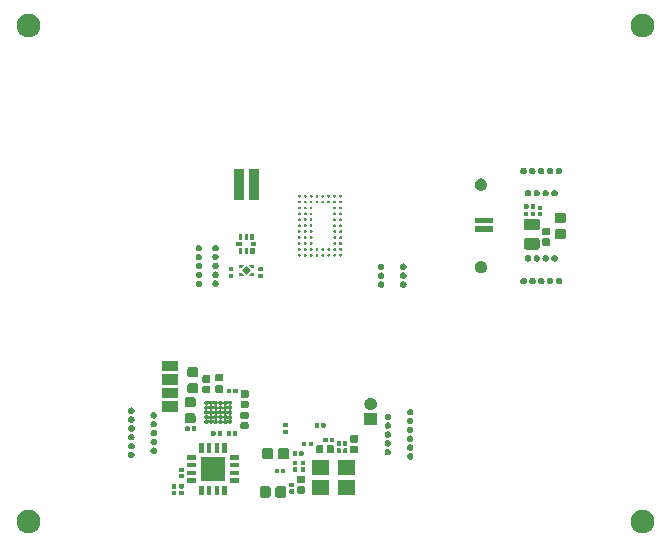
<source format=gbr>
G04 #@! TF.GenerationSoftware,KiCad,Pcbnew,(5.1.5)-3*
G04 #@! TF.CreationDate,2020-09-29T09:43:07+09:00*
G04 #@! TF.ProjectId,WF_Board,57465f42-6f61-4726-942e-6b696361645f,rev?*
G04 #@! TF.SameCoordinates,Original*
G04 #@! TF.FileFunction,Soldermask,Bot*
G04 #@! TF.FilePolarity,Negative*
%FSLAX46Y46*%
G04 Gerber Fmt 4.6, Leading zero omitted, Abs format (unit mm)*
G04 Created by KiCad (PCBNEW (5.1.5)-3) date 2020-09-29 09:43:07*
%MOMM*%
%LPD*%
G04 APERTURE LIST*
%ADD10C,0.010000*%
%ADD11C,0.100000*%
G04 APERTURE END LIST*
D10*
G36*
X130830000Y-94480000D02*
G01*
X131010000Y-94480000D01*
X131010000Y-94270000D01*
X130650000Y-94270000D01*
X130650000Y-94300000D01*
X130830000Y-94480000D01*
G37*
X130830000Y-94480000D02*
X131010000Y-94480000D01*
X131010000Y-94270000D01*
X130650000Y-94270000D01*
X130650000Y-94300000D01*
X130830000Y-94480000D01*
G36*
X129970000Y-94480000D02*
G01*
X129790000Y-94480000D01*
X129790000Y-94270000D01*
X130150000Y-94270000D01*
X130150000Y-94300000D01*
X129970000Y-94480000D01*
G37*
X129970000Y-94480000D02*
X129790000Y-94480000D01*
X129790000Y-94270000D01*
X130150000Y-94270000D01*
X130150000Y-94300000D01*
X129970000Y-94480000D01*
G36*
X129970000Y-94920000D02*
G01*
X129790000Y-94920000D01*
X129790000Y-95130000D01*
X130150000Y-95130000D01*
X130150000Y-95100000D01*
X129970000Y-94920000D01*
G37*
X129970000Y-94920000D02*
X129790000Y-94920000D01*
X129790000Y-95130000D01*
X130150000Y-95130000D01*
X130150000Y-95100000D01*
X129970000Y-94920000D01*
G36*
X130830000Y-94920000D02*
G01*
X131010000Y-94920000D01*
X131010000Y-95130000D01*
X130650000Y-95130000D01*
X130650000Y-95100000D01*
X130830000Y-94920000D01*
G37*
X130830000Y-94920000D02*
X131010000Y-94920000D01*
X131010000Y-95130000D01*
X130650000Y-95130000D01*
X130650000Y-95100000D01*
X130830000Y-94920000D01*
G36*
X130739413Y-94700000D02*
G01*
X130400000Y-94360591D01*
X130060591Y-94700000D01*
X130400000Y-95039409D01*
X130739413Y-94700000D01*
G37*
X130739413Y-94700000D02*
X130400000Y-94360591D01*
X130060591Y-94700000D01*
X130400000Y-95039409D01*
X130739413Y-94700000D01*
D11*
G36*
X164136921Y-115007644D02*
G01*
X164291689Y-115038429D01*
X164473678Y-115113811D01*
X164637463Y-115223249D01*
X164776751Y-115362537D01*
X164886189Y-115526322D01*
X164961571Y-115708311D01*
X165000000Y-115901509D01*
X165000000Y-116098491D01*
X164961571Y-116291689D01*
X164886189Y-116473678D01*
X164776751Y-116637463D01*
X164637463Y-116776751D01*
X164473678Y-116886189D01*
X164291689Y-116961571D01*
X164136921Y-116992356D01*
X164098492Y-117000000D01*
X163901508Y-117000000D01*
X163863079Y-116992356D01*
X163708311Y-116961571D01*
X163526322Y-116886189D01*
X163362537Y-116776751D01*
X163223249Y-116637463D01*
X163113811Y-116473678D01*
X163038429Y-116291689D01*
X163000000Y-116098491D01*
X163000000Y-115901509D01*
X163038429Y-115708311D01*
X163113811Y-115526322D01*
X163223249Y-115362537D01*
X163362537Y-115223249D01*
X163526322Y-115113811D01*
X163708311Y-115038429D01*
X163863079Y-115007644D01*
X163901508Y-115000000D01*
X164098492Y-115000000D01*
X164136921Y-115007644D01*
G37*
G36*
X112136921Y-115007644D02*
G01*
X112291689Y-115038429D01*
X112473678Y-115113811D01*
X112637463Y-115223249D01*
X112776751Y-115362537D01*
X112886189Y-115526322D01*
X112961571Y-115708311D01*
X113000000Y-115901509D01*
X113000000Y-116098491D01*
X112961571Y-116291689D01*
X112886189Y-116473678D01*
X112776751Y-116637463D01*
X112637463Y-116776751D01*
X112473678Y-116886189D01*
X112291689Y-116961571D01*
X112136921Y-116992356D01*
X112098492Y-117000000D01*
X111901508Y-117000000D01*
X111863079Y-116992356D01*
X111708311Y-116961571D01*
X111526322Y-116886189D01*
X111362537Y-116776751D01*
X111223249Y-116637463D01*
X111113811Y-116473678D01*
X111038429Y-116291689D01*
X111000000Y-116098491D01*
X111000000Y-115901509D01*
X111038429Y-115708311D01*
X111113811Y-115526322D01*
X111223249Y-115362537D01*
X111362537Y-115223249D01*
X111526322Y-115113811D01*
X111708311Y-115038429D01*
X111863079Y-115007644D01*
X111901508Y-115000000D01*
X112098492Y-115000000D01*
X112136921Y-115007644D01*
G37*
G36*
X132345198Y-113010891D02*
G01*
X132384512Y-113022817D01*
X132420743Y-113042183D01*
X132452497Y-113068243D01*
X132478557Y-113099997D01*
X132497923Y-113136228D01*
X132509849Y-113175542D01*
X132514120Y-113218911D01*
X132514120Y-113765129D01*
X132509849Y-113808498D01*
X132497923Y-113847812D01*
X132478557Y-113884043D01*
X132452497Y-113915797D01*
X132420743Y-113941857D01*
X132384512Y-113961223D01*
X132345198Y-113973149D01*
X132301829Y-113977420D01*
X131785611Y-113977420D01*
X131742242Y-113973149D01*
X131702928Y-113961223D01*
X131666697Y-113941857D01*
X131634943Y-113915797D01*
X131608883Y-113884043D01*
X131589517Y-113847812D01*
X131577591Y-113808498D01*
X131573320Y-113765129D01*
X131573320Y-113218911D01*
X131577591Y-113175542D01*
X131589517Y-113136228D01*
X131608883Y-113099997D01*
X131634943Y-113068243D01*
X131666697Y-113042183D01*
X131702928Y-113022817D01*
X131742242Y-113010891D01*
X131785611Y-113006620D01*
X132301829Y-113006620D01*
X132345198Y-113010891D01*
G37*
G36*
X133675198Y-113010891D02*
G01*
X133714512Y-113022817D01*
X133750743Y-113042183D01*
X133782497Y-113068243D01*
X133808557Y-113099997D01*
X133827923Y-113136228D01*
X133839849Y-113175542D01*
X133844120Y-113218911D01*
X133844120Y-113765129D01*
X133839849Y-113808498D01*
X133827923Y-113847812D01*
X133808557Y-113884043D01*
X133782497Y-113915797D01*
X133750743Y-113941857D01*
X133714512Y-113961223D01*
X133675198Y-113973149D01*
X133631829Y-113977420D01*
X133115611Y-113977420D01*
X133072242Y-113973149D01*
X133032928Y-113961223D01*
X132996697Y-113941857D01*
X132964943Y-113915797D01*
X132938883Y-113884043D01*
X132919517Y-113847812D01*
X132907591Y-113808498D01*
X132903320Y-113765129D01*
X132903320Y-113218911D01*
X132907591Y-113175542D01*
X132919517Y-113136228D01*
X132938883Y-113099997D01*
X132964943Y-113068243D01*
X132996697Y-113042183D01*
X133032928Y-113022817D01*
X133072242Y-113010891D01*
X133115611Y-113006620D01*
X133631829Y-113006620D01*
X133675198Y-113010891D01*
G37*
G36*
X124471972Y-113393205D02*
G01*
X124484083Y-113396879D01*
X124495243Y-113402844D01*
X124505027Y-113410873D01*
X124513056Y-113420657D01*
X124519021Y-113431817D01*
X124522695Y-113443928D01*
X124524180Y-113459011D01*
X124524180Y-113685229D01*
X124522695Y-113700312D01*
X124519021Y-113712423D01*
X124513056Y-113723583D01*
X124505027Y-113733367D01*
X124495243Y-113741396D01*
X124484083Y-113747361D01*
X124471972Y-113751035D01*
X124456889Y-113752520D01*
X124200671Y-113752520D01*
X124185588Y-113751035D01*
X124173477Y-113747361D01*
X124162317Y-113741396D01*
X124152533Y-113733367D01*
X124144504Y-113723583D01*
X124138539Y-113712423D01*
X124134865Y-113700312D01*
X124133380Y-113685229D01*
X124133380Y-113459011D01*
X124134865Y-113443928D01*
X124138539Y-113431817D01*
X124144504Y-113420657D01*
X124152533Y-113410873D01*
X124162317Y-113402844D01*
X124173477Y-113396879D01*
X124185588Y-113393205D01*
X124200671Y-113391720D01*
X124456889Y-113391720D01*
X124471972Y-113393205D01*
G37*
G36*
X125104432Y-113392525D02*
G01*
X125116543Y-113396199D01*
X125127703Y-113402164D01*
X125137487Y-113410193D01*
X125145516Y-113419977D01*
X125151481Y-113431137D01*
X125155155Y-113443248D01*
X125156640Y-113458331D01*
X125156640Y-113684549D01*
X125155155Y-113699632D01*
X125151481Y-113711743D01*
X125145516Y-113722903D01*
X125137487Y-113732687D01*
X125127703Y-113740716D01*
X125116543Y-113746681D01*
X125104432Y-113750355D01*
X125089349Y-113751840D01*
X124833131Y-113751840D01*
X124818048Y-113750355D01*
X124805937Y-113746681D01*
X124794777Y-113740716D01*
X124784993Y-113732687D01*
X124776964Y-113722903D01*
X124770999Y-113711743D01*
X124767325Y-113699632D01*
X124765840Y-113684549D01*
X124765840Y-113458331D01*
X124767325Y-113443248D01*
X124770999Y-113431137D01*
X124776964Y-113419977D01*
X124784993Y-113410193D01*
X124794777Y-113402164D01*
X124805937Y-113396199D01*
X124818048Y-113392525D01*
X124833131Y-113391040D01*
X125089349Y-113391040D01*
X125104432Y-113392525D01*
G37*
G36*
X127489420Y-113747300D02*
G01*
X127118620Y-113747300D01*
X127118620Y-112956500D01*
X127489420Y-112956500D01*
X127489420Y-113747300D01*
G37*
G36*
X128789420Y-113747300D02*
G01*
X128418620Y-113747300D01*
X128418620Y-112956500D01*
X128789420Y-112956500D01*
X128789420Y-113747300D01*
G37*
G36*
X128139420Y-113747300D02*
G01*
X127768620Y-113747300D01*
X127768620Y-112956500D01*
X128139420Y-112956500D01*
X128139420Y-113747300D01*
G37*
G36*
X126839420Y-113747300D02*
G01*
X126468620Y-113747300D01*
X126468620Y-112956500D01*
X126839420Y-112956500D01*
X126839420Y-113747300D01*
G37*
G36*
X139649200Y-113717740D02*
G01*
X138198400Y-113717740D01*
X138198400Y-112466940D01*
X139649200Y-112466940D01*
X139649200Y-113717740D01*
G37*
G36*
X137449200Y-113717740D02*
G01*
X135998400Y-113717740D01*
X135998400Y-112466940D01*
X137449200Y-112466940D01*
X137449200Y-113717740D01*
G37*
G36*
X135311922Y-113007183D02*
G01*
X135336691Y-113014696D01*
X135359529Y-113026904D01*
X135379537Y-113043323D01*
X135395956Y-113063331D01*
X135408164Y-113086169D01*
X135415677Y-113110938D01*
X135418460Y-113139191D01*
X135418460Y-113500409D01*
X135415677Y-113528662D01*
X135408164Y-113553431D01*
X135395956Y-113576269D01*
X135379537Y-113596277D01*
X135359529Y-113612696D01*
X135336691Y-113624904D01*
X135311922Y-113632417D01*
X135283669Y-113635200D01*
X134872451Y-113635200D01*
X134844198Y-113632417D01*
X134819429Y-113624904D01*
X134796591Y-113612696D01*
X134776583Y-113596277D01*
X134760164Y-113576269D01*
X134747956Y-113553431D01*
X134740443Y-113528662D01*
X134737660Y-113500409D01*
X134737660Y-113139191D01*
X134740443Y-113110938D01*
X134747956Y-113086169D01*
X134760164Y-113063331D01*
X134776583Y-113043323D01*
X134796591Y-113026904D01*
X134819429Y-113014696D01*
X134844198Y-113007183D01*
X134872451Y-113004400D01*
X135283669Y-113004400D01*
X135311922Y-113007183D01*
G37*
G36*
X134436392Y-113275685D02*
G01*
X134448503Y-113279359D01*
X134459663Y-113285324D01*
X134469447Y-113293353D01*
X134477476Y-113303137D01*
X134483441Y-113314297D01*
X134487115Y-113326408D01*
X134488600Y-113341491D01*
X134488600Y-113567709D01*
X134487115Y-113582792D01*
X134483441Y-113594903D01*
X134477476Y-113606063D01*
X134469447Y-113615847D01*
X134459663Y-113623876D01*
X134448503Y-113629841D01*
X134436392Y-113633515D01*
X134421309Y-113635000D01*
X134165091Y-113635000D01*
X134150008Y-113633515D01*
X134137897Y-113629841D01*
X134126737Y-113623876D01*
X134116953Y-113615847D01*
X134108924Y-113606063D01*
X134102959Y-113594903D01*
X134099285Y-113582792D01*
X134097800Y-113567709D01*
X134097800Y-113341491D01*
X134099285Y-113326408D01*
X134102959Y-113314297D01*
X134108924Y-113303137D01*
X134116953Y-113293353D01*
X134126737Y-113285324D01*
X134137897Y-113279359D01*
X134150008Y-113275685D01*
X134165091Y-113274200D01*
X134421309Y-113274200D01*
X134436392Y-113275685D01*
G37*
G36*
X124471972Y-112843205D02*
G01*
X124484083Y-112846879D01*
X124495243Y-112852844D01*
X124505027Y-112860873D01*
X124513056Y-112870657D01*
X124519021Y-112881817D01*
X124522695Y-112893928D01*
X124524180Y-112909011D01*
X124524180Y-113135229D01*
X124522695Y-113150312D01*
X124519021Y-113162423D01*
X124513056Y-113173583D01*
X124505027Y-113183367D01*
X124495243Y-113191396D01*
X124484083Y-113197361D01*
X124471972Y-113201035D01*
X124456889Y-113202520D01*
X124200671Y-113202520D01*
X124185588Y-113201035D01*
X124173477Y-113197361D01*
X124162317Y-113191396D01*
X124152533Y-113183367D01*
X124144504Y-113173583D01*
X124138539Y-113162423D01*
X124134865Y-113150312D01*
X124133380Y-113135229D01*
X124133380Y-112909011D01*
X124134865Y-112893928D01*
X124138539Y-112881817D01*
X124144504Y-112870657D01*
X124152533Y-112860873D01*
X124162317Y-112852844D01*
X124173477Y-112846879D01*
X124185588Y-112843205D01*
X124200671Y-112841720D01*
X124456889Y-112841720D01*
X124471972Y-112843205D01*
G37*
G36*
X125104432Y-112842525D02*
G01*
X125116543Y-112846199D01*
X125127703Y-112852164D01*
X125137487Y-112860193D01*
X125145516Y-112869977D01*
X125151481Y-112881137D01*
X125155155Y-112893248D01*
X125156640Y-112908331D01*
X125156640Y-113134549D01*
X125155155Y-113149632D01*
X125151481Y-113161743D01*
X125145516Y-113172903D01*
X125137487Y-113182687D01*
X125127703Y-113190716D01*
X125116543Y-113196681D01*
X125104432Y-113200355D01*
X125089349Y-113201840D01*
X124833131Y-113201840D01*
X124818048Y-113200355D01*
X124805937Y-113196681D01*
X124794777Y-113190716D01*
X124784993Y-113182687D01*
X124776964Y-113172903D01*
X124770999Y-113161743D01*
X124767325Y-113149632D01*
X124765840Y-113134549D01*
X124765840Y-112908331D01*
X124767325Y-112893248D01*
X124770999Y-112881137D01*
X124776964Y-112869977D01*
X124784993Y-112860193D01*
X124794777Y-112852164D01*
X124805937Y-112846199D01*
X124818048Y-112842525D01*
X124833131Y-112841040D01*
X125089349Y-112841040D01*
X125104432Y-112842525D01*
G37*
G36*
X134436392Y-112725685D02*
G01*
X134448503Y-112729359D01*
X134459663Y-112735324D01*
X134469447Y-112743353D01*
X134477476Y-112753137D01*
X134483441Y-112764297D01*
X134487115Y-112776408D01*
X134488600Y-112791491D01*
X134488600Y-113017709D01*
X134487115Y-113032792D01*
X134483441Y-113044903D01*
X134477476Y-113056063D01*
X134469447Y-113065847D01*
X134459663Y-113073876D01*
X134448503Y-113079841D01*
X134436392Y-113083515D01*
X134421309Y-113085000D01*
X134165091Y-113085000D01*
X134150008Y-113083515D01*
X134137897Y-113079841D01*
X134126737Y-113073876D01*
X134116953Y-113065847D01*
X134108924Y-113056063D01*
X134102959Y-113044903D01*
X134099285Y-113032792D01*
X134097800Y-113017709D01*
X134097800Y-112791491D01*
X134099285Y-112776408D01*
X134102959Y-112764297D01*
X134108924Y-112753137D01*
X134116953Y-112743353D01*
X134126737Y-112735324D01*
X134137897Y-112729359D01*
X134150008Y-112725685D01*
X134165091Y-112724200D01*
X134421309Y-112724200D01*
X134436392Y-112725685D01*
G37*
G36*
X135311922Y-112117183D02*
G01*
X135336691Y-112124696D01*
X135359529Y-112136904D01*
X135379537Y-112153323D01*
X135395956Y-112173331D01*
X135408164Y-112196169D01*
X135415677Y-112220938D01*
X135418460Y-112249191D01*
X135418460Y-112610409D01*
X135415677Y-112638662D01*
X135408164Y-112663431D01*
X135395956Y-112686269D01*
X135379537Y-112706277D01*
X135359529Y-112722696D01*
X135336691Y-112734904D01*
X135311922Y-112742417D01*
X135283669Y-112745200D01*
X134872451Y-112745200D01*
X134844198Y-112742417D01*
X134819429Y-112734904D01*
X134796591Y-112722696D01*
X134776583Y-112706277D01*
X134760164Y-112686269D01*
X134747956Y-112663431D01*
X134740443Y-112638662D01*
X134737660Y-112610409D01*
X134737660Y-112249191D01*
X134740443Y-112220938D01*
X134747956Y-112196169D01*
X134760164Y-112173331D01*
X134776583Y-112153323D01*
X134796591Y-112136904D01*
X134819429Y-112124696D01*
X134844198Y-112117183D01*
X134872451Y-112114400D01*
X135283669Y-112114400D01*
X135311922Y-112117183D01*
G37*
G36*
X126229420Y-112717300D02*
G01*
X125438620Y-112717300D01*
X125438620Y-112346500D01*
X126229420Y-112346500D01*
X126229420Y-112717300D01*
G37*
G36*
X129819420Y-112717300D02*
G01*
X129028620Y-112717300D01*
X129028620Y-112346500D01*
X129819420Y-112346500D01*
X129819420Y-112717300D01*
G37*
G36*
X128654420Y-112582300D02*
G01*
X126603620Y-112582300D01*
X126603620Y-110531500D01*
X128654420Y-110531500D01*
X128654420Y-112582300D01*
G37*
G36*
X125104432Y-111978425D02*
G01*
X125116543Y-111982099D01*
X125127703Y-111988064D01*
X125137487Y-111996093D01*
X125145516Y-112005877D01*
X125151481Y-112017037D01*
X125155155Y-112029148D01*
X125156640Y-112044231D01*
X125156640Y-112270449D01*
X125155155Y-112285532D01*
X125151481Y-112297643D01*
X125145516Y-112308803D01*
X125137487Y-112318587D01*
X125127703Y-112326616D01*
X125116543Y-112332581D01*
X125104432Y-112336255D01*
X125089349Y-112337740D01*
X124833131Y-112337740D01*
X124818048Y-112336255D01*
X124805937Y-112332581D01*
X124794777Y-112326616D01*
X124784993Y-112318587D01*
X124776964Y-112308803D01*
X124770999Y-112297643D01*
X124767325Y-112285532D01*
X124765840Y-112270449D01*
X124765840Y-112044231D01*
X124767325Y-112029148D01*
X124770999Y-112017037D01*
X124776964Y-112005877D01*
X124784993Y-111996093D01*
X124794777Y-111988064D01*
X124805937Y-111982099D01*
X124818048Y-111978425D01*
X124833131Y-111976940D01*
X125089349Y-111976940D01*
X125104432Y-111978425D01*
G37*
G36*
X129819420Y-112067300D02*
G01*
X129028620Y-112067300D01*
X129028620Y-111696500D01*
X129819420Y-111696500D01*
X129819420Y-112067300D01*
G37*
G36*
X126229420Y-112067300D02*
G01*
X125438620Y-112067300D01*
X125438620Y-111696500D01*
X126229420Y-111696500D01*
X126229420Y-112067300D01*
G37*
G36*
X137449200Y-112017740D02*
G01*
X135998400Y-112017740D01*
X135998400Y-110766940D01*
X137449200Y-110766940D01*
X137449200Y-112017740D01*
G37*
G36*
X139649200Y-112017740D02*
G01*
X138198400Y-112017740D01*
X138198400Y-110766940D01*
X139649200Y-110766940D01*
X139649200Y-112017740D01*
G37*
G36*
X133716692Y-111537005D02*
G01*
X133728803Y-111540679D01*
X133739963Y-111546644D01*
X133749747Y-111554673D01*
X133757776Y-111564457D01*
X133763741Y-111575617D01*
X133767415Y-111587728D01*
X133768900Y-111602811D01*
X133768900Y-111859029D01*
X133767415Y-111874112D01*
X133763741Y-111886223D01*
X133757776Y-111897383D01*
X133749747Y-111907167D01*
X133739963Y-111915196D01*
X133728803Y-111921161D01*
X133716692Y-111924835D01*
X133701609Y-111926320D01*
X133475391Y-111926320D01*
X133460308Y-111924835D01*
X133448197Y-111921161D01*
X133437037Y-111915196D01*
X133427253Y-111907167D01*
X133419224Y-111897383D01*
X133413259Y-111886223D01*
X133409585Y-111874112D01*
X133408100Y-111859029D01*
X133408100Y-111602811D01*
X133409585Y-111587728D01*
X133413259Y-111575617D01*
X133419224Y-111564457D01*
X133427253Y-111554673D01*
X133437037Y-111546644D01*
X133448197Y-111540679D01*
X133460308Y-111537005D01*
X133475391Y-111535520D01*
X133701609Y-111535520D01*
X133716692Y-111537005D01*
G37*
G36*
X133166692Y-111537005D02*
G01*
X133178803Y-111540679D01*
X133189963Y-111546644D01*
X133199747Y-111554673D01*
X133207776Y-111564457D01*
X133213741Y-111575617D01*
X133217415Y-111587728D01*
X133218900Y-111602811D01*
X133218900Y-111859029D01*
X133217415Y-111874112D01*
X133213741Y-111886223D01*
X133207776Y-111897383D01*
X133199747Y-111907167D01*
X133189963Y-111915196D01*
X133178803Y-111921161D01*
X133166692Y-111924835D01*
X133151609Y-111926320D01*
X132925391Y-111926320D01*
X132910308Y-111924835D01*
X132898197Y-111921161D01*
X132887037Y-111915196D01*
X132877253Y-111907167D01*
X132869224Y-111897383D01*
X132863259Y-111886223D01*
X132859585Y-111874112D01*
X132858100Y-111859029D01*
X132858100Y-111602811D01*
X132859585Y-111587728D01*
X132863259Y-111575617D01*
X132869224Y-111564457D01*
X132877253Y-111554673D01*
X132887037Y-111546644D01*
X132898197Y-111540679D01*
X132910308Y-111537005D01*
X132925391Y-111535520D01*
X133151609Y-111535520D01*
X133166692Y-111537005D01*
G37*
G36*
X125104432Y-111428425D02*
G01*
X125116543Y-111432099D01*
X125127703Y-111438064D01*
X125137487Y-111446093D01*
X125145516Y-111455877D01*
X125151481Y-111467037D01*
X125155155Y-111479148D01*
X125156640Y-111494231D01*
X125156640Y-111720449D01*
X125155155Y-111735532D01*
X125151481Y-111747643D01*
X125145516Y-111758803D01*
X125137487Y-111768587D01*
X125127703Y-111776616D01*
X125116543Y-111782581D01*
X125104432Y-111786255D01*
X125089349Y-111787740D01*
X124833131Y-111787740D01*
X124818048Y-111786255D01*
X124805937Y-111782581D01*
X124794777Y-111776616D01*
X124784993Y-111768587D01*
X124776964Y-111758803D01*
X124770999Y-111747643D01*
X124767325Y-111735532D01*
X124765840Y-111720449D01*
X124765840Y-111494231D01*
X124767325Y-111479148D01*
X124770999Y-111467037D01*
X124776964Y-111455877D01*
X124784993Y-111446093D01*
X124794777Y-111438064D01*
X124805937Y-111432099D01*
X124818048Y-111428425D01*
X124833131Y-111426940D01*
X125089349Y-111426940D01*
X125104432Y-111428425D01*
G37*
G36*
X135385232Y-111415525D02*
G01*
X135397343Y-111419199D01*
X135408503Y-111425164D01*
X135418287Y-111433193D01*
X135426316Y-111442977D01*
X135432281Y-111454137D01*
X135435955Y-111466248D01*
X135437440Y-111481331D01*
X135437440Y-111707549D01*
X135435955Y-111722632D01*
X135432281Y-111734743D01*
X135426316Y-111745903D01*
X135418287Y-111755687D01*
X135408503Y-111763716D01*
X135397343Y-111769681D01*
X135385232Y-111773355D01*
X135370149Y-111774840D01*
X135113931Y-111774840D01*
X135098848Y-111773355D01*
X135086737Y-111769681D01*
X135075577Y-111763716D01*
X135065793Y-111755687D01*
X135057764Y-111745903D01*
X135051799Y-111734743D01*
X135048125Y-111722632D01*
X135046640Y-111707549D01*
X135046640Y-111481331D01*
X135048125Y-111466248D01*
X135051799Y-111454137D01*
X135057764Y-111442977D01*
X135065793Y-111433193D01*
X135075577Y-111425164D01*
X135086737Y-111419199D01*
X135098848Y-111415525D01*
X135113931Y-111414040D01*
X135370149Y-111414040D01*
X135385232Y-111415525D01*
G37*
G36*
X134718332Y-111413865D02*
G01*
X134730443Y-111417539D01*
X134741603Y-111423504D01*
X134751387Y-111431533D01*
X134759416Y-111441317D01*
X134765381Y-111452477D01*
X134769055Y-111464588D01*
X134770540Y-111479671D01*
X134770540Y-111705889D01*
X134769055Y-111720972D01*
X134765381Y-111733083D01*
X134759416Y-111744243D01*
X134751387Y-111754027D01*
X134741603Y-111762056D01*
X134730443Y-111768021D01*
X134718332Y-111771695D01*
X134703249Y-111773180D01*
X134447031Y-111773180D01*
X134431948Y-111771695D01*
X134419837Y-111768021D01*
X134408677Y-111762056D01*
X134398893Y-111754027D01*
X134390864Y-111744243D01*
X134384899Y-111733083D01*
X134381225Y-111720972D01*
X134379740Y-111705889D01*
X134379740Y-111479671D01*
X134381225Y-111464588D01*
X134384899Y-111452477D01*
X134390864Y-111441317D01*
X134398893Y-111431533D01*
X134408677Y-111423504D01*
X134419837Y-111417539D01*
X134431948Y-111413865D01*
X134447031Y-111412380D01*
X134703249Y-111412380D01*
X134718332Y-111413865D01*
G37*
G36*
X126229420Y-111417300D02*
G01*
X125438620Y-111417300D01*
X125438620Y-111046500D01*
X126229420Y-111046500D01*
X126229420Y-111417300D01*
G37*
G36*
X129819420Y-111417300D02*
G01*
X129028620Y-111417300D01*
X129028620Y-111046500D01*
X129819420Y-111046500D01*
X129819420Y-111417300D01*
G37*
G36*
X135385232Y-110865525D02*
G01*
X135397343Y-110869199D01*
X135408503Y-110875164D01*
X135418287Y-110883193D01*
X135426316Y-110892977D01*
X135432281Y-110904137D01*
X135435955Y-110916248D01*
X135437440Y-110931331D01*
X135437440Y-111157549D01*
X135435955Y-111172632D01*
X135432281Y-111184743D01*
X135426316Y-111195903D01*
X135418287Y-111205687D01*
X135408503Y-111213716D01*
X135397343Y-111219681D01*
X135385232Y-111223355D01*
X135370149Y-111224840D01*
X135113931Y-111224840D01*
X135098848Y-111223355D01*
X135086737Y-111219681D01*
X135075577Y-111213716D01*
X135065793Y-111205687D01*
X135057764Y-111195903D01*
X135051799Y-111184743D01*
X135048125Y-111172632D01*
X135046640Y-111157549D01*
X135046640Y-110931331D01*
X135048125Y-110916248D01*
X135051799Y-110904137D01*
X135057764Y-110892977D01*
X135065793Y-110883193D01*
X135075577Y-110875164D01*
X135086737Y-110869199D01*
X135098848Y-110865525D01*
X135113931Y-110864040D01*
X135370149Y-110864040D01*
X135385232Y-110865525D01*
G37*
G36*
X134718332Y-110863865D02*
G01*
X134730443Y-110867539D01*
X134741603Y-110873504D01*
X134751387Y-110881533D01*
X134759416Y-110891317D01*
X134765381Y-110902477D01*
X134769055Y-110914588D01*
X134770540Y-110929671D01*
X134770540Y-111155889D01*
X134769055Y-111170972D01*
X134765381Y-111183083D01*
X134759416Y-111194243D01*
X134751387Y-111204027D01*
X134741603Y-111212056D01*
X134730443Y-111218021D01*
X134718332Y-111221695D01*
X134703249Y-111223180D01*
X134447031Y-111223180D01*
X134431948Y-111221695D01*
X134419837Y-111218021D01*
X134408677Y-111212056D01*
X134398893Y-111204027D01*
X134390864Y-111194243D01*
X134384899Y-111183083D01*
X134381225Y-111170972D01*
X134379740Y-111155889D01*
X134379740Y-110929671D01*
X134381225Y-110914588D01*
X134384899Y-110902477D01*
X134390864Y-110891317D01*
X134398893Y-110881533D01*
X134408677Y-110873504D01*
X134419837Y-110867539D01*
X134431948Y-110863865D01*
X134447031Y-110862380D01*
X134703249Y-110862380D01*
X134718332Y-110863865D01*
G37*
G36*
X126229420Y-110767300D02*
G01*
X125438620Y-110767300D01*
X125438620Y-110396500D01*
X126229420Y-110396500D01*
X126229420Y-110767300D01*
G37*
G36*
X129819420Y-110767300D02*
G01*
X129028620Y-110767300D01*
X129028620Y-110396500D01*
X129819420Y-110396500D01*
X129819420Y-110767300D01*
G37*
G36*
X144410331Y-110215183D02*
G01*
X144460451Y-110235943D01*
X144505558Y-110266082D01*
X144543918Y-110304442D01*
X144574057Y-110349549D01*
X144594817Y-110399669D01*
X144605400Y-110452875D01*
X144605400Y-110507125D01*
X144594817Y-110560331D01*
X144574057Y-110610451D01*
X144543918Y-110655558D01*
X144505558Y-110693918D01*
X144460451Y-110724057D01*
X144410331Y-110744817D01*
X144357125Y-110755400D01*
X144302875Y-110755400D01*
X144249669Y-110744817D01*
X144199549Y-110724057D01*
X144154442Y-110693918D01*
X144116082Y-110655558D01*
X144085943Y-110610451D01*
X144065183Y-110560331D01*
X144054600Y-110507125D01*
X144054600Y-110452875D01*
X144065183Y-110399669D01*
X144085943Y-110349549D01*
X144116082Y-110304442D01*
X144154442Y-110266082D01*
X144199549Y-110235943D01*
X144249669Y-110215183D01*
X144302875Y-110204600D01*
X144357125Y-110204600D01*
X144410331Y-110215183D01*
G37*
G36*
X133893158Y-109759691D02*
G01*
X133932472Y-109771617D01*
X133968703Y-109790983D01*
X134000457Y-109817043D01*
X134026517Y-109848797D01*
X134045883Y-109885028D01*
X134057809Y-109924342D01*
X134062080Y-109967711D01*
X134062080Y-110513929D01*
X134057809Y-110557298D01*
X134045883Y-110596612D01*
X134026517Y-110632843D01*
X134000457Y-110664597D01*
X133968703Y-110690657D01*
X133932472Y-110710023D01*
X133893158Y-110721949D01*
X133849789Y-110726220D01*
X133333571Y-110726220D01*
X133290202Y-110721949D01*
X133250888Y-110710023D01*
X133214657Y-110690657D01*
X133182903Y-110664597D01*
X133156843Y-110632843D01*
X133137477Y-110596612D01*
X133125551Y-110557298D01*
X133121280Y-110513929D01*
X133121280Y-109967711D01*
X133125551Y-109924342D01*
X133137477Y-109885028D01*
X133156843Y-109848797D01*
X133182903Y-109817043D01*
X133214657Y-109790983D01*
X133250888Y-109771617D01*
X133290202Y-109759691D01*
X133333571Y-109755420D01*
X133849789Y-109755420D01*
X133893158Y-109759691D01*
G37*
G36*
X132563158Y-109759691D02*
G01*
X132602472Y-109771617D01*
X132638703Y-109790983D01*
X132670457Y-109817043D01*
X132696517Y-109848797D01*
X132715883Y-109885028D01*
X132727809Y-109924342D01*
X132732080Y-109967711D01*
X132732080Y-110513929D01*
X132727809Y-110557298D01*
X132715883Y-110596612D01*
X132696517Y-110632843D01*
X132670457Y-110664597D01*
X132638703Y-110690657D01*
X132602472Y-110710023D01*
X132563158Y-110721949D01*
X132519789Y-110726220D01*
X132003571Y-110726220D01*
X131960202Y-110721949D01*
X131920888Y-110710023D01*
X131884657Y-110690657D01*
X131852903Y-110664597D01*
X131826843Y-110632843D01*
X131807477Y-110596612D01*
X131795551Y-110557298D01*
X131791280Y-110513929D01*
X131791280Y-109967711D01*
X131795551Y-109924342D01*
X131807477Y-109885028D01*
X131826843Y-109848797D01*
X131852903Y-109817043D01*
X131884657Y-109790983D01*
X131920888Y-109771617D01*
X131960202Y-109759691D01*
X132003571Y-109755420D01*
X132519789Y-109755420D01*
X132563158Y-109759691D01*
G37*
G36*
X120800331Y-110095183D02*
G01*
X120850451Y-110115943D01*
X120895558Y-110146082D01*
X120933918Y-110184442D01*
X120964057Y-110229549D01*
X120984817Y-110279669D01*
X120995400Y-110332875D01*
X120995400Y-110387125D01*
X120984817Y-110440331D01*
X120964057Y-110490451D01*
X120933918Y-110535558D01*
X120895558Y-110573918D01*
X120850451Y-110604057D01*
X120800331Y-110624817D01*
X120747125Y-110635400D01*
X120692875Y-110635400D01*
X120639669Y-110624817D01*
X120589549Y-110604057D01*
X120544442Y-110573918D01*
X120506082Y-110535558D01*
X120475943Y-110490451D01*
X120455183Y-110440331D01*
X120444600Y-110387125D01*
X120444600Y-110332875D01*
X120455183Y-110279669D01*
X120475943Y-110229549D01*
X120506082Y-110184442D01*
X120544442Y-110146082D01*
X120589549Y-110115943D01*
X120639669Y-110095183D01*
X120692875Y-110084600D01*
X120747125Y-110084600D01*
X120800331Y-110095183D01*
G37*
G36*
X135244352Y-110051985D02*
G01*
X135256463Y-110055659D01*
X135267623Y-110061624D01*
X135277407Y-110069653D01*
X135285436Y-110079437D01*
X135291401Y-110090597D01*
X135295075Y-110102708D01*
X135296560Y-110117791D01*
X135296560Y-110374009D01*
X135295075Y-110389092D01*
X135291401Y-110401203D01*
X135285436Y-110412363D01*
X135277407Y-110422147D01*
X135267623Y-110430176D01*
X135256463Y-110436141D01*
X135244352Y-110439815D01*
X135229269Y-110441300D01*
X135003051Y-110441300D01*
X134987968Y-110439815D01*
X134975857Y-110436141D01*
X134964697Y-110430176D01*
X134954913Y-110422147D01*
X134946884Y-110412363D01*
X134940919Y-110401203D01*
X134937245Y-110389092D01*
X134935760Y-110374009D01*
X134935760Y-110117791D01*
X134937245Y-110102708D01*
X134940919Y-110090597D01*
X134946884Y-110079437D01*
X134954913Y-110069653D01*
X134964697Y-110061624D01*
X134975857Y-110055659D01*
X134987968Y-110051985D01*
X135003051Y-110050500D01*
X135229269Y-110050500D01*
X135244352Y-110051985D01*
G37*
G36*
X134694352Y-110051985D02*
G01*
X134706463Y-110055659D01*
X134717623Y-110061624D01*
X134727407Y-110069653D01*
X134735436Y-110079437D01*
X134741401Y-110090597D01*
X134745075Y-110102708D01*
X134746560Y-110117791D01*
X134746560Y-110374009D01*
X134745075Y-110389092D01*
X134741401Y-110401203D01*
X134735436Y-110412363D01*
X134727407Y-110422147D01*
X134717623Y-110430176D01*
X134706463Y-110436141D01*
X134694352Y-110439815D01*
X134679269Y-110441300D01*
X134453051Y-110441300D01*
X134437968Y-110439815D01*
X134425857Y-110436141D01*
X134414697Y-110430176D01*
X134404913Y-110422147D01*
X134396884Y-110412363D01*
X134390919Y-110401203D01*
X134387245Y-110389092D01*
X134385760Y-110374009D01*
X134385760Y-110117791D01*
X134387245Y-110102708D01*
X134390919Y-110090597D01*
X134396884Y-110079437D01*
X134404913Y-110069653D01*
X134414697Y-110061624D01*
X134425857Y-110055659D01*
X134437968Y-110051985D01*
X134453051Y-110050500D01*
X134679269Y-110050500D01*
X134694352Y-110051985D01*
G37*
G36*
X142515751Y-109860183D02*
G01*
X142565871Y-109880943D01*
X142610978Y-109911082D01*
X142649338Y-109949442D01*
X142679477Y-109994549D01*
X142700237Y-110044669D01*
X142710820Y-110097875D01*
X142710820Y-110152125D01*
X142700237Y-110205331D01*
X142679477Y-110255451D01*
X142649338Y-110300558D01*
X142610978Y-110338918D01*
X142565871Y-110369057D01*
X142515751Y-110389817D01*
X142462545Y-110400400D01*
X142408295Y-110400400D01*
X142355089Y-110389817D01*
X142304969Y-110369057D01*
X142259862Y-110338918D01*
X142221502Y-110300558D01*
X142191363Y-110255451D01*
X142170603Y-110205331D01*
X142160020Y-110152125D01*
X142160020Y-110097875D01*
X142170603Y-110044669D01*
X142191363Y-109994549D01*
X142221502Y-109949442D01*
X142259862Y-109911082D01*
X142304969Y-109880943D01*
X142355089Y-109860183D01*
X142408295Y-109849600D01*
X142462545Y-109849600D01*
X142515751Y-109860183D01*
G37*
G36*
X122690751Y-109735183D02*
G01*
X122740871Y-109755943D01*
X122785978Y-109786082D01*
X122824338Y-109824442D01*
X122854477Y-109869549D01*
X122875237Y-109919669D01*
X122885820Y-109972875D01*
X122885820Y-110027125D01*
X122875237Y-110080331D01*
X122854477Y-110130451D01*
X122824338Y-110175558D01*
X122785978Y-110213918D01*
X122740871Y-110244057D01*
X122690751Y-110264817D01*
X122637545Y-110275400D01*
X122583295Y-110275400D01*
X122530089Y-110264817D01*
X122479969Y-110244057D01*
X122434862Y-110213918D01*
X122396502Y-110175558D01*
X122366363Y-110130451D01*
X122345603Y-110080331D01*
X122335020Y-110027125D01*
X122335020Y-109972875D01*
X122345603Y-109919669D01*
X122366363Y-109869549D01*
X122396502Y-109824442D01*
X122434862Y-109786082D01*
X122479969Y-109755943D01*
X122530089Y-109735183D01*
X122583295Y-109724600D01*
X122637545Y-109724600D01*
X122690751Y-109735183D01*
G37*
G36*
X136876462Y-109529823D02*
G01*
X136901231Y-109537336D01*
X136924069Y-109549544D01*
X136944077Y-109565963D01*
X136960496Y-109585971D01*
X136972704Y-109608809D01*
X136980217Y-109633578D01*
X136983000Y-109661831D01*
X136983000Y-110073049D01*
X136980217Y-110101302D01*
X136972704Y-110126071D01*
X136960496Y-110148909D01*
X136944077Y-110168917D01*
X136924069Y-110185336D01*
X136901231Y-110197544D01*
X136876462Y-110205057D01*
X136848209Y-110207840D01*
X136486991Y-110207840D01*
X136458738Y-110205057D01*
X136433969Y-110197544D01*
X136411131Y-110185336D01*
X136391123Y-110168917D01*
X136374704Y-110148909D01*
X136362496Y-110126071D01*
X136354983Y-110101302D01*
X136352200Y-110073049D01*
X136352200Y-109661831D01*
X136354983Y-109633578D01*
X136362496Y-109608809D01*
X136374704Y-109585971D01*
X136391123Y-109565963D01*
X136411131Y-109549544D01*
X136433969Y-109537336D01*
X136458738Y-109529823D01*
X136486991Y-109527040D01*
X136848209Y-109527040D01*
X136876462Y-109529823D01*
G37*
G36*
X137766462Y-109529823D02*
G01*
X137791231Y-109537336D01*
X137814069Y-109549544D01*
X137834077Y-109565963D01*
X137850496Y-109585971D01*
X137862704Y-109608809D01*
X137870217Y-109633578D01*
X137873000Y-109661831D01*
X137873000Y-110073049D01*
X137870217Y-110101302D01*
X137862704Y-110126071D01*
X137850496Y-110148909D01*
X137834077Y-110168917D01*
X137814069Y-110185336D01*
X137791231Y-110197544D01*
X137766462Y-110205057D01*
X137738209Y-110207840D01*
X137376991Y-110207840D01*
X137348738Y-110205057D01*
X137323969Y-110197544D01*
X137301131Y-110185336D01*
X137281123Y-110168917D01*
X137264704Y-110148909D01*
X137252496Y-110126071D01*
X137244983Y-110101302D01*
X137242200Y-110073049D01*
X137242200Y-109661831D01*
X137244983Y-109633578D01*
X137252496Y-109608809D01*
X137264704Y-109585971D01*
X137281123Y-109565963D01*
X137301131Y-109549544D01*
X137323969Y-109537336D01*
X137348738Y-109529823D01*
X137376991Y-109527040D01*
X137738209Y-109527040D01*
X137766462Y-109529823D01*
G37*
G36*
X138951572Y-109810685D02*
G01*
X138963683Y-109814359D01*
X138974843Y-109820324D01*
X138984627Y-109828353D01*
X138992656Y-109838137D01*
X138998621Y-109849297D01*
X139002295Y-109861408D01*
X139003780Y-109876491D01*
X139003780Y-110132709D01*
X139002295Y-110147792D01*
X138998621Y-110159903D01*
X138992656Y-110171063D01*
X138984627Y-110180847D01*
X138974843Y-110188876D01*
X138963683Y-110194841D01*
X138951572Y-110198515D01*
X138936489Y-110200000D01*
X138710271Y-110200000D01*
X138695188Y-110198515D01*
X138683077Y-110194841D01*
X138671917Y-110188876D01*
X138662133Y-110180847D01*
X138654104Y-110171063D01*
X138648139Y-110159903D01*
X138644465Y-110147792D01*
X138642980Y-110132709D01*
X138642980Y-109876491D01*
X138644465Y-109861408D01*
X138648139Y-109849297D01*
X138654104Y-109838137D01*
X138662133Y-109828353D01*
X138671917Y-109820324D01*
X138683077Y-109814359D01*
X138695188Y-109810685D01*
X138710271Y-109809200D01*
X138936489Y-109809200D01*
X138951572Y-109810685D01*
G37*
G36*
X138401572Y-109810685D02*
G01*
X138413683Y-109814359D01*
X138424843Y-109820324D01*
X138434627Y-109828353D01*
X138442656Y-109838137D01*
X138448621Y-109849297D01*
X138452295Y-109861408D01*
X138453780Y-109876491D01*
X138453780Y-110132709D01*
X138452295Y-110147792D01*
X138448621Y-110159903D01*
X138442656Y-110171063D01*
X138434627Y-110180847D01*
X138424843Y-110188876D01*
X138413683Y-110194841D01*
X138401572Y-110198515D01*
X138386489Y-110200000D01*
X138160271Y-110200000D01*
X138145188Y-110198515D01*
X138133077Y-110194841D01*
X138121917Y-110188876D01*
X138112133Y-110180847D01*
X138104104Y-110171063D01*
X138098139Y-110159903D01*
X138094465Y-110147792D01*
X138092980Y-110132709D01*
X138092980Y-109876491D01*
X138094465Y-109861408D01*
X138098139Y-109849297D01*
X138104104Y-109838137D01*
X138112133Y-109828353D01*
X138121917Y-109820324D01*
X138133077Y-109814359D01*
X138145188Y-109810685D01*
X138160271Y-109809200D01*
X138386489Y-109809200D01*
X138401572Y-109810685D01*
G37*
G36*
X139820422Y-109570563D02*
G01*
X139845191Y-109578076D01*
X139868029Y-109590284D01*
X139888037Y-109606703D01*
X139904456Y-109626711D01*
X139916664Y-109649549D01*
X139924177Y-109674318D01*
X139926960Y-109702571D01*
X139926960Y-110063789D01*
X139924177Y-110092042D01*
X139916664Y-110116811D01*
X139904456Y-110139649D01*
X139888037Y-110159657D01*
X139868029Y-110176076D01*
X139845191Y-110188284D01*
X139820422Y-110195797D01*
X139792169Y-110198580D01*
X139380951Y-110198580D01*
X139352698Y-110195797D01*
X139327929Y-110188284D01*
X139305091Y-110176076D01*
X139285083Y-110159657D01*
X139268664Y-110139649D01*
X139256456Y-110116811D01*
X139248943Y-110092042D01*
X139246160Y-110063789D01*
X139246160Y-109702571D01*
X139248943Y-109674318D01*
X139256456Y-109649549D01*
X139268664Y-109626711D01*
X139285083Y-109606703D01*
X139305091Y-109590284D01*
X139327929Y-109578076D01*
X139352698Y-109570563D01*
X139380951Y-109567780D01*
X139792169Y-109567780D01*
X139820422Y-109570563D01*
G37*
G36*
X128139420Y-110157300D02*
G01*
X127768620Y-110157300D01*
X127768620Y-109366500D01*
X128139420Y-109366500D01*
X128139420Y-110157300D01*
G37*
G36*
X126839420Y-110157300D02*
G01*
X126468620Y-110157300D01*
X126468620Y-109366500D01*
X126839420Y-109366500D01*
X126839420Y-110157300D01*
G37*
G36*
X128789420Y-110157300D02*
G01*
X128418620Y-110157300D01*
X128418620Y-109366500D01*
X128789420Y-109366500D01*
X128789420Y-110157300D01*
G37*
G36*
X127489420Y-110157300D02*
G01*
X127118620Y-110157300D01*
X127118620Y-109366500D01*
X127489420Y-109366500D01*
X127489420Y-110157300D01*
G37*
G36*
X144410331Y-109465183D02*
G01*
X144460451Y-109485943D01*
X144505558Y-109516082D01*
X144543918Y-109554442D01*
X144574057Y-109599549D01*
X144594817Y-109649669D01*
X144605400Y-109702875D01*
X144605400Y-109757125D01*
X144594817Y-109810331D01*
X144574057Y-109860451D01*
X144543918Y-109905558D01*
X144505558Y-109943918D01*
X144460451Y-109974057D01*
X144410331Y-109994817D01*
X144357125Y-110005400D01*
X144302875Y-110005400D01*
X144249669Y-109994817D01*
X144199549Y-109974057D01*
X144154442Y-109943918D01*
X144116082Y-109905558D01*
X144085943Y-109860451D01*
X144065183Y-109810331D01*
X144054600Y-109757125D01*
X144054600Y-109702875D01*
X144065183Y-109649669D01*
X144085943Y-109599549D01*
X144116082Y-109554442D01*
X144154442Y-109516082D01*
X144199549Y-109485943D01*
X144249669Y-109465183D01*
X144302875Y-109454600D01*
X144357125Y-109454600D01*
X144410331Y-109465183D01*
G37*
G36*
X120800331Y-109345183D02*
G01*
X120850451Y-109365943D01*
X120895558Y-109396082D01*
X120933918Y-109434442D01*
X120964057Y-109479549D01*
X120984817Y-109529669D01*
X120995400Y-109582875D01*
X120995400Y-109637125D01*
X120984817Y-109690331D01*
X120964057Y-109740451D01*
X120933918Y-109785558D01*
X120895558Y-109823918D01*
X120850451Y-109854057D01*
X120800331Y-109874817D01*
X120747125Y-109885400D01*
X120692875Y-109885400D01*
X120639669Y-109874817D01*
X120589549Y-109854057D01*
X120544442Y-109823918D01*
X120506082Y-109785558D01*
X120475943Y-109740451D01*
X120455183Y-109690331D01*
X120444600Y-109637125D01*
X120444600Y-109582875D01*
X120455183Y-109529669D01*
X120475943Y-109479549D01*
X120506082Y-109434442D01*
X120544442Y-109396082D01*
X120589549Y-109365943D01*
X120639669Y-109345183D01*
X120692875Y-109334600D01*
X120747125Y-109334600D01*
X120800331Y-109345183D01*
G37*
G36*
X142515751Y-109110183D02*
G01*
X142565871Y-109130943D01*
X142610978Y-109161082D01*
X142649338Y-109199442D01*
X142679477Y-109244549D01*
X142700237Y-109294669D01*
X142710820Y-109347875D01*
X142710820Y-109402125D01*
X142700237Y-109455331D01*
X142679477Y-109505451D01*
X142649338Y-109550558D01*
X142610978Y-109588918D01*
X142565871Y-109619057D01*
X142515751Y-109639817D01*
X142462545Y-109650400D01*
X142408295Y-109650400D01*
X142355089Y-109639817D01*
X142304969Y-109619057D01*
X142259862Y-109588918D01*
X142221502Y-109550558D01*
X142191363Y-109505451D01*
X142170603Y-109455331D01*
X142160020Y-109402125D01*
X142160020Y-109347875D01*
X142170603Y-109294669D01*
X142191363Y-109244549D01*
X142221502Y-109199442D01*
X142259862Y-109161082D01*
X142304969Y-109130943D01*
X142355089Y-109110183D01*
X142408295Y-109099600D01*
X142462545Y-109099600D01*
X142515751Y-109110183D01*
G37*
G36*
X135492592Y-109244265D02*
G01*
X135504703Y-109247939D01*
X135515863Y-109253904D01*
X135525647Y-109261933D01*
X135533676Y-109271717D01*
X135539641Y-109282877D01*
X135543315Y-109294988D01*
X135544800Y-109310071D01*
X135544800Y-109566289D01*
X135543315Y-109581372D01*
X135539641Y-109593483D01*
X135533676Y-109604643D01*
X135525647Y-109614427D01*
X135515863Y-109622456D01*
X135504703Y-109628421D01*
X135492592Y-109632095D01*
X135477509Y-109633580D01*
X135251291Y-109633580D01*
X135236208Y-109632095D01*
X135224097Y-109628421D01*
X135212937Y-109622456D01*
X135203153Y-109614427D01*
X135195124Y-109604643D01*
X135189159Y-109593483D01*
X135185485Y-109581372D01*
X135184000Y-109566289D01*
X135184000Y-109310071D01*
X135185485Y-109294988D01*
X135189159Y-109282877D01*
X135195124Y-109271717D01*
X135203153Y-109261933D01*
X135212937Y-109253904D01*
X135224097Y-109247939D01*
X135236208Y-109244265D01*
X135251291Y-109242780D01*
X135477509Y-109242780D01*
X135492592Y-109244265D01*
G37*
G36*
X136042592Y-109244265D02*
G01*
X136054703Y-109247939D01*
X136065863Y-109253904D01*
X136075647Y-109261933D01*
X136083676Y-109271717D01*
X136089641Y-109282877D01*
X136093315Y-109294988D01*
X136094800Y-109310071D01*
X136094800Y-109566289D01*
X136093315Y-109581372D01*
X136089641Y-109593483D01*
X136083676Y-109604643D01*
X136075647Y-109614427D01*
X136065863Y-109622456D01*
X136054703Y-109628421D01*
X136042592Y-109632095D01*
X136027509Y-109633580D01*
X135801291Y-109633580D01*
X135786208Y-109632095D01*
X135774097Y-109628421D01*
X135762937Y-109622456D01*
X135753153Y-109614427D01*
X135745124Y-109604643D01*
X135739159Y-109593483D01*
X135735485Y-109581372D01*
X135734000Y-109566289D01*
X135734000Y-109310071D01*
X135735485Y-109294988D01*
X135739159Y-109282877D01*
X135745124Y-109271717D01*
X135753153Y-109261933D01*
X135762937Y-109253904D01*
X135774097Y-109247939D01*
X135786208Y-109244265D01*
X135801291Y-109242780D01*
X136027509Y-109242780D01*
X136042592Y-109244265D01*
G37*
G36*
X138403432Y-109193465D02*
G01*
X138415543Y-109197139D01*
X138426703Y-109203104D01*
X138436487Y-109211133D01*
X138444516Y-109220917D01*
X138450481Y-109232077D01*
X138454155Y-109244188D01*
X138455640Y-109259271D01*
X138455640Y-109515489D01*
X138454155Y-109530572D01*
X138450481Y-109542683D01*
X138444516Y-109553843D01*
X138436487Y-109563627D01*
X138426703Y-109571656D01*
X138415543Y-109577621D01*
X138403432Y-109581295D01*
X138388349Y-109582780D01*
X138162131Y-109582780D01*
X138147048Y-109581295D01*
X138134937Y-109577621D01*
X138123777Y-109571656D01*
X138113993Y-109563627D01*
X138105964Y-109553843D01*
X138099999Y-109542683D01*
X138096325Y-109530572D01*
X138094840Y-109515489D01*
X138094840Y-109259271D01*
X138096325Y-109244188D01*
X138099999Y-109232077D01*
X138105964Y-109220917D01*
X138113993Y-109211133D01*
X138123777Y-109203104D01*
X138134937Y-109197139D01*
X138147048Y-109193465D01*
X138162131Y-109191980D01*
X138388349Y-109191980D01*
X138403432Y-109193465D01*
G37*
G36*
X138953432Y-109193465D02*
G01*
X138965543Y-109197139D01*
X138976703Y-109203104D01*
X138986487Y-109211133D01*
X138994516Y-109220917D01*
X139000481Y-109232077D01*
X139004155Y-109244188D01*
X139005640Y-109259271D01*
X139005640Y-109515489D01*
X139004155Y-109530572D01*
X139000481Y-109542683D01*
X138994516Y-109553843D01*
X138986487Y-109563627D01*
X138976703Y-109571656D01*
X138965543Y-109577621D01*
X138953432Y-109581295D01*
X138938349Y-109582780D01*
X138712131Y-109582780D01*
X138697048Y-109581295D01*
X138684937Y-109577621D01*
X138673777Y-109571656D01*
X138663993Y-109563627D01*
X138655964Y-109553843D01*
X138649999Y-109542683D01*
X138646325Y-109530572D01*
X138644840Y-109515489D01*
X138644840Y-109259271D01*
X138646325Y-109244188D01*
X138649999Y-109232077D01*
X138655964Y-109220917D01*
X138663993Y-109211133D01*
X138673777Y-109203104D01*
X138684937Y-109197139D01*
X138697048Y-109193465D01*
X138712131Y-109191980D01*
X138938349Y-109191980D01*
X138953432Y-109193465D01*
G37*
G36*
X122690751Y-108985183D02*
G01*
X122740871Y-109005943D01*
X122785978Y-109036082D01*
X122824338Y-109074442D01*
X122854477Y-109119549D01*
X122875237Y-109169669D01*
X122885820Y-109222875D01*
X122885820Y-109277125D01*
X122875237Y-109330331D01*
X122854477Y-109380451D01*
X122824338Y-109425558D01*
X122785978Y-109463918D01*
X122740871Y-109494057D01*
X122690751Y-109514817D01*
X122637545Y-109525400D01*
X122583295Y-109525400D01*
X122530089Y-109514817D01*
X122479969Y-109494057D01*
X122434862Y-109463918D01*
X122396502Y-109425558D01*
X122366363Y-109380451D01*
X122345603Y-109330331D01*
X122335020Y-109277125D01*
X122335020Y-109222875D01*
X122345603Y-109169669D01*
X122366363Y-109119549D01*
X122396502Y-109074442D01*
X122434862Y-109036082D01*
X122479969Y-109005943D01*
X122530089Y-108985183D01*
X122583295Y-108974600D01*
X122637545Y-108974600D01*
X122690751Y-108985183D01*
G37*
G36*
X139820422Y-108680563D02*
G01*
X139845191Y-108688076D01*
X139868029Y-108700284D01*
X139888037Y-108716703D01*
X139904456Y-108736711D01*
X139916664Y-108759549D01*
X139924177Y-108784318D01*
X139926960Y-108812571D01*
X139926960Y-109173789D01*
X139924177Y-109202042D01*
X139916664Y-109226811D01*
X139904456Y-109249649D01*
X139888037Y-109269657D01*
X139868029Y-109286076D01*
X139845191Y-109298284D01*
X139820422Y-109305797D01*
X139792169Y-109308580D01*
X139380951Y-109308580D01*
X139352698Y-109305797D01*
X139327929Y-109298284D01*
X139305091Y-109286076D01*
X139285083Y-109269657D01*
X139268664Y-109249649D01*
X139256456Y-109226811D01*
X139248943Y-109202042D01*
X139246160Y-109173789D01*
X139246160Y-108812571D01*
X139248943Y-108784318D01*
X139256456Y-108759549D01*
X139268664Y-108736711D01*
X139285083Y-108716703D01*
X139305091Y-108700284D01*
X139327929Y-108688076D01*
X139352698Y-108680563D01*
X139380951Y-108677780D01*
X139792169Y-108677780D01*
X139820422Y-108680563D01*
G37*
G36*
X137826352Y-108906445D02*
G01*
X137838463Y-108910119D01*
X137849623Y-108916084D01*
X137859407Y-108924113D01*
X137867436Y-108933897D01*
X137873401Y-108945057D01*
X137877075Y-108957168D01*
X137878560Y-108972251D01*
X137878560Y-109228469D01*
X137877075Y-109243552D01*
X137873401Y-109255663D01*
X137867436Y-109266823D01*
X137859407Y-109276607D01*
X137849623Y-109284636D01*
X137838463Y-109290601D01*
X137826352Y-109294275D01*
X137811269Y-109295760D01*
X137585051Y-109295760D01*
X137569968Y-109294275D01*
X137557857Y-109290601D01*
X137546697Y-109284636D01*
X137536913Y-109276607D01*
X137528884Y-109266823D01*
X137522919Y-109255663D01*
X137519245Y-109243552D01*
X137517760Y-109228469D01*
X137517760Y-108972251D01*
X137519245Y-108957168D01*
X137522919Y-108945057D01*
X137528884Y-108933897D01*
X137536913Y-108924113D01*
X137546697Y-108916084D01*
X137557857Y-108910119D01*
X137569968Y-108906445D01*
X137585051Y-108904960D01*
X137811269Y-108904960D01*
X137826352Y-108906445D01*
G37*
G36*
X137276352Y-108906445D02*
G01*
X137288463Y-108910119D01*
X137299623Y-108916084D01*
X137309407Y-108924113D01*
X137317436Y-108933897D01*
X137323401Y-108945057D01*
X137327075Y-108957168D01*
X137328560Y-108972251D01*
X137328560Y-109228469D01*
X137327075Y-109243552D01*
X137323401Y-109255663D01*
X137317436Y-109266823D01*
X137309407Y-109276607D01*
X137299623Y-109284636D01*
X137288463Y-109290601D01*
X137276352Y-109294275D01*
X137261269Y-109295760D01*
X137035051Y-109295760D01*
X137019968Y-109294275D01*
X137007857Y-109290601D01*
X136996697Y-109284636D01*
X136986913Y-109276607D01*
X136978884Y-109266823D01*
X136972919Y-109255663D01*
X136969245Y-109243552D01*
X136967760Y-109228469D01*
X136967760Y-108972251D01*
X136969245Y-108957168D01*
X136972919Y-108945057D01*
X136978884Y-108933897D01*
X136986913Y-108924113D01*
X136996697Y-108916084D01*
X137007857Y-108910119D01*
X137019968Y-108906445D01*
X137035051Y-108904960D01*
X137261269Y-108904960D01*
X137276352Y-108906445D01*
G37*
G36*
X144407791Y-108715183D02*
G01*
X144457911Y-108735943D01*
X144503018Y-108766082D01*
X144541378Y-108804442D01*
X144571517Y-108849549D01*
X144592277Y-108899669D01*
X144602860Y-108952875D01*
X144602860Y-109007125D01*
X144592277Y-109060331D01*
X144571517Y-109110451D01*
X144541378Y-109155558D01*
X144503018Y-109193918D01*
X144457911Y-109224057D01*
X144407791Y-109244817D01*
X144354585Y-109255400D01*
X144300335Y-109255400D01*
X144247129Y-109244817D01*
X144197009Y-109224057D01*
X144151902Y-109193918D01*
X144113542Y-109155558D01*
X144083403Y-109110451D01*
X144062643Y-109060331D01*
X144052060Y-109007125D01*
X144052060Y-108952875D01*
X144062643Y-108899669D01*
X144083403Y-108849549D01*
X144113542Y-108804442D01*
X144151902Y-108766082D01*
X144197009Y-108735943D01*
X144247129Y-108715183D01*
X144300335Y-108704600D01*
X144354585Y-108704600D01*
X144407791Y-108715183D01*
G37*
G36*
X120797791Y-108595183D02*
G01*
X120847911Y-108615943D01*
X120893018Y-108646082D01*
X120931378Y-108684442D01*
X120961517Y-108729549D01*
X120982277Y-108779669D01*
X120992860Y-108832875D01*
X120992860Y-108887125D01*
X120982277Y-108940331D01*
X120961517Y-108990451D01*
X120931378Y-109035558D01*
X120893018Y-109073918D01*
X120847911Y-109104057D01*
X120797791Y-109124817D01*
X120744585Y-109135400D01*
X120690335Y-109135400D01*
X120637129Y-109124817D01*
X120587009Y-109104057D01*
X120541902Y-109073918D01*
X120503542Y-109035558D01*
X120473403Y-108990451D01*
X120452643Y-108940331D01*
X120442060Y-108887125D01*
X120442060Y-108832875D01*
X120452643Y-108779669D01*
X120473403Y-108729549D01*
X120503542Y-108684442D01*
X120541902Y-108646082D01*
X120587009Y-108615943D01*
X120637129Y-108595183D01*
X120690335Y-108584600D01*
X120744585Y-108584600D01*
X120797791Y-108595183D01*
G37*
G36*
X142515751Y-108360183D02*
G01*
X142565871Y-108380943D01*
X142610978Y-108411082D01*
X142649338Y-108449442D01*
X142679477Y-108494549D01*
X142700237Y-108544669D01*
X142710820Y-108597875D01*
X142710820Y-108652125D01*
X142700237Y-108705331D01*
X142679477Y-108755451D01*
X142649338Y-108800558D01*
X142610978Y-108838918D01*
X142565871Y-108869057D01*
X142515751Y-108889817D01*
X142462545Y-108900400D01*
X142408295Y-108900400D01*
X142355089Y-108889817D01*
X142304969Y-108869057D01*
X142259862Y-108838918D01*
X142221502Y-108800558D01*
X142191363Y-108755451D01*
X142170603Y-108705331D01*
X142160020Y-108652125D01*
X142160020Y-108597875D01*
X142170603Y-108544669D01*
X142191363Y-108494549D01*
X142221502Y-108449442D01*
X142259862Y-108411082D01*
X142304969Y-108380943D01*
X142355089Y-108360183D01*
X142408295Y-108349600D01*
X142462545Y-108349600D01*
X142515751Y-108360183D01*
G37*
G36*
X122690751Y-108235183D02*
G01*
X122740871Y-108255943D01*
X122785978Y-108286082D01*
X122824338Y-108324442D01*
X122854477Y-108369549D01*
X122875237Y-108419669D01*
X122885820Y-108472875D01*
X122885820Y-108527125D01*
X122875237Y-108580331D01*
X122854477Y-108630451D01*
X122824338Y-108675558D01*
X122785978Y-108713918D01*
X122740871Y-108744057D01*
X122690751Y-108764817D01*
X122637545Y-108775400D01*
X122583295Y-108775400D01*
X122530089Y-108764817D01*
X122479969Y-108744057D01*
X122434862Y-108713918D01*
X122396502Y-108675558D01*
X122366363Y-108630451D01*
X122345603Y-108580331D01*
X122335020Y-108527125D01*
X122335020Y-108472875D01*
X122345603Y-108419669D01*
X122366363Y-108369549D01*
X122396502Y-108324442D01*
X122434862Y-108286082D01*
X122479969Y-108255943D01*
X122530089Y-108235183D01*
X122583295Y-108224600D01*
X122637545Y-108224600D01*
X122690751Y-108235183D01*
G37*
G36*
X129086532Y-108349305D02*
G01*
X129098643Y-108352979D01*
X129109803Y-108358944D01*
X129119587Y-108366973D01*
X129127616Y-108376757D01*
X129133581Y-108387917D01*
X129137255Y-108400028D01*
X129138740Y-108415111D01*
X129138740Y-108671329D01*
X129137255Y-108686412D01*
X129133581Y-108698523D01*
X129127616Y-108709683D01*
X129119587Y-108719467D01*
X129109803Y-108727496D01*
X129098643Y-108733461D01*
X129086532Y-108737135D01*
X129071449Y-108738620D01*
X128845231Y-108738620D01*
X128830148Y-108737135D01*
X128818037Y-108733461D01*
X128806877Y-108727496D01*
X128797093Y-108719467D01*
X128789064Y-108709683D01*
X128783099Y-108698523D01*
X128779425Y-108686412D01*
X128777940Y-108671329D01*
X128777940Y-108415111D01*
X128779425Y-108400028D01*
X128783099Y-108387917D01*
X128789064Y-108376757D01*
X128797093Y-108366973D01*
X128806877Y-108358944D01*
X128818037Y-108352979D01*
X128830148Y-108349305D01*
X128845231Y-108347820D01*
X129071449Y-108347820D01*
X129086532Y-108349305D01*
G37*
G36*
X129636532Y-108349305D02*
G01*
X129648643Y-108352979D01*
X129659803Y-108358944D01*
X129669587Y-108366973D01*
X129677616Y-108376757D01*
X129683581Y-108387917D01*
X129687255Y-108400028D01*
X129688740Y-108415111D01*
X129688740Y-108671329D01*
X129687255Y-108686412D01*
X129683581Y-108698523D01*
X129677616Y-108709683D01*
X129669587Y-108719467D01*
X129659803Y-108727496D01*
X129648643Y-108733461D01*
X129636532Y-108737135D01*
X129621449Y-108738620D01*
X129395231Y-108738620D01*
X129380148Y-108737135D01*
X129368037Y-108733461D01*
X129356877Y-108727496D01*
X129347093Y-108719467D01*
X129339064Y-108709683D01*
X129333099Y-108698523D01*
X129329425Y-108686412D01*
X129327940Y-108671329D01*
X129327940Y-108415111D01*
X129329425Y-108400028D01*
X129333099Y-108387917D01*
X129339064Y-108376757D01*
X129347093Y-108366973D01*
X129356877Y-108358944D01*
X129368037Y-108352979D01*
X129380148Y-108349305D01*
X129395231Y-108347820D01*
X129621449Y-108347820D01*
X129636532Y-108349305D01*
G37*
G36*
X128342312Y-108349305D02*
G01*
X128354423Y-108352979D01*
X128365583Y-108358944D01*
X128375367Y-108366973D01*
X128383396Y-108376757D01*
X128389361Y-108387917D01*
X128393035Y-108400028D01*
X128394520Y-108415111D01*
X128394520Y-108671329D01*
X128393035Y-108686412D01*
X128389361Y-108698523D01*
X128383396Y-108709683D01*
X128375367Y-108719467D01*
X128365583Y-108727496D01*
X128354423Y-108733461D01*
X128342312Y-108737135D01*
X128327229Y-108738620D01*
X128101011Y-108738620D01*
X128085928Y-108737135D01*
X128073817Y-108733461D01*
X128062657Y-108727496D01*
X128052873Y-108719467D01*
X128044844Y-108709683D01*
X128038879Y-108698523D01*
X128035205Y-108686412D01*
X128033720Y-108671329D01*
X128033720Y-108415111D01*
X128035205Y-108400028D01*
X128038879Y-108387917D01*
X128044844Y-108376757D01*
X128052873Y-108366973D01*
X128062657Y-108358944D01*
X128073817Y-108352979D01*
X128085928Y-108349305D01*
X128101011Y-108347820D01*
X128327229Y-108347820D01*
X128342312Y-108349305D01*
G37*
G36*
X127792312Y-108349305D02*
G01*
X127804423Y-108352979D01*
X127815583Y-108358944D01*
X127825367Y-108366973D01*
X127833396Y-108376757D01*
X127839361Y-108387917D01*
X127843035Y-108400028D01*
X127844520Y-108415111D01*
X127844520Y-108671329D01*
X127843035Y-108686412D01*
X127839361Y-108698523D01*
X127833396Y-108709683D01*
X127825367Y-108719467D01*
X127815583Y-108727496D01*
X127804423Y-108733461D01*
X127792312Y-108737135D01*
X127777229Y-108738620D01*
X127551011Y-108738620D01*
X127535928Y-108737135D01*
X127523817Y-108733461D01*
X127512657Y-108727496D01*
X127502873Y-108719467D01*
X127494844Y-108709683D01*
X127488879Y-108698523D01*
X127485205Y-108686412D01*
X127483720Y-108671329D01*
X127483720Y-108415111D01*
X127485205Y-108400028D01*
X127488879Y-108387917D01*
X127494844Y-108376757D01*
X127502873Y-108366973D01*
X127512657Y-108358944D01*
X127523817Y-108352979D01*
X127535928Y-108349305D01*
X127551011Y-108347820D01*
X127777229Y-108347820D01*
X127792312Y-108349305D01*
G37*
G36*
X133913192Y-108216085D02*
G01*
X133925303Y-108219759D01*
X133936463Y-108225724D01*
X133946247Y-108233753D01*
X133954276Y-108243537D01*
X133960241Y-108254697D01*
X133963915Y-108266808D01*
X133965400Y-108281891D01*
X133965400Y-108508109D01*
X133963915Y-108523192D01*
X133960241Y-108535303D01*
X133954276Y-108546463D01*
X133946247Y-108556247D01*
X133936463Y-108564276D01*
X133925303Y-108570241D01*
X133913192Y-108573915D01*
X133898109Y-108575400D01*
X133641891Y-108575400D01*
X133626808Y-108573915D01*
X133614697Y-108570241D01*
X133603537Y-108564276D01*
X133593753Y-108556247D01*
X133585724Y-108546463D01*
X133579759Y-108535303D01*
X133576085Y-108523192D01*
X133574600Y-108508109D01*
X133574600Y-108281891D01*
X133576085Y-108266808D01*
X133579759Y-108254697D01*
X133585724Y-108243537D01*
X133593753Y-108233753D01*
X133603537Y-108225724D01*
X133614697Y-108219759D01*
X133626808Y-108216085D01*
X133641891Y-108214600D01*
X133898109Y-108214600D01*
X133913192Y-108216085D01*
G37*
G36*
X144410331Y-107965183D02*
G01*
X144460451Y-107985943D01*
X144505558Y-108016082D01*
X144543918Y-108054442D01*
X144574057Y-108099549D01*
X144594817Y-108149669D01*
X144605400Y-108202875D01*
X144605400Y-108257125D01*
X144594817Y-108310331D01*
X144574057Y-108360451D01*
X144543918Y-108405558D01*
X144505558Y-108443918D01*
X144460451Y-108474057D01*
X144410331Y-108494817D01*
X144357125Y-108505400D01*
X144302875Y-108505400D01*
X144249669Y-108494817D01*
X144199549Y-108474057D01*
X144154442Y-108443918D01*
X144116082Y-108405558D01*
X144085943Y-108360451D01*
X144065183Y-108310331D01*
X144054600Y-108257125D01*
X144054600Y-108202875D01*
X144065183Y-108149669D01*
X144085943Y-108099549D01*
X144116082Y-108054442D01*
X144154442Y-108016082D01*
X144199549Y-107985943D01*
X144249669Y-107965183D01*
X144302875Y-107954600D01*
X144357125Y-107954600D01*
X144410331Y-107965183D01*
G37*
G36*
X120800331Y-107845183D02*
G01*
X120850451Y-107865943D01*
X120895558Y-107896082D01*
X120933918Y-107934442D01*
X120964057Y-107979549D01*
X120984817Y-108029669D01*
X120995400Y-108082875D01*
X120995400Y-108137125D01*
X120984817Y-108190331D01*
X120964057Y-108240451D01*
X120933918Y-108285558D01*
X120895558Y-108323918D01*
X120850451Y-108354057D01*
X120800331Y-108374817D01*
X120747125Y-108385400D01*
X120692875Y-108385400D01*
X120639669Y-108374817D01*
X120589549Y-108354057D01*
X120544442Y-108323918D01*
X120506082Y-108285558D01*
X120475943Y-108240451D01*
X120455183Y-108190331D01*
X120444600Y-108137125D01*
X120444600Y-108082875D01*
X120455183Y-108029669D01*
X120475943Y-107979549D01*
X120506082Y-107934442D01*
X120544442Y-107896082D01*
X120589549Y-107865943D01*
X120639669Y-107845183D01*
X120692875Y-107834600D01*
X120747125Y-107834600D01*
X120800331Y-107845183D01*
G37*
G36*
X126153512Y-107930205D02*
G01*
X126165623Y-107933879D01*
X126176783Y-107939844D01*
X126186567Y-107947873D01*
X126194596Y-107957657D01*
X126200561Y-107968817D01*
X126204235Y-107980928D01*
X126205720Y-107996011D01*
X126205720Y-108252229D01*
X126204235Y-108267312D01*
X126200561Y-108279423D01*
X126194596Y-108290583D01*
X126186567Y-108300367D01*
X126176783Y-108308396D01*
X126165623Y-108314361D01*
X126153512Y-108318035D01*
X126138429Y-108319520D01*
X125912211Y-108319520D01*
X125897128Y-108318035D01*
X125885017Y-108314361D01*
X125873857Y-108308396D01*
X125864073Y-108300367D01*
X125856044Y-108290583D01*
X125850079Y-108279423D01*
X125846405Y-108267312D01*
X125844920Y-108252229D01*
X125844920Y-107996011D01*
X125846405Y-107980928D01*
X125850079Y-107968817D01*
X125856044Y-107957657D01*
X125864073Y-107947873D01*
X125873857Y-107939844D01*
X125885017Y-107933879D01*
X125897128Y-107930205D01*
X125912211Y-107928720D01*
X126138429Y-107928720D01*
X126153512Y-107930205D01*
G37*
G36*
X125603512Y-107930205D02*
G01*
X125615623Y-107933879D01*
X125626783Y-107939844D01*
X125636567Y-107947873D01*
X125644596Y-107957657D01*
X125650561Y-107968817D01*
X125654235Y-107980928D01*
X125655720Y-107996011D01*
X125655720Y-108252229D01*
X125654235Y-108267312D01*
X125650561Y-108279423D01*
X125644596Y-108290583D01*
X125636567Y-108300367D01*
X125626783Y-108308396D01*
X125615623Y-108314361D01*
X125603512Y-108318035D01*
X125588429Y-108319520D01*
X125362211Y-108319520D01*
X125347128Y-108318035D01*
X125335017Y-108314361D01*
X125323857Y-108308396D01*
X125314073Y-108300367D01*
X125306044Y-108290583D01*
X125300079Y-108279423D01*
X125296405Y-108267312D01*
X125294920Y-108252229D01*
X125294920Y-107996011D01*
X125296405Y-107980928D01*
X125300079Y-107968817D01*
X125306044Y-107957657D01*
X125314073Y-107947873D01*
X125323857Y-107939844D01*
X125335017Y-107933879D01*
X125347128Y-107930205D01*
X125362211Y-107928720D01*
X125588429Y-107928720D01*
X125603512Y-107930205D01*
G37*
G36*
X130530782Y-107575783D02*
G01*
X130555551Y-107583296D01*
X130578389Y-107595504D01*
X130598397Y-107611923D01*
X130614816Y-107631931D01*
X130627024Y-107654769D01*
X130634537Y-107679538D01*
X130637320Y-107707791D01*
X130637320Y-108069009D01*
X130634537Y-108097262D01*
X130627024Y-108122031D01*
X130614816Y-108144869D01*
X130598397Y-108164877D01*
X130578389Y-108181296D01*
X130555551Y-108193504D01*
X130530782Y-108201017D01*
X130502529Y-108203800D01*
X130091311Y-108203800D01*
X130063058Y-108201017D01*
X130038289Y-108193504D01*
X130015451Y-108181296D01*
X129995443Y-108164877D01*
X129979024Y-108144869D01*
X129966816Y-108122031D01*
X129959303Y-108097262D01*
X129956520Y-108069009D01*
X129956520Y-107707791D01*
X129959303Y-107679538D01*
X129966816Y-107654769D01*
X129979024Y-107631931D01*
X129995443Y-107611923D01*
X130015451Y-107595504D01*
X130038289Y-107583296D01*
X130063058Y-107575783D01*
X130091311Y-107573000D01*
X130502529Y-107573000D01*
X130530782Y-107575783D01*
G37*
G36*
X142518291Y-107610183D02*
G01*
X142568411Y-107630943D01*
X142613518Y-107661082D01*
X142651878Y-107699442D01*
X142682017Y-107744549D01*
X142702777Y-107794669D01*
X142713360Y-107847875D01*
X142713360Y-107902125D01*
X142702777Y-107955331D01*
X142682017Y-108005451D01*
X142651878Y-108050558D01*
X142613518Y-108088918D01*
X142568411Y-108119057D01*
X142518291Y-108139817D01*
X142465085Y-108150400D01*
X142410835Y-108150400D01*
X142357629Y-108139817D01*
X142307509Y-108119057D01*
X142262402Y-108088918D01*
X142224042Y-108050558D01*
X142193903Y-108005451D01*
X142173143Y-107955331D01*
X142162560Y-107902125D01*
X142162560Y-107847875D01*
X142173143Y-107794669D01*
X142193903Y-107744549D01*
X142224042Y-107699442D01*
X142262402Y-107661082D01*
X142307509Y-107630943D01*
X142357629Y-107610183D01*
X142410835Y-107599600D01*
X142465085Y-107599600D01*
X142518291Y-107610183D01*
G37*
G36*
X137104312Y-107649145D02*
G01*
X137116423Y-107652819D01*
X137127583Y-107658784D01*
X137137367Y-107666813D01*
X137145396Y-107676597D01*
X137151361Y-107687757D01*
X137155035Y-107699868D01*
X137156520Y-107714951D01*
X137156520Y-107971169D01*
X137155035Y-107986252D01*
X137151361Y-107998363D01*
X137145396Y-108009523D01*
X137137367Y-108019307D01*
X137127583Y-108027336D01*
X137116423Y-108033301D01*
X137104312Y-108036975D01*
X137089229Y-108038460D01*
X136863011Y-108038460D01*
X136847928Y-108036975D01*
X136835817Y-108033301D01*
X136824657Y-108027336D01*
X136814873Y-108019307D01*
X136806844Y-108009523D01*
X136800879Y-107998363D01*
X136797205Y-107986252D01*
X136795720Y-107971169D01*
X136795720Y-107714951D01*
X136797205Y-107699868D01*
X136800879Y-107687757D01*
X136806844Y-107676597D01*
X136814873Y-107666813D01*
X136824657Y-107658784D01*
X136835817Y-107652819D01*
X136847928Y-107649145D01*
X136863011Y-107647660D01*
X137089229Y-107647660D01*
X137104312Y-107649145D01*
G37*
G36*
X136554312Y-107649145D02*
G01*
X136566423Y-107652819D01*
X136577583Y-107658784D01*
X136587367Y-107666813D01*
X136595396Y-107676597D01*
X136601361Y-107687757D01*
X136605035Y-107699868D01*
X136606520Y-107714951D01*
X136606520Y-107971169D01*
X136605035Y-107986252D01*
X136601361Y-107998363D01*
X136595396Y-108009523D01*
X136587367Y-108019307D01*
X136577583Y-108027336D01*
X136566423Y-108033301D01*
X136554312Y-108036975D01*
X136539229Y-108038460D01*
X136313011Y-108038460D01*
X136297928Y-108036975D01*
X136285817Y-108033301D01*
X136274657Y-108027336D01*
X136264873Y-108019307D01*
X136256844Y-108009523D01*
X136250879Y-107998363D01*
X136247205Y-107986252D01*
X136245720Y-107971169D01*
X136245720Y-107714951D01*
X136247205Y-107699868D01*
X136250879Y-107687757D01*
X136256844Y-107676597D01*
X136264873Y-107666813D01*
X136274657Y-107658784D01*
X136285817Y-107652819D01*
X136297928Y-107649145D01*
X136313011Y-107647660D01*
X136539229Y-107647660D01*
X136554312Y-107649145D01*
G37*
G36*
X133913192Y-107666085D02*
G01*
X133925303Y-107669759D01*
X133936463Y-107675724D01*
X133946247Y-107683753D01*
X133954276Y-107693537D01*
X133960241Y-107704697D01*
X133963915Y-107716808D01*
X133965400Y-107731891D01*
X133965400Y-107958109D01*
X133963915Y-107973192D01*
X133960241Y-107985303D01*
X133954276Y-107996463D01*
X133946247Y-108006247D01*
X133936463Y-108014276D01*
X133925303Y-108020241D01*
X133913192Y-108023915D01*
X133898109Y-108025400D01*
X133641891Y-108025400D01*
X133626808Y-108023915D01*
X133614697Y-108020241D01*
X133603537Y-108014276D01*
X133593753Y-108006247D01*
X133585724Y-107996463D01*
X133579759Y-107985303D01*
X133576085Y-107973192D01*
X133574600Y-107958109D01*
X133574600Y-107731891D01*
X133576085Y-107716808D01*
X133579759Y-107704697D01*
X133585724Y-107693537D01*
X133593753Y-107683753D01*
X133603537Y-107675724D01*
X133614697Y-107669759D01*
X133626808Y-107666085D01*
X133641891Y-107664600D01*
X133898109Y-107664600D01*
X133913192Y-107666085D01*
G37*
G36*
X122693291Y-107485183D02*
G01*
X122743411Y-107505943D01*
X122788518Y-107536082D01*
X122826878Y-107574442D01*
X122857017Y-107619549D01*
X122877777Y-107669669D01*
X122888360Y-107722875D01*
X122888360Y-107777125D01*
X122877777Y-107830331D01*
X122857017Y-107880451D01*
X122826878Y-107925558D01*
X122788518Y-107963918D01*
X122743411Y-107994057D01*
X122693291Y-108014817D01*
X122640085Y-108025400D01*
X122585835Y-108025400D01*
X122532629Y-108014817D01*
X122482509Y-107994057D01*
X122437402Y-107963918D01*
X122399042Y-107925558D01*
X122368903Y-107880451D01*
X122348143Y-107830331D01*
X122337560Y-107777125D01*
X122337560Y-107722875D01*
X122348143Y-107669669D01*
X122368903Y-107619549D01*
X122399042Y-107574442D01*
X122437402Y-107536082D01*
X122482509Y-107505943D01*
X122532629Y-107485183D01*
X122585835Y-107474600D01*
X122640085Y-107474600D01*
X122693291Y-107485183D01*
G37*
G36*
X141495400Y-107826560D02*
G01*
X140444600Y-107826560D01*
X140444600Y-106775760D01*
X141495400Y-106775760D01*
X141495400Y-107826560D01*
G37*
G36*
X144410331Y-107215183D02*
G01*
X144460451Y-107235943D01*
X144505558Y-107266082D01*
X144543918Y-107304442D01*
X144574057Y-107349549D01*
X144594817Y-107399669D01*
X144605400Y-107452875D01*
X144605400Y-107507125D01*
X144594817Y-107560331D01*
X144574057Y-107610451D01*
X144543918Y-107655558D01*
X144505558Y-107693918D01*
X144460451Y-107724057D01*
X144410331Y-107744817D01*
X144357125Y-107755400D01*
X144302875Y-107755400D01*
X144249669Y-107744817D01*
X144199549Y-107724057D01*
X144154442Y-107693918D01*
X144116082Y-107655558D01*
X144085943Y-107610451D01*
X144065183Y-107560331D01*
X144054600Y-107507125D01*
X144054600Y-107452875D01*
X144065183Y-107399669D01*
X144085943Y-107349549D01*
X144116082Y-107304442D01*
X144154442Y-107266082D01*
X144199549Y-107235943D01*
X144249669Y-107215183D01*
X144302875Y-107204600D01*
X144357125Y-107204600D01*
X144410331Y-107215183D01*
G37*
G36*
X127116783Y-105773933D02*
G01*
X127149141Y-105787336D01*
X127178261Y-105806794D01*
X127203026Y-105831559D01*
X127222683Y-105860977D01*
X127229000Y-105868675D01*
X127236698Y-105874992D01*
X127245481Y-105879686D01*
X127255010Y-105882577D01*
X127264921Y-105883553D01*
X127274831Y-105882577D01*
X127284360Y-105879686D01*
X127293143Y-105874991D01*
X127300841Y-105868674D01*
X127307157Y-105860977D01*
X127326814Y-105831559D01*
X127351579Y-105806794D01*
X127380699Y-105787336D01*
X127413057Y-105773933D01*
X127447408Y-105767100D01*
X127482432Y-105767100D01*
X127516783Y-105773933D01*
X127549141Y-105787336D01*
X127578261Y-105806794D01*
X127603026Y-105831559D01*
X127622683Y-105860977D01*
X127629000Y-105868675D01*
X127636698Y-105874992D01*
X127645481Y-105879686D01*
X127655010Y-105882577D01*
X127664921Y-105883553D01*
X127674831Y-105882577D01*
X127684360Y-105879686D01*
X127693143Y-105874991D01*
X127700841Y-105868674D01*
X127707157Y-105860977D01*
X127726814Y-105831559D01*
X127751579Y-105806794D01*
X127780699Y-105787336D01*
X127813057Y-105773933D01*
X127847408Y-105767100D01*
X127882432Y-105767100D01*
X127916783Y-105773933D01*
X127949141Y-105787336D01*
X127978261Y-105806794D01*
X128003026Y-105831559D01*
X128022683Y-105860977D01*
X128029000Y-105868675D01*
X128036698Y-105874992D01*
X128045481Y-105879686D01*
X128055010Y-105882577D01*
X128064921Y-105883553D01*
X128074831Y-105882577D01*
X128084360Y-105879686D01*
X128093143Y-105874991D01*
X128100841Y-105868674D01*
X128107157Y-105860977D01*
X128126814Y-105831559D01*
X128151579Y-105806794D01*
X128180699Y-105787336D01*
X128213057Y-105773933D01*
X128247408Y-105767100D01*
X128282432Y-105767100D01*
X128316783Y-105773933D01*
X128349141Y-105787336D01*
X128378261Y-105806794D01*
X128403026Y-105831559D01*
X128422683Y-105860977D01*
X128429000Y-105868675D01*
X128436698Y-105874992D01*
X128445481Y-105879686D01*
X128455010Y-105882577D01*
X128464921Y-105883553D01*
X128474831Y-105882577D01*
X128484360Y-105879686D01*
X128493143Y-105874991D01*
X128500841Y-105868674D01*
X128507157Y-105860977D01*
X128526814Y-105831559D01*
X128551579Y-105806794D01*
X128580699Y-105787336D01*
X128613057Y-105773933D01*
X128647408Y-105767100D01*
X128682432Y-105767100D01*
X128716783Y-105773933D01*
X128749141Y-105787336D01*
X128778261Y-105806794D01*
X128803026Y-105831559D01*
X128822683Y-105860977D01*
X128829000Y-105868675D01*
X128836698Y-105874992D01*
X128845481Y-105879686D01*
X128855010Y-105882577D01*
X128864921Y-105883553D01*
X128874831Y-105882577D01*
X128884360Y-105879686D01*
X128893143Y-105874991D01*
X128900841Y-105868674D01*
X128907157Y-105860977D01*
X128926814Y-105831559D01*
X128951579Y-105806794D01*
X128980699Y-105787336D01*
X129013057Y-105773933D01*
X129047408Y-105767100D01*
X129082432Y-105767100D01*
X129116783Y-105773933D01*
X129149141Y-105787336D01*
X129178261Y-105806794D01*
X129203026Y-105831559D01*
X129222484Y-105860679D01*
X129235887Y-105893037D01*
X129242720Y-105927388D01*
X129242720Y-105962412D01*
X129235887Y-105996763D01*
X129222484Y-106029121D01*
X129203026Y-106058241D01*
X129178261Y-106083006D01*
X129148843Y-106102663D01*
X129141145Y-106108980D01*
X129134828Y-106116678D01*
X129130134Y-106125461D01*
X129127243Y-106134990D01*
X129126267Y-106144901D01*
X129127243Y-106154811D01*
X129130134Y-106164340D01*
X129134829Y-106173123D01*
X129141146Y-106180821D01*
X129148843Y-106187137D01*
X129178261Y-106206794D01*
X129203026Y-106231559D01*
X129222484Y-106260679D01*
X129235887Y-106293037D01*
X129242720Y-106327388D01*
X129242720Y-106362412D01*
X129235887Y-106396763D01*
X129222484Y-106429121D01*
X129203026Y-106458241D01*
X129178261Y-106483006D01*
X129148843Y-106502663D01*
X129141145Y-106508980D01*
X129134828Y-106516678D01*
X129130134Y-106525461D01*
X129127243Y-106534990D01*
X129126267Y-106544901D01*
X129127243Y-106554811D01*
X129130134Y-106564340D01*
X129134829Y-106573123D01*
X129141146Y-106580821D01*
X129148843Y-106587137D01*
X129178261Y-106606794D01*
X129203026Y-106631559D01*
X129222484Y-106660679D01*
X129235887Y-106693037D01*
X129242720Y-106727388D01*
X129242720Y-106762412D01*
X129235887Y-106796763D01*
X129222484Y-106829121D01*
X129203026Y-106858241D01*
X129178261Y-106883006D01*
X129148843Y-106902663D01*
X129141145Y-106908980D01*
X129134828Y-106916678D01*
X129130134Y-106925461D01*
X129127243Y-106934990D01*
X129126267Y-106944901D01*
X129127243Y-106954811D01*
X129130134Y-106964340D01*
X129134829Y-106973123D01*
X129141146Y-106980821D01*
X129148843Y-106987137D01*
X129178261Y-107006794D01*
X129203026Y-107031559D01*
X129222484Y-107060679D01*
X129235887Y-107093037D01*
X129242720Y-107127388D01*
X129242720Y-107162412D01*
X129235887Y-107196763D01*
X129222484Y-107229121D01*
X129203026Y-107258241D01*
X129178261Y-107283006D01*
X129148843Y-107302663D01*
X129141145Y-107308980D01*
X129134828Y-107316678D01*
X129130134Y-107325461D01*
X129127243Y-107334990D01*
X129126267Y-107344901D01*
X129127243Y-107354811D01*
X129130134Y-107364340D01*
X129134829Y-107373123D01*
X129141146Y-107380821D01*
X129148843Y-107387137D01*
X129178261Y-107406794D01*
X129203026Y-107431559D01*
X129222484Y-107460679D01*
X129235887Y-107493037D01*
X129242720Y-107527388D01*
X129242720Y-107562412D01*
X129235887Y-107596763D01*
X129222484Y-107629121D01*
X129203026Y-107658241D01*
X129178261Y-107683006D01*
X129149141Y-107702464D01*
X129116783Y-107715867D01*
X129082432Y-107722700D01*
X129047408Y-107722700D01*
X129013057Y-107715867D01*
X128980699Y-107702464D01*
X128951579Y-107683006D01*
X128926814Y-107658241D01*
X128907157Y-107628823D01*
X128900840Y-107621125D01*
X128893142Y-107614808D01*
X128884359Y-107610114D01*
X128874830Y-107607223D01*
X128864919Y-107606247D01*
X128855009Y-107607223D01*
X128845480Y-107610114D01*
X128836697Y-107614809D01*
X128828999Y-107621126D01*
X128822683Y-107628823D01*
X128803026Y-107658241D01*
X128778261Y-107683006D01*
X128749141Y-107702464D01*
X128716783Y-107715867D01*
X128682432Y-107722700D01*
X128647408Y-107722700D01*
X128613057Y-107715867D01*
X128580699Y-107702464D01*
X128551579Y-107683006D01*
X128526814Y-107658241D01*
X128507157Y-107628823D01*
X128500840Y-107621125D01*
X128493142Y-107614808D01*
X128484359Y-107610114D01*
X128474830Y-107607223D01*
X128464919Y-107606247D01*
X128455009Y-107607223D01*
X128445480Y-107610114D01*
X128436697Y-107614809D01*
X128428999Y-107621126D01*
X128422683Y-107628823D01*
X128403026Y-107658241D01*
X128378261Y-107683006D01*
X128349141Y-107702464D01*
X128316783Y-107715867D01*
X128282432Y-107722700D01*
X128247408Y-107722700D01*
X128213057Y-107715867D01*
X128180699Y-107702464D01*
X128151579Y-107683006D01*
X128126814Y-107658241D01*
X128107157Y-107628823D01*
X128100840Y-107621125D01*
X128093142Y-107614808D01*
X128084359Y-107610114D01*
X128074830Y-107607223D01*
X128064919Y-107606247D01*
X128055009Y-107607223D01*
X128045480Y-107610114D01*
X128036697Y-107614809D01*
X128028999Y-107621126D01*
X128022683Y-107628823D01*
X128003026Y-107658241D01*
X127978261Y-107683006D01*
X127949141Y-107702464D01*
X127916783Y-107715867D01*
X127882432Y-107722700D01*
X127847408Y-107722700D01*
X127813057Y-107715867D01*
X127780699Y-107702464D01*
X127751579Y-107683006D01*
X127726814Y-107658241D01*
X127707157Y-107628823D01*
X127700840Y-107621125D01*
X127693142Y-107614808D01*
X127684359Y-107610114D01*
X127674830Y-107607223D01*
X127664919Y-107606247D01*
X127655009Y-107607223D01*
X127645480Y-107610114D01*
X127636697Y-107614809D01*
X127628999Y-107621126D01*
X127622683Y-107628823D01*
X127603026Y-107658241D01*
X127578261Y-107683006D01*
X127549141Y-107702464D01*
X127516783Y-107715867D01*
X127482432Y-107722700D01*
X127447408Y-107722700D01*
X127413057Y-107715867D01*
X127380699Y-107702464D01*
X127351579Y-107683006D01*
X127326814Y-107658241D01*
X127307157Y-107628823D01*
X127300840Y-107621125D01*
X127293142Y-107614808D01*
X127284359Y-107610114D01*
X127274830Y-107607223D01*
X127264919Y-107606247D01*
X127255009Y-107607223D01*
X127245480Y-107610114D01*
X127236697Y-107614809D01*
X127228999Y-107621126D01*
X127222683Y-107628823D01*
X127203026Y-107658241D01*
X127178261Y-107683006D01*
X127149141Y-107702464D01*
X127116783Y-107715867D01*
X127082432Y-107722700D01*
X127047408Y-107722700D01*
X127013057Y-107715867D01*
X126980699Y-107702464D01*
X126951579Y-107683006D01*
X126926814Y-107658241D01*
X126907356Y-107629121D01*
X126893953Y-107596763D01*
X126887120Y-107562412D01*
X126887120Y-107527388D01*
X126893953Y-107493037D01*
X126907356Y-107460679D01*
X126926814Y-107431559D01*
X126951579Y-107406794D01*
X126980997Y-107387137D01*
X126988695Y-107380820D01*
X126995012Y-107373122D01*
X126999706Y-107364339D01*
X127002597Y-107354810D01*
X127003572Y-107344901D01*
X127126267Y-107344901D01*
X127127243Y-107354811D01*
X127130134Y-107364340D01*
X127134829Y-107373123D01*
X127141146Y-107380821D01*
X127148843Y-107387137D01*
X127178261Y-107406794D01*
X127203026Y-107431559D01*
X127222683Y-107460977D01*
X127229000Y-107468675D01*
X127236698Y-107474992D01*
X127245481Y-107479686D01*
X127255010Y-107482577D01*
X127264921Y-107483553D01*
X127274831Y-107482577D01*
X127284360Y-107479686D01*
X127293143Y-107474991D01*
X127300841Y-107468674D01*
X127307157Y-107460977D01*
X127326814Y-107431559D01*
X127351579Y-107406794D01*
X127380997Y-107387137D01*
X127388695Y-107380820D01*
X127395012Y-107373122D01*
X127399706Y-107364339D01*
X127402597Y-107354810D01*
X127403572Y-107344901D01*
X127526267Y-107344901D01*
X127527243Y-107354811D01*
X127530134Y-107364340D01*
X127534829Y-107373123D01*
X127541146Y-107380821D01*
X127548843Y-107387137D01*
X127578261Y-107406794D01*
X127603026Y-107431559D01*
X127622683Y-107460977D01*
X127629000Y-107468675D01*
X127636698Y-107474992D01*
X127645481Y-107479686D01*
X127655010Y-107482577D01*
X127664921Y-107483553D01*
X127674831Y-107482577D01*
X127684360Y-107479686D01*
X127693143Y-107474991D01*
X127700841Y-107468674D01*
X127707157Y-107460977D01*
X127726814Y-107431559D01*
X127751579Y-107406794D01*
X127780997Y-107387137D01*
X127788695Y-107380820D01*
X127795012Y-107373122D01*
X127799706Y-107364339D01*
X127802597Y-107354810D01*
X127803572Y-107344901D01*
X127926267Y-107344901D01*
X127927243Y-107354811D01*
X127930134Y-107364340D01*
X127934829Y-107373123D01*
X127941146Y-107380821D01*
X127948843Y-107387137D01*
X127978261Y-107406794D01*
X128003026Y-107431559D01*
X128022683Y-107460977D01*
X128029000Y-107468675D01*
X128036698Y-107474992D01*
X128045481Y-107479686D01*
X128055010Y-107482577D01*
X128064921Y-107483553D01*
X128074831Y-107482577D01*
X128084360Y-107479686D01*
X128093143Y-107474991D01*
X128100841Y-107468674D01*
X128107157Y-107460977D01*
X128126814Y-107431559D01*
X128151579Y-107406794D01*
X128180997Y-107387137D01*
X128188695Y-107380820D01*
X128195012Y-107373122D01*
X128199706Y-107364339D01*
X128202597Y-107354810D01*
X128203572Y-107344901D01*
X128326267Y-107344901D01*
X128327243Y-107354811D01*
X128330134Y-107364340D01*
X128334829Y-107373123D01*
X128341146Y-107380821D01*
X128348843Y-107387137D01*
X128378261Y-107406794D01*
X128403026Y-107431559D01*
X128422683Y-107460977D01*
X128429000Y-107468675D01*
X128436698Y-107474992D01*
X128445481Y-107479686D01*
X128455010Y-107482577D01*
X128464921Y-107483553D01*
X128474831Y-107482577D01*
X128484360Y-107479686D01*
X128493143Y-107474991D01*
X128500841Y-107468674D01*
X128507157Y-107460977D01*
X128526814Y-107431559D01*
X128551579Y-107406794D01*
X128580997Y-107387137D01*
X128588695Y-107380820D01*
X128595012Y-107373122D01*
X128599706Y-107364339D01*
X128602597Y-107354810D01*
X128603572Y-107344901D01*
X128726267Y-107344901D01*
X128727243Y-107354811D01*
X128730134Y-107364340D01*
X128734829Y-107373123D01*
X128741146Y-107380821D01*
X128748843Y-107387137D01*
X128778261Y-107406794D01*
X128803026Y-107431559D01*
X128822683Y-107460977D01*
X128829000Y-107468675D01*
X128836698Y-107474992D01*
X128845481Y-107479686D01*
X128855010Y-107482577D01*
X128864921Y-107483553D01*
X128874831Y-107482577D01*
X128884360Y-107479686D01*
X128893143Y-107474991D01*
X128900841Y-107468674D01*
X128907157Y-107460977D01*
X128926814Y-107431559D01*
X128951579Y-107406794D01*
X128980997Y-107387137D01*
X128988695Y-107380820D01*
X128995012Y-107373122D01*
X128999706Y-107364339D01*
X129002597Y-107354810D01*
X129003573Y-107344899D01*
X129002597Y-107334989D01*
X128999706Y-107325460D01*
X128995011Y-107316677D01*
X128988694Y-107308979D01*
X128980997Y-107302663D01*
X128951579Y-107283006D01*
X128926814Y-107258241D01*
X128907157Y-107228823D01*
X128900840Y-107221125D01*
X128893142Y-107214808D01*
X128884359Y-107210114D01*
X128874830Y-107207223D01*
X128864919Y-107206247D01*
X128855009Y-107207223D01*
X128845480Y-107210114D01*
X128836697Y-107214809D01*
X128828999Y-107221126D01*
X128822683Y-107228823D01*
X128803026Y-107258241D01*
X128778261Y-107283006D01*
X128748843Y-107302663D01*
X128741145Y-107308980D01*
X128734828Y-107316678D01*
X128730134Y-107325461D01*
X128727243Y-107334990D01*
X128726267Y-107344901D01*
X128603572Y-107344901D01*
X128603573Y-107344899D01*
X128602597Y-107334989D01*
X128599706Y-107325460D01*
X128595011Y-107316677D01*
X128588694Y-107308979D01*
X128580997Y-107302663D01*
X128551579Y-107283006D01*
X128526814Y-107258241D01*
X128507157Y-107228823D01*
X128500840Y-107221125D01*
X128493142Y-107214808D01*
X128484359Y-107210114D01*
X128474830Y-107207223D01*
X128464919Y-107206247D01*
X128455009Y-107207223D01*
X128445480Y-107210114D01*
X128436697Y-107214809D01*
X128428999Y-107221126D01*
X128422683Y-107228823D01*
X128403026Y-107258241D01*
X128378261Y-107283006D01*
X128348843Y-107302663D01*
X128341145Y-107308980D01*
X128334828Y-107316678D01*
X128330134Y-107325461D01*
X128327243Y-107334990D01*
X128326267Y-107344901D01*
X128203572Y-107344901D01*
X128203573Y-107344899D01*
X128202597Y-107334989D01*
X128199706Y-107325460D01*
X128195011Y-107316677D01*
X128188694Y-107308979D01*
X128180997Y-107302663D01*
X128151579Y-107283006D01*
X128126814Y-107258241D01*
X128107157Y-107228823D01*
X128100840Y-107221125D01*
X128093142Y-107214808D01*
X128084359Y-107210114D01*
X128074830Y-107207223D01*
X128064919Y-107206247D01*
X128055009Y-107207223D01*
X128045480Y-107210114D01*
X128036697Y-107214809D01*
X128028999Y-107221126D01*
X128022683Y-107228823D01*
X128003026Y-107258241D01*
X127978261Y-107283006D01*
X127948843Y-107302663D01*
X127941145Y-107308980D01*
X127934828Y-107316678D01*
X127930134Y-107325461D01*
X127927243Y-107334990D01*
X127926267Y-107344901D01*
X127803572Y-107344901D01*
X127803573Y-107344899D01*
X127802597Y-107334989D01*
X127799706Y-107325460D01*
X127795011Y-107316677D01*
X127788694Y-107308979D01*
X127780997Y-107302663D01*
X127751579Y-107283006D01*
X127726814Y-107258241D01*
X127707157Y-107228823D01*
X127700840Y-107221125D01*
X127693142Y-107214808D01*
X127684359Y-107210114D01*
X127674830Y-107207223D01*
X127664919Y-107206247D01*
X127655009Y-107207223D01*
X127645480Y-107210114D01*
X127636697Y-107214809D01*
X127628999Y-107221126D01*
X127622683Y-107228823D01*
X127603026Y-107258241D01*
X127578261Y-107283006D01*
X127548843Y-107302663D01*
X127541145Y-107308980D01*
X127534828Y-107316678D01*
X127530134Y-107325461D01*
X127527243Y-107334990D01*
X127526267Y-107344901D01*
X127403572Y-107344901D01*
X127403573Y-107344899D01*
X127402597Y-107334989D01*
X127399706Y-107325460D01*
X127395011Y-107316677D01*
X127388694Y-107308979D01*
X127380997Y-107302663D01*
X127351579Y-107283006D01*
X127326814Y-107258241D01*
X127307157Y-107228823D01*
X127300840Y-107221125D01*
X127293142Y-107214808D01*
X127284359Y-107210114D01*
X127274830Y-107207223D01*
X127264919Y-107206247D01*
X127255009Y-107207223D01*
X127245480Y-107210114D01*
X127236697Y-107214809D01*
X127228999Y-107221126D01*
X127222683Y-107228823D01*
X127203026Y-107258241D01*
X127178261Y-107283006D01*
X127148843Y-107302663D01*
X127141145Y-107308980D01*
X127134828Y-107316678D01*
X127130134Y-107325461D01*
X127127243Y-107334990D01*
X127126267Y-107344901D01*
X127003572Y-107344901D01*
X127003573Y-107344899D01*
X127002597Y-107334989D01*
X126999706Y-107325460D01*
X126995011Y-107316677D01*
X126988694Y-107308979D01*
X126980997Y-107302663D01*
X126951579Y-107283006D01*
X126926814Y-107258241D01*
X126907356Y-107229121D01*
X126893953Y-107196763D01*
X126887120Y-107162412D01*
X126887120Y-107127388D01*
X126893953Y-107093037D01*
X126907356Y-107060679D01*
X126926814Y-107031559D01*
X126951579Y-107006794D01*
X126980997Y-106987137D01*
X126988695Y-106980820D01*
X126995012Y-106973122D01*
X126999706Y-106964339D01*
X127002597Y-106954810D01*
X127003572Y-106944901D01*
X127126267Y-106944901D01*
X127127243Y-106954811D01*
X127130134Y-106964340D01*
X127134829Y-106973123D01*
X127141146Y-106980821D01*
X127148843Y-106987137D01*
X127178261Y-107006794D01*
X127203026Y-107031559D01*
X127222683Y-107060977D01*
X127229000Y-107068675D01*
X127236698Y-107074992D01*
X127245481Y-107079686D01*
X127255010Y-107082577D01*
X127264921Y-107083553D01*
X127274831Y-107082577D01*
X127284360Y-107079686D01*
X127293143Y-107074991D01*
X127300841Y-107068674D01*
X127307157Y-107060977D01*
X127326814Y-107031559D01*
X127351579Y-107006794D01*
X127380997Y-106987137D01*
X127388695Y-106980820D01*
X127395012Y-106973122D01*
X127399706Y-106964339D01*
X127402597Y-106954810D01*
X127403572Y-106944901D01*
X127526267Y-106944901D01*
X127527243Y-106954811D01*
X127530134Y-106964340D01*
X127534829Y-106973123D01*
X127541146Y-106980821D01*
X127548843Y-106987137D01*
X127578261Y-107006794D01*
X127603026Y-107031559D01*
X127622683Y-107060977D01*
X127629000Y-107068675D01*
X127636698Y-107074992D01*
X127645481Y-107079686D01*
X127655010Y-107082577D01*
X127664921Y-107083553D01*
X127674831Y-107082577D01*
X127684360Y-107079686D01*
X127693143Y-107074991D01*
X127700841Y-107068674D01*
X127707157Y-107060977D01*
X127726814Y-107031559D01*
X127751579Y-107006794D01*
X127780997Y-106987137D01*
X127788695Y-106980820D01*
X127795012Y-106973122D01*
X127799706Y-106964339D01*
X127802597Y-106954810D01*
X127803572Y-106944901D01*
X127926267Y-106944901D01*
X127927243Y-106954811D01*
X127930134Y-106964340D01*
X127934829Y-106973123D01*
X127941146Y-106980821D01*
X127948843Y-106987137D01*
X127978261Y-107006794D01*
X128003026Y-107031559D01*
X128022683Y-107060977D01*
X128029000Y-107068675D01*
X128036698Y-107074992D01*
X128045481Y-107079686D01*
X128055010Y-107082577D01*
X128064921Y-107083553D01*
X128074831Y-107082577D01*
X128084360Y-107079686D01*
X128093143Y-107074991D01*
X128100841Y-107068674D01*
X128107157Y-107060977D01*
X128126814Y-107031559D01*
X128151579Y-107006794D01*
X128180997Y-106987137D01*
X128188695Y-106980820D01*
X128195012Y-106973122D01*
X128199706Y-106964339D01*
X128202597Y-106954810D01*
X128203572Y-106944901D01*
X128326267Y-106944901D01*
X128327243Y-106954811D01*
X128330134Y-106964340D01*
X128334829Y-106973123D01*
X128341146Y-106980821D01*
X128348843Y-106987137D01*
X128378261Y-107006794D01*
X128403026Y-107031559D01*
X128422683Y-107060977D01*
X128429000Y-107068675D01*
X128436698Y-107074992D01*
X128445481Y-107079686D01*
X128455010Y-107082577D01*
X128464921Y-107083553D01*
X128474831Y-107082577D01*
X128484360Y-107079686D01*
X128493143Y-107074991D01*
X128500841Y-107068674D01*
X128507157Y-107060977D01*
X128526814Y-107031559D01*
X128551579Y-107006794D01*
X128580997Y-106987137D01*
X128588695Y-106980820D01*
X128595012Y-106973122D01*
X128599706Y-106964339D01*
X128602597Y-106954810D01*
X128603572Y-106944901D01*
X128726267Y-106944901D01*
X128727243Y-106954811D01*
X128730134Y-106964340D01*
X128734829Y-106973123D01*
X128741146Y-106980821D01*
X128748843Y-106987137D01*
X128778261Y-107006794D01*
X128803026Y-107031559D01*
X128822683Y-107060977D01*
X128829000Y-107068675D01*
X128836698Y-107074992D01*
X128845481Y-107079686D01*
X128855010Y-107082577D01*
X128864921Y-107083553D01*
X128874831Y-107082577D01*
X128884360Y-107079686D01*
X128893143Y-107074991D01*
X128900841Y-107068674D01*
X128907157Y-107060977D01*
X128926814Y-107031559D01*
X128951579Y-107006794D01*
X128980997Y-106987137D01*
X128988695Y-106980820D01*
X128995012Y-106973122D01*
X128999706Y-106964339D01*
X129002597Y-106954810D01*
X129003573Y-106944899D01*
X129002597Y-106934989D01*
X128999706Y-106925460D01*
X128995011Y-106916677D01*
X128988694Y-106908979D01*
X128980997Y-106902663D01*
X128951579Y-106883006D01*
X128926814Y-106858241D01*
X128907157Y-106828823D01*
X128900840Y-106821125D01*
X128893142Y-106814808D01*
X128884359Y-106810114D01*
X128874830Y-106807223D01*
X128864919Y-106806247D01*
X128855009Y-106807223D01*
X128845480Y-106810114D01*
X128836697Y-106814809D01*
X128828999Y-106821126D01*
X128822683Y-106828823D01*
X128803026Y-106858241D01*
X128778261Y-106883006D01*
X128748843Y-106902663D01*
X128741145Y-106908980D01*
X128734828Y-106916678D01*
X128730134Y-106925461D01*
X128727243Y-106934990D01*
X128726267Y-106944901D01*
X128603572Y-106944901D01*
X128603573Y-106944899D01*
X128602597Y-106934989D01*
X128599706Y-106925460D01*
X128595011Y-106916677D01*
X128588694Y-106908979D01*
X128580997Y-106902663D01*
X128551579Y-106883006D01*
X128526814Y-106858241D01*
X128507157Y-106828823D01*
X128500840Y-106821125D01*
X128493142Y-106814808D01*
X128484359Y-106810114D01*
X128474830Y-106807223D01*
X128464919Y-106806247D01*
X128455009Y-106807223D01*
X128445480Y-106810114D01*
X128436697Y-106814809D01*
X128428999Y-106821126D01*
X128422683Y-106828823D01*
X128403026Y-106858241D01*
X128378261Y-106883006D01*
X128348843Y-106902663D01*
X128341145Y-106908980D01*
X128334828Y-106916678D01*
X128330134Y-106925461D01*
X128327243Y-106934990D01*
X128326267Y-106944901D01*
X128203572Y-106944901D01*
X128203573Y-106944899D01*
X128202597Y-106934989D01*
X128199706Y-106925460D01*
X128195011Y-106916677D01*
X128188694Y-106908979D01*
X128180997Y-106902663D01*
X128151579Y-106883006D01*
X128126814Y-106858241D01*
X128107157Y-106828823D01*
X128100840Y-106821125D01*
X128093142Y-106814808D01*
X128084359Y-106810114D01*
X128074830Y-106807223D01*
X128064919Y-106806247D01*
X128055009Y-106807223D01*
X128045480Y-106810114D01*
X128036697Y-106814809D01*
X128028999Y-106821126D01*
X128022683Y-106828823D01*
X128003026Y-106858241D01*
X127978261Y-106883006D01*
X127948843Y-106902663D01*
X127941145Y-106908980D01*
X127934828Y-106916678D01*
X127930134Y-106925461D01*
X127927243Y-106934990D01*
X127926267Y-106944901D01*
X127803572Y-106944901D01*
X127803573Y-106944899D01*
X127802597Y-106934989D01*
X127799706Y-106925460D01*
X127795011Y-106916677D01*
X127788694Y-106908979D01*
X127780997Y-106902663D01*
X127751579Y-106883006D01*
X127726814Y-106858241D01*
X127707157Y-106828823D01*
X127700840Y-106821125D01*
X127693142Y-106814808D01*
X127684359Y-106810114D01*
X127674830Y-106807223D01*
X127664919Y-106806247D01*
X127655009Y-106807223D01*
X127645480Y-106810114D01*
X127636697Y-106814809D01*
X127628999Y-106821126D01*
X127622683Y-106828823D01*
X127603026Y-106858241D01*
X127578261Y-106883006D01*
X127548843Y-106902663D01*
X127541145Y-106908980D01*
X127534828Y-106916678D01*
X127530134Y-106925461D01*
X127527243Y-106934990D01*
X127526267Y-106944901D01*
X127403572Y-106944901D01*
X127403573Y-106944899D01*
X127402597Y-106934989D01*
X127399706Y-106925460D01*
X127395011Y-106916677D01*
X127388694Y-106908979D01*
X127380997Y-106902663D01*
X127351579Y-106883006D01*
X127326814Y-106858241D01*
X127307157Y-106828823D01*
X127300840Y-106821125D01*
X127293142Y-106814808D01*
X127284359Y-106810114D01*
X127274830Y-106807223D01*
X127264919Y-106806247D01*
X127255009Y-106807223D01*
X127245480Y-106810114D01*
X127236697Y-106814809D01*
X127228999Y-106821126D01*
X127222683Y-106828823D01*
X127203026Y-106858241D01*
X127178261Y-106883006D01*
X127148843Y-106902663D01*
X127141145Y-106908980D01*
X127134828Y-106916678D01*
X127130134Y-106925461D01*
X127127243Y-106934990D01*
X127126267Y-106944901D01*
X127003572Y-106944901D01*
X127003573Y-106944899D01*
X127002597Y-106934989D01*
X126999706Y-106925460D01*
X126995011Y-106916677D01*
X126988694Y-106908979D01*
X126980997Y-106902663D01*
X126951579Y-106883006D01*
X126926814Y-106858241D01*
X126907356Y-106829121D01*
X126893953Y-106796763D01*
X126887120Y-106762412D01*
X126887120Y-106727388D01*
X126893953Y-106693037D01*
X126907356Y-106660679D01*
X126926814Y-106631559D01*
X126951579Y-106606794D01*
X126980997Y-106587137D01*
X126988695Y-106580820D01*
X126995012Y-106573122D01*
X126999706Y-106564339D01*
X127002597Y-106554810D01*
X127003572Y-106544901D01*
X127126267Y-106544901D01*
X127127243Y-106554811D01*
X127130134Y-106564340D01*
X127134829Y-106573123D01*
X127141146Y-106580821D01*
X127148843Y-106587137D01*
X127178261Y-106606794D01*
X127203026Y-106631559D01*
X127222683Y-106660977D01*
X127229000Y-106668675D01*
X127236698Y-106674992D01*
X127245481Y-106679686D01*
X127255010Y-106682577D01*
X127264921Y-106683553D01*
X127274831Y-106682577D01*
X127284360Y-106679686D01*
X127293143Y-106674991D01*
X127300841Y-106668674D01*
X127307157Y-106660977D01*
X127326814Y-106631559D01*
X127351579Y-106606794D01*
X127380997Y-106587137D01*
X127388695Y-106580820D01*
X127395012Y-106573122D01*
X127399706Y-106564339D01*
X127402597Y-106554810D01*
X127403572Y-106544901D01*
X127526267Y-106544901D01*
X127527243Y-106554811D01*
X127530134Y-106564340D01*
X127534829Y-106573123D01*
X127541146Y-106580821D01*
X127548843Y-106587137D01*
X127578261Y-106606794D01*
X127603026Y-106631559D01*
X127622683Y-106660977D01*
X127629000Y-106668675D01*
X127636698Y-106674992D01*
X127645481Y-106679686D01*
X127655010Y-106682577D01*
X127664921Y-106683553D01*
X127674831Y-106682577D01*
X127684360Y-106679686D01*
X127693143Y-106674991D01*
X127700841Y-106668674D01*
X127707157Y-106660977D01*
X127726814Y-106631559D01*
X127751579Y-106606794D01*
X127780997Y-106587137D01*
X127788695Y-106580820D01*
X127795012Y-106573122D01*
X127799706Y-106564339D01*
X127802597Y-106554810D01*
X127803572Y-106544901D01*
X127926267Y-106544901D01*
X127927243Y-106554811D01*
X127930134Y-106564340D01*
X127934829Y-106573123D01*
X127941146Y-106580821D01*
X127948843Y-106587137D01*
X127978261Y-106606794D01*
X128003026Y-106631559D01*
X128022683Y-106660977D01*
X128029000Y-106668675D01*
X128036698Y-106674992D01*
X128045481Y-106679686D01*
X128055010Y-106682577D01*
X128064921Y-106683553D01*
X128074831Y-106682577D01*
X128084360Y-106679686D01*
X128093143Y-106674991D01*
X128100841Y-106668674D01*
X128107157Y-106660977D01*
X128126814Y-106631559D01*
X128151579Y-106606794D01*
X128180997Y-106587137D01*
X128188695Y-106580820D01*
X128195012Y-106573122D01*
X128199706Y-106564339D01*
X128202597Y-106554810D01*
X128203572Y-106544901D01*
X128326267Y-106544901D01*
X128327243Y-106554811D01*
X128330134Y-106564340D01*
X128334829Y-106573123D01*
X128341146Y-106580821D01*
X128348843Y-106587137D01*
X128378261Y-106606794D01*
X128403026Y-106631559D01*
X128422683Y-106660977D01*
X128429000Y-106668675D01*
X128436698Y-106674992D01*
X128445481Y-106679686D01*
X128455010Y-106682577D01*
X128464921Y-106683553D01*
X128474831Y-106682577D01*
X128484360Y-106679686D01*
X128493143Y-106674991D01*
X128500841Y-106668674D01*
X128507157Y-106660977D01*
X128526814Y-106631559D01*
X128551579Y-106606794D01*
X128580997Y-106587137D01*
X128588695Y-106580820D01*
X128595012Y-106573122D01*
X128599706Y-106564339D01*
X128602597Y-106554810D01*
X128603572Y-106544901D01*
X128726267Y-106544901D01*
X128727243Y-106554811D01*
X128730134Y-106564340D01*
X128734829Y-106573123D01*
X128741146Y-106580821D01*
X128748843Y-106587137D01*
X128778261Y-106606794D01*
X128803026Y-106631559D01*
X128822683Y-106660977D01*
X128829000Y-106668675D01*
X128836698Y-106674992D01*
X128845481Y-106679686D01*
X128855010Y-106682577D01*
X128864921Y-106683553D01*
X128874831Y-106682577D01*
X128884360Y-106679686D01*
X128893143Y-106674991D01*
X128900841Y-106668674D01*
X128907157Y-106660977D01*
X128926814Y-106631559D01*
X128951579Y-106606794D01*
X128980997Y-106587137D01*
X128988695Y-106580820D01*
X128995012Y-106573122D01*
X128999706Y-106564339D01*
X129002597Y-106554810D01*
X129003573Y-106544899D01*
X129002597Y-106534989D01*
X128999706Y-106525460D01*
X128995011Y-106516677D01*
X128988694Y-106508979D01*
X128980997Y-106502663D01*
X128951579Y-106483006D01*
X128926814Y-106458241D01*
X128907157Y-106428823D01*
X128900840Y-106421125D01*
X128893142Y-106414808D01*
X128884359Y-106410114D01*
X128874830Y-106407223D01*
X128864919Y-106406247D01*
X128855009Y-106407223D01*
X128845480Y-106410114D01*
X128836697Y-106414809D01*
X128828999Y-106421126D01*
X128822683Y-106428823D01*
X128803026Y-106458241D01*
X128778261Y-106483006D01*
X128748843Y-106502663D01*
X128741145Y-106508980D01*
X128734828Y-106516678D01*
X128730134Y-106525461D01*
X128727243Y-106534990D01*
X128726267Y-106544901D01*
X128603572Y-106544901D01*
X128603573Y-106544899D01*
X128602597Y-106534989D01*
X128599706Y-106525460D01*
X128595011Y-106516677D01*
X128588694Y-106508979D01*
X128580997Y-106502663D01*
X128551579Y-106483006D01*
X128526814Y-106458241D01*
X128507157Y-106428823D01*
X128500840Y-106421125D01*
X128493142Y-106414808D01*
X128484359Y-106410114D01*
X128474830Y-106407223D01*
X128464919Y-106406247D01*
X128455009Y-106407223D01*
X128445480Y-106410114D01*
X128436697Y-106414809D01*
X128428999Y-106421126D01*
X128422683Y-106428823D01*
X128403026Y-106458241D01*
X128378261Y-106483006D01*
X128348843Y-106502663D01*
X128341145Y-106508980D01*
X128334828Y-106516678D01*
X128330134Y-106525461D01*
X128327243Y-106534990D01*
X128326267Y-106544901D01*
X128203572Y-106544901D01*
X128203573Y-106544899D01*
X128202597Y-106534989D01*
X128199706Y-106525460D01*
X128195011Y-106516677D01*
X128188694Y-106508979D01*
X128180997Y-106502663D01*
X128151579Y-106483006D01*
X128126814Y-106458241D01*
X128107157Y-106428823D01*
X128100840Y-106421125D01*
X128093142Y-106414808D01*
X128084359Y-106410114D01*
X128074830Y-106407223D01*
X128064919Y-106406247D01*
X128055009Y-106407223D01*
X128045480Y-106410114D01*
X128036697Y-106414809D01*
X128028999Y-106421126D01*
X128022683Y-106428823D01*
X128003026Y-106458241D01*
X127978261Y-106483006D01*
X127948843Y-106502663D01*
X127941145Y-106508980D01*
X127934828Y-106516678D01*
X127930134Y-106525461D01*
X127927243Y-106534990D01*
X127926267Y-106544901D01*
X127803572Y-106544901D01*
X127803573Y-106544899D01*
X127802597Y-106534989D01*
X127799706Y-106525460D01*
X127795011Y-106516677D01*
X127788694Y-106508979D01*
X127780997Y-106502663D01*
X127751579Y-106483006D01*
X127726814Y-106458241D01*
X127707157Y-106428823D01*
X127700840Y-106421125D01*
X127693142Y-106414808D01*
X127684359Y-106410114D01*
X127674830Y-106407223D01*
X127664919Y-106406247D01*
X127655009Y-106407223D01*
X127645480Y-106410114D01*
X127636697Y-106414809D01*
X127628999Y-106421126D01*
X127622683Y-106428823D01*
X127603026Y-106458241D01*
X127578261Y-106483006D01*
X127548843Y-106502663D01*
X127541145Y-106508980D01*
X127534828Y-106516678D01*
X127530134Y-106525461D01*
X127527243Y-106534990D01*
X127526267Y-106544901D01*
X127403572Y-106544901D01*
X127403573Y-106544899D01*
X127402597Y-106534989D01*
X127399706Y-106525460D01*
X127395011Y-106516677D01*
X127388694Y-106508979D01*
X127380997Y-106502663D01*
X127351579Y-106483006D01*
X127326814Y-106458241D01*
X127307157Y-106428823D01*
X127300840Y-106421125D01*
X127293142Y-106414808D01*
X127284359Y-106410114D01*
X127274830Y-106407223D01*
X127264919Y-106406247D01*
X127255009Y-106407223D01*
X127245480Y-106410114D01*
X127236697Y-106414809D01*
X127228999Y-106421126D01*
X127222683Y-106428823D01*
X127203026Y-106458241D01*
X127178261Y-106483006D01*
X127148843Y-106502663D01*
X127141145Y-106508980D01*
X127134828Y-106516678D01*
X127130134Y-106525461D01*
X127127243Y-106534990D01*
X127126267Y-106544901D01*
X127003572Y-106544901D01*
X127003573Y-106544899D01*
X127002597Y-106534989D01*
X126999706Y-106525460D01*
X126995011Y-106516677D01*
X126988694Y-106508979D01*
X126980997Y-106502663D01*
X126951579Y-106483006D01*
X126926814Y-106458241D01*
X126907356Y-106429121D01*
X126893953Y-106396763D01*
X126887120Y-106362412D01*
X126887120Y-106327388D01*
X126893953Y-106293037D01*
X126907356Y-106260679D01*
X126926814Y-106231559D01*
X126951579Y-106206794D01*
X126980997Y-106187137D01*
X126988695Y-106180820D01*
X126995012Y-106173122D01*
X126999706Y-106164339D01*
X127002597Y-106154810D01*
X127003572Y-106144901D01*
X127126267Y-106144901D01*
X127127243Y-106154811D01*
X127130134Y-106164340D01*
X127134829Y-106173123D01*
X127141146Y-106180821D01*
X127148843Y-106187137D01*
X127178261Y-106206794D01*
X127203026Y-106231559D01*
X127222683Y-106260977D01*
X127229000Y-106268675D01*
X127236698Y-106274992D01*
X127245481Y-106279686D01*
X127255010Y-106282577D01*
X127264921Y-106283553D01*
X127274831Y-106282577D01*
X127284360Y-106279686D01*
X127293143Y-106274991D01*
X127300841Y-106268674D01*
X127307157Y-106260977D01*
X127326814Y-106231559D01*
X127351579Y-106206794D01*
X127380997Y-106187137D01*
X127388695Y-106180820D01*
X127395012Y-106173122D01*
X127399706Y-106164339D01*
X127402597Y-106154810D01*
X127403572Y-106144901D01*
X127526267Y-106144901D01*
X127527243Y-106154811D01*
X127530134Y-106164340D01*
X127534829Y-106173123D01*
X127541146Y-106180821D01*
X127548843Y-106187137D01*
X127578261Y-106206794D01*
X127603026Y-106231559D01*
X127622683Y-106260977D01*
X127629000Y-106268675D01*
X127636698Y-106274992D01*
X127645481Y-106279686D01*
X127655010Y-106282577D01*
X127664921Y-106283553D01*
X127674831Y-106282577D01*
X127684360Y-106279686D01*
X127693143Y-106274991D01*
X127700841Y-106268674D01*
X127707157Y-106260977D01*
X127726814Y-106231559D01*
X127751579Y-106206794D01*
X127780997Y-106187137D01*
X127788695Y-106180820D01*
X127795012Y-106173122D01*
X127799706Y-106164339D01*
X127802597Y-106154810D01*
X127803572Y-106144901D01*
X127926267Y-106144901D01*
X127927243Y-106154811D01*
X127930134Y-106164340D01*
X127934829Y-106173123D01*
X127941146Y-106180821D01*
X127948843Y-106187137D01*
X127978261Y-106206794D01*
X128003026Y-106231559D01*
X128022683Y-106260977D01*
X128029000Y-106268675D01*
X128036698Y-106274992D01*
X128045481Y-106279686D01*
X128055010Y-106282577D01*
X128064921Y-106283553D01*
X128074831Y-106282577D01*
X128084360Y-106279686D01*
X128093143Y-106274991D01*
X128100841Y-106268674D01*
X128107157Y-106260977D01*
X128126814Y-106231559D01*
X128151579Y-106206794D01*
X128180997Y-106187137D01*
X128188695Y-106180820D01*
X128195012Y-106173122D01*
X128199706Y-106164339D01*
X128202597Y-106154810D01*
X128203572Y-106144901D01*
X128326267Y-106144901D01*
X128327243Y-106154811D01*
X128330134Y-106164340D01*
X128334829Y-106173123D01*
X128341146Y-106180821D01*
X128348843Y-106187137D01*
X128378261Y-106206794D01*
X128403026Y-106231559D01*
X128422683Y-106260977D01*
X128429000Y-106268675D01*
X128436698Y-106274992D01*
X128445481Y-106279686D01*
X128455010Y-106282577D01*
X128464921Y-106283553D01*
X128474831Y-106282577D01*
X128484360Y-106279686D01*
X128493143Y-106274991D01*
X128500841Y-106268674D01*
X128507157Y-106260977D01*
X128526814Y-106231559D01*
X128551579Y-106206794D01*
X128580997Y-106187137D01*
X128588695Y-106180820D01*
X128595012Y-106173122D01*
X128599706Y-106164339D01*
X128602597Y-106154810D01*
X128603572Y-106144901D01*
X128726267Y-106144901D01*
X128727243Y-106154811D01*
X128730134Y-106164340D01*
X128734829Y-106173123D01*
X128741146Y-106180821D01*
X128748843Y-106187137D01*
X128778261Y-106206794D01*
X128803026Y-106231559D01*
X128822683Y-106260977D01*
X128829000Y-106268675D01*
X128836698Y-106274992D01*
X128845481Y-106279686D01*
X128855010Y-106282577D01*
X128864921Y-106283553D01*
X128874831Y-106282577D01*
X128884360Y-106279686D01*
X128893143Y-106274991D01*
X128900841Y-106268674D01*
X128907157Y-106260977D01*
X128926814Y-106231559D01*
X128951579Y-106206794D01*
X128980997Y-106187137D01*
X128988695Y-106180820D01*
X128995012Y-106173122D01*
X128999706Y-106164339D01*
X129002597Y-106154810D01*
X129003573Y-106144899D01*
X129002597Y-106134989D01*
X128999706Y-106125460D01*
X128995011Y-106116677D01*
X128988694Y-106108979D01*
X128980997Y-106102663D01*
X128951579Y-106083006D01*
X128926814Y-106058241D01*
X128907157Y-106028823D01*
X128900840Y-106021125D01*
X128893142Y-106014808D01*
X128884359Y-106010114D01*
X128874830Y-106007223D01*
X128864919Y-106006247D01*
X128855009Y-106007223D01*
X128845480Y-106010114D01*
X128836697Y-106014809D01*
X128828999Y-106021126D01*
X128822683Y-106028823D01*
X128803026Y-106058241D01*
X128778261Y-106083006D01*
X128748843Y-106102663D01*
X128741145Y-106108980D01*
X128734828Y-106116678D01*
X128730134Y-106125461D01*
X128727243Y-106134990D01*
X128726267Y-106144901D01*
X128603572Y-106144901D01*
X128603573Y-106144899D01*
X128602597Y-106134989D01*
X128599706Y-106125460D01*
X128595011Y-106116677D01*
X128588694Y-106108979D01*
X128580997Y-106102663D01*
X128551579Y-106083006D01*
X128526814Y-106058241D01*
X128507157Y-106028823D01*
X128500840Y-106021125D01*
X128493142Y-106014808D01*
X128484359Y-106010114D01*
X128474830Y-106007223D01*
X128464919Y-106006247D01*
X128455009Y-106007223D01*
X128445480Y-106010114D01*
X128436697Y-106014809D01*
X128428999Y-106021126D01*
X128422683Y-106028823D01*
X128403026Y-106058241D01*
X128378261Y-106083006D01*
X128348843Y-106102663D01*
X128341145Y-106108980D01*
X128334828Y-106116678D01*
X128330134Y-106125461D01*
X128327243Y-106134990D01*
X128326267Y-106144901D01*
X128203572Y-106144901D01*
X128203573Y-106144899D01*
X128202597Y-106134989D01*
X128199706Y-106125460D01*
X128195011Y-106116677D01*
X128188694Y-106108979D01*
X128180997Y-106102663D01*
X128151579Y-106083006D01*
X128126814Y-106058241D01*
X128107157Y-106028823D01*
X128100840Y-106021125D01*
X128093142Y-106014808D01*
X128084359Y-106010114D01*
X128074830Y-106007223D01*
X128064919Y-106006247D01*
X128055009Y-106007223D01*
X128045480Y-106010114D01*
X128036697Y-106014809D01*
X128028999Y-106021126D01*
X128022683Y-106028823D01*
X128003026Y-106058241D01*
X127978261Y-106083006D01*
X127948843Y-106102663D01*
X127941145Y-106108980D01*
X127934828Y-106116678D01*
X127930134Y-106125461D01*
X127927243Y-106134990D01*
X127926267Y-106144901D01*
X127803572Y-106144901D01*
X127803573Y-106144899D01*
X127802597Y-106134989D01*
X127799706Y-106125460D01*
X127795011Y-106116677D01*
X127788694Y-106108979D01*
X127780997Y-106102663D01*
X127751579Y-106083006D01*
X127726814Y-106058241D01*
X127707157Y-106028823D01*
X127700840Y-106021125D01*
X127693142Y-106014808D01*
X127684359Y-106010114D01*
X127674830Y-106007223D01*
X127664919Y-106006247D01*
X127655009Y-106007223D01*
X127645480Y-106010114D01*
X127636697Y-106014809D01*
X127628999Y-106021126D01*
X127622683Y-106028823D01*
X127603026Y-106058241D01*
X127578261Y-106083006D01*
X127548843Y-106102663D01*
X127541145Y-106108980D01*
X127534828Y-106116678D01*
X127530134Y-106125461D01*
X127527243Y-106134990D01*
X127526267Y-106144901D01*
X127403572Y-106144901D01*
X127403573Y-106144899D01*
X127402597Y-106134989D01*
X127399706Y-106125460D01*
X127395011Y-106116677D01*
X127388694Y-106108979D01*
X127380997Y-106102663D01*
X127351579Y-106083006D01*
X127326814Y-106058241D01*
X127307157Y-106028823D01*
X127300840Y-106021125D01*
X127293142Y-106014808D01*
X127284359Y-106010114D01*
X127274830Y-106007223D01*
X127264919Y-106006247D01*
X127255009Y-106007223D01*
X127245480Y-106010114D01*
X127236697Y-106014809D01*
X127228999Y-106021126D01*
X127222683Y-106028823D01*
X127203026Y-106058241D01*
X127178261Y-106083006D01*
X127148843Y-106102663D01*
X127141145Y-106108980D01*
X127134828Y-106116678D01*
X127130134Y-106125461D01*
X127127243Y-106134990D01*
X127126267Y-106144901D01*
X127003572Y-106144901D01*
X127003573Y-106144899D01*
X127002597Y-106134989D01*
X126999706Y-106125460D01*
X126995011Y-106116677D01*
X126988694Y-106108979D01*
X126980997Y-106102663D01*
X126951579Y-106083006D01*
X126926814Y-106058241D01*
X126907356Y-106029121D01*
X126893953Y-105996763D01*
X126887120Y-105962412D01*
X126887120Y-105927388D01*
X126893953Y-105893037D01*
X126907356Y-105860679D01*
X126926814Y-105831559D01*
X126951579Y-105806794D01*
X126980699Y-105787336D01*
X127013057Y-105773933D01*
X127047408Y-105767100D01*
X127082432Y-105767100D01*
X127116783Y-105773933D01*
G37*
G36*
X125999480Y-106835828D02*
G01*
X126035037Y-106846614D01*
X126067810Y-106864131D01*
X126096535Y-106887705D01*
X126120109Y-106916430D01*
X126137626Y-106949203D01*
X126148412Y-106984760D01*
X126152300Y-107024231D01*
X126152300Y-107500449D01*
X126148412Y-107539920D01*
X126137626Y-107575477D01*
X126120109Y-107608250D01*
X126096535Y-107636975D01*
X126067810Y-107660549D01*
X126035037Y-107678066D01*
X125999480Y-107688852D01*
X125960009Y-107692740D01*
X125423791Y-107692740D01*
X125384320Y-107688852D01*
X125348763Y-107678066D01*
X125315990Y-107660549D01*
X125287265Y-107636975D01*
X125263691Y-107608250D01*
X125246174Y-107575477D01*
X125235388Y-107539920D01*
X125231500Y-107500449D01*
X125231500Y-107024231D01*
X125235388Y-106984760D01*
X125246174Y-106949203D01*
X125263691Y-106916430D01*
X125287265Y-106887705D01*
X125315990Y-106864131D01*
X125348763Y-106846614D01*
X125384320Y-106835828D01*
X125423791Y-106831940D01*
X125960009Y-106831940D01*
X125999480Y-106835828D01*
G37*
G36*
X120800331Y-107095183D02*
G01*
X120850451Y-107115943D01*
X120895558Y-107146082D01*
X120933918Y-107184442D01*
X120964057Y-107229549D01*
X120984817Y-107279669D01*
X120995400Y-107332875D01*
X120995400Y-107387125D01*
X120984817Y-107440331D01*
X120964057Y-107490451D01*
X120933918Y-107535558D01*
X120895558Y-107573918D01*
X120850451Y-107604057D01*
X120800331Y-107624817D01*
X120747125Y-107635400D01*
X120692875Y-107635400D01*
X120639669Y-107624817D01*
X120589549Y-107604057D01*
X120544442Y-107573918D01*
X120506082Y-107535558D01*
X120475943Y-107490451D01*
X120455183Y-107440331D01*
X120444600Y-107387125D01*
X120444600Y-107332875D01*
X120455183Y-107279669D01*
X120475943Y-107229549D01*
X120506082Y-107184442D01*
X120544442Y-107146082D01*
X120589549Y-107115943D01*
X120639669Y-107095183D01*
X120692875Y-107084600D01*
X120747125Y-107084600D01*
X120800331Y-107095183D01*
G37*
G36*
X142515751Y-106860183D02*
G01*
X142565871Y-106880943D01*
X142610978Y-106911082D01*
X142649338Y-106949442D01*
X142679477Y-106994549D01*
X142700237Y-107044669D01*
X142710820Y-107097875D01*
X142710820Y-107152125D01*
X142700237Y-107205331D01*
X142679477Y-107255451D01*
X142649338Y-107300558D01*
X142610978Y-107338918D01*
X142565871Y-107369057D01*
X142515751Y-107389817D01*
X142462545Y-107400400D01*
X142408295Y-107400400D01*
X142355089Y-107389817D01*
X142304969Y-107369057D01*
X142259862Y-107338918D01*
X142221502Y-107300558D01*
X142191363Y-107255451D01*
X142170603Y-107205331D01*
X142160020Y-107152125D01*
X142160020Y-107097875D01*
X142170603Y-107044669D01*
X142191363Y-106994549D01*
X142221502Y-106949442D01*
X142259862Y-106911082D01*
X142304969Y-106880943D01*
X142355089Y-106860183D01*
X142408295Y-106849600D01*
X142462545Y-106849600D01*
X142515751Y-106860183D01*
G37*
G36*
X130530782Y-106685783D02*
G01*
X130555551Y-106693296D01*
X130578389Y-106705504D01*
X130598397Y-106721923D01*
X130614816Y-106741931D01*
X130627024Y-106764769D01*
X130634537Y-106789538D01*
X130637320Y-106817791D01*
X130637320Y-107179009D01*
X130634537Y-107207262D01*
X130627024Y-107232031D01*
X130614816Y-107254869D01*
X130598397Y-107274877D01*
X130578389Y-107291296D01*
X130555551Y-107303504D01*
X130530782Y-107311017D01*
X130502529Y-107313800D01*
X130091311Y-107313800D01*
X130063058Y-107311017D01*
X130038289Y-107303504D01*
X130015451Y-107291296D01*
X129995443Y-107274877D01*
X129979024Y-107254869D01*
X129966816Y-107232031D01*
X129959303Y-107207262D01*
X129956520Y-107179009D01*
X129956520Y-106817791D01*
X129959303Y-106789538D01*
X129966816Y-106764769D01*
X129979024Y-106741931D01*
X129995443Y-106721923D01*
X130015451Y-106705504D01*
X130038289Y-106693296D01*
X130063058Y-106685783D01*
X130091311Y-106683000D01*
X130502529Y-106683000D01*
X130530782Y-106685783D01*
G37*
G36*
X122690751Y-106735183D02*
G01*
X122740871Y-106755943D01*
X122785978Y-106786082D01*
X122824338Y-106824442D01*
X122854477Y-106869549D01*
X122875237Y-106919669D01*
X122885820Y-106972875D01*
X122885820Y-107027125D01*
X122875237Y-107080331D01*
X122854477Y-107130451D01*
X122824338Y-107175558D01*
X122785978Y-107213918D01*
X122740871Y-107244057D01*
X122690751Y-107264817D01*
X122637545Y-107275400D01*
X122583295Y-107275400D01*
X122530089Y-107264817D01*
X122479969Y-107244057D01*
X122434862Y-107213918D01*
X122396502Y-107175558D01*
X122366363Y-107130451D01*
X122345603Y-107080331D01*
X122335020Y-107027125D01*
X122335020Y-106972875D01*
X122345603Y-106919669D01*
X122366363Y-106869549D01*
X122396502Y-106824442D01*
X122434862Y-106786082D01*
X122479969Y-106755943D01*
X122530089Y-106735183D01*
X122583295Y-106724600D01*
X122637545Y-106724600D01*
X122690751Y-106735183D01*
G37*
G36*
X144410331Y-106465183D02*
G01*
X144460451Y-106485943D01*
X144505558Y-106516082D01*
X144543918Y-106554442D01*
X144574057Y-106599549D01*
X144594817Y-106649669D01*
X144605400Y-106702875D01*
X144605400Y-106757125D01*
X144594817Y-106810331D01*
X144574057Y-106860451D01*
X144543918Y-106905558D01*
X144505558Y-106943918D01*
X144460451Y-106974057D01*
X144410331Y-106994817D01*
X144357125Y-107005400D01*
X144302875Y-107005400D01*
X144249669Y-106994817D01*
X144199549Y-106974057D01*
X144154442Y-106943918D01*
X144116082Y-106905558D01*
X144085943Y-106860451D01*
X144065183Y-106810331D01*
X144054600Y-106757125D01*
X144054600Y-106702875D01*
X144065183Y-106649669D01*
X144085943Y-106599549D01*
X144116082Y-106554442D01*
X144154442Y-106516082D01*
X144199549Y-106485943D01*
X144249669Y-106465183D01*
X144302875Y-106454600D01*
X144357125Y-106454600D01*
X144410331Y-106465183D01*
G37*
G36*
X120800331Y-106345183D02*
G01*
X120850451Y-106365943D01*
X120895558Y-106396082D01*
X120933918Y-106434442D01*
X120964057Y-106479549D01*
X120984817Y-106529669D01*
X120995400Y-106582875D01*
X120995400Y-106637125D01*
X120984817Y-106690331D01*
X120964057Y-106740451D01*
X120933918Y-106785558D01*
X120895558Y-106823918D01*
X120850451Y-106854057D01*
X120800331Y-106874817D01*
X120747125Y-106885400D01*
X120692875Y-106885400D01*
X120639669Y-106874817D01*
X120589549Y-106854057D01*
X120544442Y-106823918D01*
X120506082Y-106785558D01*
X120475943Y-106740451D01*
X120455183Y-106690331D01*
X120444600Y-106637125D01*
X120444600Y-106582875D01*
X120455183Y-106529669D01*
X120475943Y-106479549D01*
X120506082Y-106434442D01*
X120544442Y-106396082D01*
X120589549Y-106365943D01*
X120639669Y-106345183D01*
X120692875Y-106334600D01*
X120747125Y-106334600D01*
X120800331Y-106345183D01*
G37*
G36*
X124678180Y-106686480D02*
G01*
X123306580Y-106686480D01*
X123306580Y-105822880D01*
X124678180Y-105822880D01*
X124678180Y-106686480D01*
G37*
G36*
X141123254Y-105525951D02*
G01*
X141218868Y-105565555D01*
X141253291Y-105588556D01*
X141304923Y-105623055D01*
X141378105Y-105696237D01*
X141412604Y-105747869D01*
X141435605Y-105782292D01*
X141475209Y-105877906D01*
X141495400Y-105979412D01*
X141495400Y-106082908D01*
X141475209Y-106184414D01*
X141435605Y-106280028D01*
X141412604Y-106314451D01*
X141378105Y-106366083D01*
X141304923Y-106439265D01*
X141266133Y-106465183D01*
X141218868Y-106496765D01*
X141123254Y-106536369D01*
X141021748Y-106556560D01*
X140918252Y-106556560D01*
X140816746Y-106536369D01*
X140721132Y-106496765D01*
X140673867Y-106465183D01*
X140635077Y-106439265D01*
X140561895Y-106366083D01*
X140527396Y-106314451D01*
X140504395Y-106280028D01*
X140464791Y-106184414D01*
X140444600Y-106082908D01*
X140444600Y-105979412D01*
X140464791Y-105877906D01*
X140504395Y-105782292D01*
X140527396Y-105747869D01*
X140561895Y-105696237D01*
X140635077Y-105623055D01*
X140686709Y-105588556D01*
X140721132Y-105565555D01*
X140816746Y-105525951D01*
X140918252Y-105505760D01*
X141021748Y-105505760D01*
X141123254Y-105525951D01*
G37*
G36*
X130540942Y-105772883D02*
G01*
X130565711Y-105780396D01*
X130588549Y-105792604D01*
X130608557Y-105809023D01*
X130624976Y-105829031D01*
X130637184Y-105851869D01*
X130644697Y-105876638D01*
X130647480Y-105904891D01*
X130647480Y-106266109D01*
X130644697Y-106294362D01*
X130637184Y-106319131D01*
X130624976Y-106341969D01*
X130608557Y-106361977D01*
X130588549Y-106378396D01*
X130565711Y-106390604D01*
X130540942Y-106398117D01*
X130512689Y-106400900D01*
X130101471Y-106400900D01*
X130073218Y-106398117D01*
X130048449Y-106390604D01*
X130025611Y-106378396D01*
X130005603Y-106361977D01*
X129989184Y-106341969D01*
X129976976Y-106319131D01*
X129969463Y-106294362D01*
X129966680Y-106266109D01*
X129966680Y-105904891D01*
X129969463Y-105876638D01*
X129976976Y-105851869D01*
X129989184Y-105829031D01*
X130005603Y-105809023D01*
X130025611Y-105792604D01*
X130048449Y-105780396D01*
X130073218Y-105772883D01*
X130101471Y-105770100D01*
X130512689Y-105770100D01*
X130540942Y-105772883D01*
G37*
G36*
X125999480Y-105475828D02*
G01*
X126035037Y-105486614D01*
X126067810Y-105504131D01*
X126096535Y-105527705D01*
X126120109Y-105556430D01*
X126137626Y-105589203D01*
X126148412Y-105624760D01*
X126152300Y-105664231D01*
X126152300Y-106140449D01*
X126148412Y-106179920D01*
X126137626Y-106215477D01*
X126120109Y-106248250D01*
X126096535Y-106276975D01*
X126067810Y-106300549D01*
X126035037Y-106318066D01*
X125999480Y-106328852D01*
X125960009Y-106332740D01*
X125423791Y-106332740D01*
X125384320Y-106328852D01*
X125348763Y-106318066D01*
X125315990Y-106300549D01*
X125287265Y-106276975D01*
X125263691Y-106248250D01*
X125246174Y-106215477D01*
X125235388Y-106179920D01*
X125231500Y-106140449D01*
X125231500Y-105664231D01*
X125235388Y-105624760D01*
X125246174Y-105589203D01*
X125263691Y-105556430D01*
X125287265Y-105527705D01*
X125315990Y-105504131D01*
X125348763Y-105486614D01*
X125384320Y-105475828D01*
X125423791Y-105471940D01*
X125960009Y-105471940D01*
X125999480Y-105475828D01*
G37*
G36*
X124678180Y-105543480D02*
G01*
X123306580Y-105543480D01*
X123306580Y-104679880D01*
X124678180Y-104679880D01*
X124678180Y-105543480D01*
G37*
G36*
X130540942Y-104882883D02*
G01*
X130565711Y-104890396D01*
X130588549Y-104902604D01*
X130608557Y-104919023D01*
X130624976Y-104939031D01*
X130637184Y-104961869D01*
X130644697Y-104986638D01*
X130647480Y-105014891D01*
X130647480Y-105376109D01*
X130644697Y-105404362D01*
X130637184Y-105429131D01*
X130624976Y-105451969D01*
X130608557Y-105471977D01*
X130588549Y-105488396D01*
X130565711Y-105500604D01*
X130540942Y-105508117D01*
X130512689Y-105510900D01*
X130101471Y-105510900D01*
X130073218Y-105508117D01*
X130048449Y-105500604D01*
X130025611Y-105488396D01*
X130005603Y-105471977D01*
X129989184Y-105451969D01*
X129976976Y-105429131D01*
X129969463Y-105404362D01*
X129966680Y-105376109D01*
X129966680Y-105014891D01*
X129969463Y-104986638D01*
X129976976Y-104961869D01*
X129989184Y-104939031D01*
X130005603Y-104919023D01*
X130025611Y-104902604D01*
X130048449Y-104890396D01*
X130073218Y-104882883D01*
X130101471Y-104880100D01*
X130512689Y-104880100D01*
X130540942Y-104882883D01*
G37*
G36*
X129656172Y-104760285D02*
G01*
X129668283Y-104763959D01*
X129679443Y-104769924D01*
X129689227Y-104777953D01*
X129697256Y-104787737D01*
X129703221Y-104798897D01*
X129706895Y-104811008D01*
X129708380Y-104826091D01*
X129708380Y-105082309D01*
X129706895Y-105097392D01*
X129703221Y-105109503D01*
X129697256Y-105120663D01*
X129689227Y-105130447D01*
X129679443Y-105138476D01*
X129668283Y-105144441D01*
X129656172Y-105148115D01*
X129641089Y-105149600D01*
X129414871Y-105149600D01*
X129399788Y-105148115D01*
X129387677Y-105144441D01*
X129376517Y-105138476D01*
X129366733Y-105130447D01*
X129358704Y-105120663D01*
X129352739Y-105109503D01*
X129349065Y-105097392D01*
X129347580Y-105082309D01*
X129347580Y-104826091D01*
X129349065Y-104811008D01*
X129352739Y-104798897D01*
X129358704Y-104787737D01*
X129366733Y-104777953D01*
X129376517Y-104769924D01*
X129387677Y-104763959D01*
X129399788Y-104760285D01*
X129414871Y-104758800D01*
X129641089Y-104758800D01*
X129656172Y-104760285D01*
G37*
G36*
X129106172Y-104760285D02*
G01*
X129118283Y-104763959D01*
X129129443Y-104769924D01*
X129139227Y-104777953D01*
X129147256Y-104787737D01*
X129153221Y-104798897D01*
X129156895Y-104811008D01*
X129158380Y-104826091D01*
X129158380Y-105082309D01*
X129156895Y-105097392D01*
X129153221Y-105109503D01*
X129147256Y-105120663D01*
X129139227Y-105130447D01*
X129129443Y-105138476D01*
X129118283Y-105144441D01*
X129106172Y-105148115D01*
X129091089Y-105149600D01*
X128864871Y-105149600D01*
X128849788Y-105148115D01*
X128837677Y-105144441D01*
X128826517Y-105138476D01*
X128816733Y-105130447D01*
X128808704Y-105120663D01*
X128802739Y-105109503D01*
X128799065Y-105097392D01*
X128797580Y-105082309D01*
X128797580Y-104826091D01*
X128799065Y-104811008D01*
X128802739Y-104798897D01*
X128808704Y-104787737D01*
X128816733Y-104777953D01*
X128826517Y-104769924D01*
X128837677Y-104763959D01*
X128849788Y-104760285D01*
X128864871Y-104758800D01*
X129091089Y-104758800D01*
X129106172Y-104760285D01*
G37*
G36*
X127310062Y-104515083D02*
G01*
X127334831Y-104522596D01*
X127357669Y-104534804D01*
X127377677Y-104551223D01*
X127394096Y-104571231D01*
X127406304Y-104594069D01*
X127413817Y-104618838D01*
X127416600Y-104647091D01*
X127416600Y-105008309D01*
X127413817Y-105036562D01*
X127406304Y-105061331D01*
X127394096Y-105084169D01*
X127377677Y-105104177D01*
X127357669Y-105120596D01*
X127334831Y-105132804D01*
X127310062Y-105140317D01*
X127281809Y-105143100D01*
X126870591Y-105143100D01*
X126842338Y-105140317D01*
X126817569Y-105132804D01*
X126794731Y-105120596D01*
X126774723Y-105104177D01*
X126758304Y-105084169D01*
X126746096Y-105061331D01*
X126738583Y-105036562D01*
X126735800Y-105008309D01*
X126735800Y-104647091D01*
X126738583Y-104618838D01*
X126746096Y-104594069D01*
X126758304Y-104571231D01*
X126774723Y-104551223D01*
X126794731Y-104534804D01*
X126817569Y-104522596D01*
X126842338Y-104515083D01*
X126870591Y-104512300D01*
X127281809Y-104512300D01*
X127310062Y-104515083D01*
G37*
G36*
X126225540Y-104285668D02*
G01*
X126261097Y-104296454D01*
X126293870Y-104313971D01*
X126322595Y-104337545D01*
X126346169Y-104366270D01*
X126363686Y-104399043D01*
X126374472Y-104434600D01*
X126378360Y-104474071D01*
X126378360Y-104950289D01*
X126374472Y-104989760D01*
X126363686Y-105025317D01*
X126346169Y-105058090D01*
X126322595Y-105086815D01*
X126293870Y-105110389D01*
X126261097Y-105127906D01*
X126225540Y-105138692D01*
X126186069Y-105142580D01*
X125649851Y-105142580D01*
X125610380Y-105138692D01*
X125574823Y-105127906D01*
X125542050Y-105110389D01*
X125513325Y-105086815D01*
X125489751Y-105058090D01*
X125472234Y-105025317D01*
X125461448Y-104989760D01*
X125457560Y-104950289D01*
X125457560Y-104474071D01*
X125461448Y-104434600D01*
X125472234Y-104399043D01*
X125489751Y-104366270D01*
X125513325Y-104337545D01*
X125542050Y-104313971D01*
X125574823Y-104296454D01*
X125610380Y-104285668D01*
X125649851Y-104281780D01*
X126186069Y-104281780D01*
X126225540Y-104285668D01*
G37*
G36*
X128387470Y-104463631D02*
G01*
X128412708Y-104471287D01*
X128435975Y-104483723D01*
X128456364Y-104500456D01*
X128473097Y-104520845D01*
X128485533Y-104544112D01*
X128493189Y-104569350D01*
X128496020Y-104598091D01*
X128496020Y-104964309D01*
X128493189Y-104993050D01*
X128485533Y-105018288D01*
X128473097Y-105041555D01*
X128456364Y-105061944D01*
X128435975Y-105078677D01*
X128412708Y-105091113D01*
X128387470Y-105098769D01*
X128358729Y-105101600D01*
X127942511Y-105101600D01*
X127913770Y-105098769D01*
X127888532Y-105091113D01*
X127865265Y-105078677D01*
X127844876Y-105061944D01*
X127828143Y-105041555D01*
X127815707Y-105018288D01*
X127808051Y-104993050D01*
X127805220Y-104964309D01*
X127805220Y-104598091D01*
X127808051Y-104569350D01*
X127815707Y-104544112D01*
X127828143Y-104520845D01*
X127844876Y-104500456D01*
X127865265Y-104483723D01*
X127888532Y-104471287D01*
X127913770Y-104463631D01*
X127942511Y-104460800D01*
X128358729Y-104460800D01*
X128387470Y-104463631D01*
G37*
G36*
X124678180Y-104400480D02*
G01*
X123306580Y-104400480D01*
X123306580Y-103536880D01*
X124678180Y-103536880D01*
X124678180Y-104400480D01*
G37*
G36*
X127310062Y-103625083D02*
G01*
X127334831Y-103632596D01*
X127357669Y-103644804D01*
X127377677Y-103661223D01*
X127394096Y-103681231D01*
X127406304Y-103704069D01*
X127413817Y-103728838D01*
X127416600Y-103757091D01*
X127416600Y-104118309D01*
X127413817Y-104146562D01*
X127406304Y-104171331D01*
X127394096Y-104194169D01*
X127377677Y-104214177D01*
X127357669Y-104230596D01*
X127334831Y-104242804D01*
X127310062Y-104250317D01*
X127281809Y-104253100D01*
X126870591Y-104253100D01*
X126842338Y-104250317D01*
X126817569Y-104242804D01*
X126794731Y-104230596D01*
X126774723Y-104214177D01*
X126758304Y-104194169D01*
X126746096Y-104171331D01*
X126738583Y-104146562D01*
X126735800Y-104118309D01*
X126735800Y-103757091D01*
X126738583Y-103728838D01*
X126746096Y-103704069D01*
X126758304Y-103681231D01*
X126774723Y-103661223D01*
X126794731Y-103644804D01*
X126817569Y-103632596D01*
X126842338Y-103625083D01*
X126870591Y-103622300D01*
X127281809Y-103622300D01*
X127310062Y-103625083D01*
G37*
G36*
X128387470Y-103493631D02*
G01*
X128412708Y-103501287D01*
X128435975Y-103513723D01*
X128456364Y-103530456D01*
X128473097Y-103550845D01*
X128485533Y-103574112D01*
X128493189Y-103599350D01*
X128496020Y-103628091D01*
X128496020Y-103994309D01*
X128493189Y-104023050D01*
X128485533Y-104048288D01*
X128473097Y-104071555D01*
X128456364Y-104091944D01*
X128435975Y-104108677D01*
X128412708Y-104121113D01*
X128387470Y-104128769D01*
X128358729Y-104131600D01*
X127942511Y-104131600D01*
X127913770Y-104128769D01*
X127888532Y-104121113D01*
X127865265Y-104108677D01*
X127844876Y-104091944D01*
X127828143Y-104071555D01*
X127815707Y-104048288D01*
X127808051Y-104023050D01*
X127805220Y-103994309D01*
X127805220Y-103628091D01*
X127808051Y-103599350D01*
X127815707Y-103574112D01*
X127828143Y-103550845D01*
X127844876Y-103530456D01*
X127865265Y-103513723D01*
X127888532Y-103501287D01*
X127913770Y-103493631D01*
X127942511Y-103490800D01*
X128358729Y-103490800D01*
X128387470Y-103493631D01*
G37*
G36*
X126225540Y-102925668D02*
G01*
X126261097Y-102936454D01*
X126293870Y-102953971D01*
X126322595Y-102977545D01*
X126346169Y-103006270D01*
X126363686Y-103039043D01*
X126374472Y-103074600D01*
X126378360Y-103114071D01*
X126378360Y-103590289D01*
X126374472Y-103629760D01*
X126363686Y-103665317D01*
X126346169Y-103698090D01*
X126322595Y-103726815D01*
X126293870Y-103750389D01*
X126261097Y-103767906D01*
X126225540Y-103778692D01*
X126186069Y-103782580D01*
X125649851Y-103782580D01*
X125610380Y-103778692D01*
X125574823Y-103767906D01*
X125542050Y-103750389D01*
X125513325Y-103726815D01*
X125489751Y-103698090D01*
X125472234Y-103665317D01*
X125461448Y-103629760D01*
X125457560Y-103590289D01*
X125457560Y-103114071D01*
X125461448Y-103074600D01*
X125472234Y-103039043D01*
X125489751Y-103006270D01*
X125513325Y-102977545D01*
X125542050Y-102953971D01*
X125574823Y-102936454D01*
X125610380Y-102925668D01*
X125649851Y-102921780D01*
X126186069Y-102921780D01*
X126225540Y-102925668D01*
G37*
G36*
X124678180Y-103257480D02*
G01*
X123306580Y-103257480D01*
X123306580Y-102393880D01*
X124678180Y-102393880D01*
X124678180Y-103257480D01*
G37*
G36*
X141952531Y-95665183D02*
G01*
X142002651Y-95685943D01*
X142047758Y-95716082D01*
X142086118Y-95754442D01*
X142116257Y-95799549D01*
X142137017Y-95849669D01*
X142147600Y-95902875D01*
X142147600Y-95957125D01*
X142137017Y-96010331D01*
X142116257Y-96060451D01*
X142086118Y-96105558D01*
X142047758Y-96143918D01*
X142002651Y-96174057D01*
X141952531Y-96194817D01*
X141899325Y-96205400D01*
X141845075Y-96205400D01*
X141791869Y-96194817D01*
X141741749Y-96174057D01*
X141696642Y-96143918D01*
X141658282Y-96105558D01*
X141628143Y-96060451D01*
X141607383Y-96010331D01*
X141596800Y-95957125D01*
X141596800Y-95902875D01*
X141607383Y-95849669D01*
X141628143Y-95799549D01*
X141658282Y-95754442D01*
X141696642Y-95716082D01*
X141741749Y-95685943D01*
X141791869Y-95665183D01*
X141845075Y-95654600D01*
X141899325Y-95654600D01*
X141952531Y-95665183D01*
G37*
G36*
X143827951Y-95660183D02*
G01*
X143878071Y-95680943D01*
X143923178Y-95711082D01*
X143961538Y-95749442D01*
X143991677Y-95794549D01*
X144012437Y-95844669D01*
X144023020Y-95897875D01*
X144023020Y-95952125D01*
X144012437Y-96005331D01*
X143991677Y-96055451D01*
X143961538Y-96100558D01*
X143923178Y-96138918D01*
X143878071Y-96169057D01*
X143827951Y-96189817D01*
X143774745Y-96200400D01*
X143720495Y-96200400D01*
X143667289Y-96189817D01*
X143617169Y-96169057D01*
X143572062Y-96138918D01*
X143533702Y-96100558D01*
X143503563Y-96055451D01*
X143482803Y-96005331D01*
X143472220Y-95952125D01*
X143472220Y-95897875D01*
X143482803Y-95844669D01*
X143503563Y-95794549D01*
X143533702Y-95749442D01*
X143572062Y-95711082D01*
X143617169Y-95680943D01*
X143667289Y-95660183D01*
X143720495Y-95649600D01*
X143774745Y-95649600D01*
X143827951Y-95660183D01*
G37*
G36*
X126512531Y-95590183D02*
G01*
X126562651Y-95610943D01*
X126607758Y-95641082D01*
X126646118Y-95679442D01*
X126676257Y-95724549D01*
X126697017Y-95774669D01*
X126707600Y-95827875D01*
X126707600Y-95882125D01*
X126697017Y-95935331D01*
X126676257Y-95985451D01*
X126646118Y-96030558D01*
X126607758Y-96068918D01*
X126562651Y-96099057D01*
X126512531Y-96119817D01*
X126459325Y-96130400D01*
X126405075Y-96130400D01*
X126351869Y-96119817D01*
X126301749Y-96099057D01*
X126256642Y-96068918D01*
X126218282Y-96030558D01*
X126188143Y-95985451D01*
X126167383Y-95935331D01*
X126156800Y-95882125D01*
X126156800Y-95827875D01*
X126167383Y-95774669D01*
X126188143Y-95724549D01*
X126218282Y-95679442D01*
X126256642Y-95641082D01*
X126301749Y-95610943D01*
X126351869Y-95590183D01*
X126405075Y-95579600D01*
X126459325Y-95579600D01*
X126512531Y-95590183D01*
G37*
G36*
X127917951Y-95580183D02*
G01*
X127968071Y-95600943D01*
X128013178Y-95631082D01*
X128051538Y-95669442D01*
X128081677Y-95714549D01*
X128102437Y-95764669D01*
X128113020Y-95817875D01*
X128113020Y-95872125D01*
X128102437Y-95925331D01*
X128081677Y-95975451D01*
X128051538Y-96020558D01*
X128013178Y-96058918D01*
X127968071Y-96089057D01*
X127917951Y-96109817D01*
X127864745Y-96120400D01*
X127810495Y-96120400D01*
X127757289Y-96109817D01*
X127707169Y-96089057D01*
X127662062Y-96058918D01*
X127623702Y-96020558D01*
X127593563Y-95975451D01*
X127572803Y-95925331D01*
X127562220Y-95872125D01*
X127562220Y-95817875D01*
X127572803Y-95764669D01*
X127593563Y-95714549D01*
X127623702Y-95669442D01*
X127662062Y-95631082D01*
X127707169Y-95600943D01*
X127757289Y-95580183D01*
X127810495Y-95569600D01*
X127864745Y-95569600D01*
X127917951Y-95580183D01*
G37*
G36*
X154010331Y-95365183D02*
G01*
X154060451Y-95385943D01*
X154105558Y-95416082D01*
X154143918Y-95454442D01*
X154174057Y-95499549D01*
X154194817Y-95549669D01*
X154205400Y-95602875D01*
X154205400Y-95657125D01*
X154194817Y-95710331D01*
X154174057Y-95760451D01*
X154143918Y-95805558D01*
X154105558Y-95843918D01*
X154060451Y-95874057D01*
X154010331Y-95894817D01*
X153957125Y-95905400D01*
X153902875Y-95905400D01*
X153849669Y-95894817D01*
X153799549Y-95874057D01*
X153754442Y-95843918D01*
X153716082Y-95805558D01*
X153685943Y-95760451D01*
X153665183Y-95710331D01*
X153654600Y-95657125D01*
X153654600Y-95602875D01*
X153665183Y-95549669D01*
X153685943Y-95499549D01*
X153716082Y-95454442D01*
X153754442Y-95416082D01*
X153799549Y-95385943D01*
X153849669Y-95365183D01*
X153902875Y-95354600D01*
X153957125Y-95354600D01*
X154010331Y-95365183D01*
G37*
G36*
X154760331Y-95365183D02*
G01*
X154810451Y-95385943D01*
X154855558Y-95416082D01*
X154893918Y-95454442D01*
X154924057Y-95499549D01*
X154944817Y-95549669D01*
X154955400Y-95602875D01*
X154955400Y-95657125D01*
X154944817Y-95710331D01*
X154924057Y-95760451D01*
X154893918Y-95805558D01*
X154855558Y-95843918D01*
X154810451Y-95874057D01*
X154760331Y-95894817D01*
X154707125Y-95905400D01*
X154652875Y-95905400D01*
X154599669Y-95894817D01*
X154549549Y-95874057D01*
X154504442Y-95843918D01*
X154466082Y-95805558D01*
X154435943Y-95760451D01*
X154415183Y-95710331D01*
X154404600Y-95657125D01*
X154404600Y-95602875D01*
X154415183Y-95549669D01*
X154435943Y-95499549D01*
X154466082Y-95454442D01*
X154504442Y-95416082D01*
X154549549Y-95385943D01*
X154599669Y-95365183D01*
X154652875Y-95354600D01*
X154707125Y-95354600D01*
X154760331Y-95365183D01*
G37*
G36*
X157010331Y-95365183D02*
G01*
X157060451Y-95385943D01*
X157105558Y-95416082D01*
X157143918Y-95454442D01*
X157174057Y-95499549D01*
X157194817Y-95549669D01*
X157205400Y-95602875D01*
X157205400Y-95657125D01*
X157194817Y-95710331D01*
X157174057Y-95760451D01*
X157143918Y-95805558D01*
X157105558Y-95843918D01*
X157060451Y-95874057D01*
X157010331Y-95894817D01*
X156957125Y-95905400D01*
X156902875Y-95905400D01*
X156849669Y-95894817D01*
X156799549Y-95874057D01*
X156754442Y-95843918D01*
X156716082Y-95805558D01*
X156685943Y-95760451D01*
X156665183Y-95710331D01*
X156654600Y-95657125D01*
X156654600Y-95602875D01*
X156665183Y-95549669D01*
X156685943Y-95499549D01*
X156716082Y-95454442D01*
X156754442Y-95416082D01*
X156799549Y-95385943D01*
X156849669Y-95365183D01*
X156902875Y-95354600D01*
X156957125Y-95354600D01*
X157010331Y-95365183D01*
G37*
G36*
X155510331Y-95365183D02*
G01*
X155560451Y-95385943D01*
X155605558Y-95416082D01*
X155643918Y-95454442D01*
X155674057Y-95499549D01*
X155694817Y-95549669D01*
X155705400Y-95602875D01*
X155705400Y-95657125D01*
X155694817Y-95710331D01*
X155674057Y-95760451D01*
X155643918Y-95805558D01*
X155605558Y-95843918D01*
X155560451Y-95874057D01*
X155510331Y-95894817D01*
X155457125Y-95905400D01*
X155402875Y-95905400D01*
X155349669Y-95894817D01*
X155299549Y-95874057D01*
X155254442Y-95843918D01*
X155216082Y-95805558D01*
X155185943Y-95760451D01*
X155165183Y-95710331D01*
X155154600Y-95657125D01*
X155154600Y-95602875D01*
X155165183Y-95549669D01*
X155185943Y-95499549D01*
X155216082Y-95454442D01*
X155254442Y-95416082D01*
X155299549Y-95385943D01*
X155349669Y-95365183D01*
X155402875Y-95354600D01*
X155457125Y-95354600D01*
X155510331Y-95365183D01*
G37*
G36*
X156260331Y-95362643D02*
G01*
X156310451Y-95383403D01*
X156355558Y-95413542D01*
X156393918Y-95451902D01*
X156424057Y-95497009D01*
X156444817Y-95547129D01*
X156455400Y-95600335D01*
X156455400Y-95654585D01*
X156444817Y-95707791D01*
X156424057Y-95757911D01*
X156393918Y-95803018D01*
X156355558Y-95841378D01*
X156310451Y-95871517D01*
X156260331Y-95892277D01*
X156207125Y-95902860D01*
X156152875Y-95902860D01*
X156099669Y-95892277D01*
X156049549Y-95871517D01*
X156004442Y-95841378D01*
X155966082Y-95803018D01*
X155935943Y-95757911D01*
X155915183Y-95707791D01*
X155904600Y-95654585D01*
X155904600Y-95600335D01*
X155915183Y-95547129D01*
X155935943Y-95497009D01*
X155966082Y-95451902D01*
X156004442Y-95413542D01*
X156049549Y-95383403D01*
X156099669Y-95362643D01*
X156152875Y-95352060D01*
X156207125Y-95352060D01*
X156260331Y-95362643D01*
G37*
G36*
X141952531Y-94920183D02*
G01*
X142002651Y-94940943D01*
X142047758Y-94971082D01*
X142086118Y-95009442D01*
X142116257Y-95054549D01*
X142137017Y-95104669D01*
X142147600Y-95157875D01*
X142147600Y-95212125D01*
X142137017Y-95265331D01*
X142116257Y-95315451D01*
X142086118Y-95360558D01*
X142047758Y-95398918D01*
X142002651Y-95429057D01*
X141952531Y-95449817D01*
X141899325Y-95460400D01*
X141845075Y-95460400D01*
X141791869Y-95449817D01*
X141741749Y-95429057D01*
X141696642Y-95398918D01*
X141658282Y-95360558D01*
X141628143Y-95315451D01*
X141607383Y-95265331D01*
X141596800Y-95212125D01*
X141596800Y-95157875D01*
X141607383Y-95104669D01*
X141628143Y-95054549D01*
X141658282Y-95009442D01*
X141696642Y-94971082D01*
X141741749Y-94940943D01*
X141791869Y-94920183D01*
X141845075Y-94909600D01*
X141899325Y-94909600D01*
X141952531Y-94920183D01*
G37*
G36*
X143825411Y-94910183D02*
G01*
X143875531Y-94930943D01*
X143920638Y-94961082D01*
X143958998Y-94999442D01*
X143989137Y-95044549D01*
X144009897Y-95094669D01*
X144020480Y-95147875D01*
X144020480Y-95202125D01*
X144009897Y-95255331D01*
X143989137Y-95305451D01*
X143958998Y-95350558D01*
X143920638Y-95388918D01*
X143875531Y-95419057D01*
X143825411Y-95439817D01*
X143772205Y-95450400D01*
X143717955Y-95450400D01*
X143664749Y-95439817D01*
X143614629Y-95419057D01*
X143569522Y-95388918D01*
X143531162Y-95350558D01*
X143501023Y-95305451D01*
X143480263Y-95255331D01*
X143469680Y-95202125D01*
X143469680Y-95147875D01*
X143480263Y-95094669D01*
X143501023Y-95044549D01*
X143531162Y-94999442D01*
X143569522Y-94961082D01*
X143614629Y-94930943D01*
X143664749Y-94910183D01*
X143717955Y-94899600D01*
X143772205Y-94899600D01*
X143825411Y-94910183D01*
G37*
G36*
X126509991Y-94840183D02*
G01*
X126560111Y-94860943D01*
X126605218Y-94891082D01*
X126643578Y-94929442D01*
X126673717Y-94974549D01*
X126694477Y-95024669D01*
X126705060Y-95077875D01*
X126705060Y-95132125D01*
X126694477Y-95185331D01*
X126673717Y-95235451D01*
X126643578Y-95280558D01*
X126605218Y-95318918D01*
X126560111Y-95349057D01*
X126509991Y-95369817D01*
X126456785Y-95380400D01*
X126402535Y-95380400D01*
X126349329Y-95369817D01*
X126299209Y-95349057D01*
X126254102Y-95318918D01*
X126215742Y-95280558D01*
X126185603Y-95235451D01*
X126164843Y-95185331D01*
X126154260Y-95132125D01*
X126154260Y-95077875D01*
X126164843Y-95024669D01*
X126185603Y-94974549D01*
X126215742Y-94929442D01*
X126254102Y-94891082D01*
X126299209Y-94860943D01*
X126349329Y-94840183D01*
X126402535Y-94829600D01*
X126456785Y-94829600D01*
X126509991Y-94840183D01*
G37*
G36*
X131803192Y-95016085D02*
G01*
X131815303Y-95019759D01*
X131826463Y-95025724D01*
X131836247Y-95033753D01*
X131844276Y-95043537D01*
X131850241Y-95054697D01*
X131853915Y-95066808D01*
X131855400Y-95081891D01*
X131855400Y-95308109D01*
X131853915Y-95323192D01*
X131850241Y-95335303D01*
X131844276Y-95346463D01*
X131836247Y-95356247D01*
X131826463Y-95364276D01*
X131815303Y-95370241D01*
X131803192Y-95373915D01*
X131788109Y-95375400D01*
X131531891Y-95375400D01*
X131516808Y-95373915D01*
X131504697Y-95370241D01*
X131493537Y-95364276D01*
X131483753Y-95356247D01*
X131475724Y-95346463D01*
X131469759Y-95335303D01*
X131466085Y-95323192D01*
X131464600Y-95308109D01*
X131464600Y-95081891D01*
X131466085Y-95066808D01*
X131469759Y-95054697D01*
X131475724Y-95043537D01*
X131483753Y-95033753D01*
X131493537Y-95025724D01*
X131504697Y-95019759D01*
X131516808Y-95016085D01*
X131531891Y-95014600D01*
X131788109Y-95014600D01*
X131803192Y-95016085D01*
G37*
G36*
X127917951Y-94830183D02*
G01*
X127968071Y-94850943D01*
X128013178Y-94881082D01*
X128051538Y-94919442D01*
X128081677Y-94964549D01*
X128102437Y-95014669D01*
X128113020Y-95067875D01*
X128113020Y-95122125D01*
X128102437Y-95175331D01*
X128081677Y-95225451D01*
X128051538Y-95270558D01*
X128013178Y-95308918D01*
X127968071Y-95339057D01*
X127917951Y-95359817D01*
X127864745Y-95370400D01*
X127810495Y-95370400D01*
X127757289Y-95359817D01*
X127707169Y-95339057D01*
X127662062Y-95308918D01*
X127623702Y-95270558D01*
X127593563Y-95225451D01*
X127572803Y-95175331D01*
X127562220Y-95122125D01*
X127562220Y-95067875D01*
X127572803Y-95014669D01*
X127593563Y-94964549D01*
X127623702Y-94919442D01*
X127662062Y-94881082D01*
X127707169Y-94850943D01*
X127757289Y-94830183D01*
X127810495Y-94819600D01*
X127864745Y-94819600D01*
X127917951Y-94830183D01*
G37*
G36*
X129283192Y-95011085D02*
G01*
X129295303Y-95014759D01*
X129306463Y-95020724D01*
X129316247Y-95028753D01*
X129324276Y-95038537D01*
X129330241Y-95049697D01*
X129333915Y-95061808D01*
X129335400Y-95076891D01*
X129335400Y-95303109D01*
X129333915Y-95318192D01*
X129330241Y-95330303D01*
X129324276Y-95341463D01*
X129316247Y-95351247D01*
X129306463Y-95359276D01*
X129295303Y-95365241D01*
X129283192Y-95368915D01*
X129268109Y-95370400D01*
X129011891Y-95370400D01*
X128996808Y-95368915D01*
X128984697Y-95365241D01*
X128973537Y-95359276D01*
X128963753Y-95351247D01*
X128955724Y-95341463D01*
X128949759Y-95330303D01*
X128946085Y-95318192D01*
X128944600Y-95303109D01*
X128944600Y-95076891D01*
X128946085Y-95061808D01*
X128949759Y-95049697D01*
X128955724Y-95038537D01*
X128963753Y-95028753D01*
X128973537Y-95020724D01*
X128984697Y-95014759D01*
X128996808Y-95011085D01*
X129011891Y-95009600D01*
X129268109Y-95009600D01*
X129283192Y-95011085D01*
G37*
G36*
X150469194Y-93955131D02*
G01*
X150564808Y-93994735D01*
X150599231Y-94017736D01*
X150650863Y-94052235D01*
X150724045Y-94125417D01*
X150747275Y-94160184D01*
X150781545Y-94211472D01*
X150821149Y-94307086D01*
X150841340Y-94408592D01*
X150841340Y-94512088D01*
X150821149Y-94613594D01*
X150781545Y-94709208D01*
X150767518Y-94730200D01*
X150724045Y-94795263D01*
X150650863Y-94868445D01*
X150599231Y-94902944D01*
X150564808Y-94925945D01*
X150469194Y-94965549D01*
X150367688Y-94985740D01*
X150264192Y-94985740D01*
X150162686Y-94965549D01*
X150067072Y-94925945D01*
X150032649Y-94902944D01*
X149981017Y-94868445D01*
X149907835Y-94795263D01*
X149864362Y-94730200D01*
X149850335Y-94709208D01*
X149810731Y-94613594D01*
X149790540Y-94512088D01*
X149790540Y-94408592D01*
X149810731Y-94307086D01*
X149850335Y-94211472D01*
X149884605Y-94160184D01*
X149907835Y-94125417D01*
X149981017Y-94052235D01*
X150032649Y-94017736D01*
X150067072Y-93994735D01*
X150162686Y-93955131D01*
X150264192Y-93934940D01*
X150367688Y-93934940D01*
X150469194Y-93955131D01*
G37*
G36*
X131803192Y-94466085D02*
G01*
X131815303Y-94469759D01*
X131826463Y-94475724D01*
X131836247Y-94483753D01*
X131844276Y-94493537D01*
X131850241Y-94504697D01*
X131853915Y-94516808D01*
X131855400Y-94531891D01*
X131855400Y-94758109D01*
X131853915Y-94773192D01*
X131850241Y-94785303D01*
X131844276Y-94796463D01*
X131836247Y-94806247D01*
X131826463Y-94814276D01*
X131815303Y-94820241D01*
X131803192Y-94823915D01*
X131788109Y-94825400D01*
X131531891Y-94825400D01*
X131516808Y-94823915D01*
X131504697Y-94820241D01*
X131493537Y-94814276D01*
X131483753Y-94806247D01*
X131475724Y-94796463D01*
X131469759Y-94785303D01*
X131466085Y-94773192D01*
X131464600Y-94758109D01*
X131464600Y-94531891D01*
X131466085Y-94516808D01*
X131469759Y-94504697D01*
X131475724Y-94493537D01*
X131483753Y-94483753D01*
X131493537Y-94475724D01*
X131504697Y-94469759D01*
X131516808Y-94466085D01*
X131531891Y-94464600D01*
X131788109Y-94464600D01*
X131803192Y-94466085D01*
G37*
G36*
X129283192Y-94461085D02*
G01*
X129295303Y-94464759D01*
X129306463Y-94470724D01*
X129316247Y-94478753D01*
X129324276Y-94488537D01*
X129330241Y-94499697D01*
X129333915Y-94511808D01*
X129335400Y-94526891D01*
X129335400Y-94753109D01*
X129333915Y-94768192D01*
X129330241Y-94780303D01*
X129324276Y-94791463D01*
X129316247Y-94801247D01*
X129306463Y-94809276D01*
X129295303Y-94815241D01*
X129283192Y-94818915D01*
X129268109Y-94820400D01*
X129011891Y-94820400D01*
X128996808Y-94818915D01*
X128984697Y-94815241D01*
X128973537Y-94809276D01*
X128963753Y-94801247D01*
X128955724Y-94791463D01*
X128949759Y-94780303D01*
X128946085Y-94768192D01*
X128944600Y-94753109D01*
X128944600Y-94526891D01*
X128946085Y-94511808D01*
X128949759Y-94499697D01*
X128955724Y-94488537D01*
X128963753Y-94478753D01*
X128973537Y-94470724D01*
X128984697Y-94464759D01*
X128996808Y-94461085D01*
X129011891Y-94459600D01*
X129268109Y-94459600D01*
X129283192Y-94461085D01*
G37*
G36*
X141952531Y-94170183D02*
G01*
X142002651Y-94190943D01*
X142047758Y-94221082D01*
X142086118Y-94259442D01*
X142116257Y-94304549D01*
X142137017Y-94354669D01*
X142147600Y-94407875D01*
X142147600Y-94462125D01*
X142137017Y-94515331D01*
X142116257Y-94565451D01*
X142086118Y-94610558D01*
X142047758Y-94648918D01*
X142002651Y-94679057D01*
X141952531Y-94699817D01*
X141899325Y-94710400D01*
X141845075Y-94710400D01*
X141791869Y-94699817D01*
X141741749Y-94679057D01*
X141696642Y-94648918D01*
X141658282Y-94610558D01*
X141628143Y-94565451D01*
X141607383Y-94515331D01*
X141596800Y-94462125D01*
X141596800Y-94407875D01*
X141607383Y-94354669D01*
X141628143Y-94304549D01*
X141658282Y-94259442D01*
X141696642Y-94221082D01*
X141741749Y-94190943D01*
X141791869Y-94170183D01*
X141845075Y-94159600D01*
X141899325Y-94159600D01*
X141952531Y-94170183D01*
G37*
G36*
X143827951Y-94160183D02*
G01*
X143878071Y-94180943D01*
X143923178Y-94211082D01*
X143961538Y-94249442D01*
X143991677Y-94294549D01*
X144012437Y-94344669D01*
X144023020Y-94397875D01*
X144023020Y-94452125D01*
X144012437Y-94505331D01*
X143991677Y-94555451D01*
X143961538Y-94600558D01*
X143923178Y-94638918D01*
X143878071Y-94669057D01*
X143827951Y-94689817D01*
X143774745Y-94700400D01*
X143720495Y-94700400D01*
X143667289Y-94689817D01*
X143617169Y-94669057D01*
X143572062Y-94638918D01*
X143533702Y-94600558D01*
X143503563Y-94555451D01*
X143482803Y-94505331D01*
X143472220Y-94452125D01*
X143472220Y-94397875D01*
X143482803Y-94344669D01*
X143503563Y-94294549D01*
X143533702Y-94249442D01*
X143572062Y-94211082D01*
X143617169Y-94180943D01*
X143667289Y-94160183D01*
X143720495Y-94149600D01*
X143774745Y-94149600D01*
X143827951Y-94160183D01*
G37*
G36*
X126512531Y-94090183D02*
G01*
X126562651Y-94110943D01*
X126607758Y-94141082D01*
X126646118Y-94179442D01*
X126676257Y-94224549D01*
X126697017Y-94274669D01*
X126707600Y-94327875D01*
X126707600Y-94382125D01*
X126697017Y-94435331D01*
X126676257Y-94485451D01*
X126646118Y-94530558D01*
X126607758Y-94568918D01*
X126562651Y-94599057D01*
X126512531Y-94619817D01*
X126459325Y-94630400D01*
X126405075Y-94630400D01*
X126351869Y-94619817D01*
X126301749Y-94599057D01*
X126256642Y-94568918D01*
X126218282Y-94530558D01*
X126188143Y-94485451D01*
X126167383Y-94435331D01*
X126156800Y-94382125D01*
X126156800Y-94327875D01*
X126167383Y-94274669D01*
X126188143Y-94224549D01*
X126218282Y-94179442D01*
X126256642Y-94141082D01*
X126301749Y-94110943D01*
X126351869Y-94090183D01*
X126405075Y-94079600D01*
X126459325Y-94079600D01*
X126512531Y-94090183D01*
G37*
G36*
X127917951Y-94080183D02*
G01*
X127968071Y-94100943D01*
X128013178Y-94131082D01*
X128051538Y-94169442D01*
X128081677Y-94214549D01*
X128102437Y-94264669D01*
X128113020Y-94317875D01*
X128113020Y-94372125D01*
X128102437Y-94425331D01*
X128081677Y-94475451D01*
X128051538Y-94520558D01*
X128013178Y-94558918D01*
X127968071Y-94589057D01*
X127917951Y-94609817D01*
X127864745Y-94620400D01*
X127810495Y-94620400D01*
X127757289Y-94609817D01*
X127707169Y-94589057D01*
X127662062Y-94558918D01*
X127623702Y-94520558D01*
X127593563Y-94475451D01*
X127572803Y-94425331D01*
X127562220Y-94372125D01*
X127562220Y-94317875D01*
X127572803Y-94264669D01*
X127593563Y-94214549D01*
X127623702Y-94169442D01*
X127662062Y-94131082D01*
X127707169Y-94100943D01*
X127757289Y-94080183D01*
X127810495Y-94069600D01*
X127864745Y-94069600D01*
X127917951Y-94080183D01*
G37*
G36*
X155130331Y-93449763D02*
G01*
X155180451Y-93470523D01*
X155225558Y-93500662D01*
X155263918Y-93539022D01*
X155294057Y-93584129D01*
X155314817Y-93634249D01*
X155325400Y-93687455D01*
X155325400Y-93741705D01*
X155314817Y-93794911D01*
X155294057Y-93845031D01*
X155263918Y-93890138D01*
X155225558Y-93928498D01*
X155180451Y-93958637D01*
X155130331Y-93979397D01*
X155077125Y-93989980D01*
X155022875Y-93989980D01*
X154969669Y-93979397D01*
X154919549Y-93958637D01*
X154874442Y-93928498D01*
X154836082Y-93890138D01*
X154805943Y-93845031D01*
X154785183Y-93794911D01*
X154774600Y-93741705D01*
X154774600Y-93687455D01*
X154785183Y-93634249D01*
X154805943Y-93584129D01*
X154836082Y-93539022D01*
X154874442Y-93500662D01*
X154919549Y-93470523D01*
X154969669Y-93449763D01*
X155022875Y-93439180D01*
X155077125Y-93439180D01*
X155130331Y-93449763D01*
G37*
G36*
X155880331Y-93449763D02*
G01*
X155930451Y-93470523D01*
X155975558Y-93500662D01*
X156013918Y-93539022D01*
X156044057Y-93584129D01*
X156064817Y-93634249D01*
X156075400Y-93687455D01*
X156075400Y-93741705D01*
X156064817Y-93794911D01*
X156044057Y-93845031D01*
X156013918Y-93890138D01*
X155975558Y-93928498D01*
X155930451Y-93958637D01*
X155880331Y-93979397D01*
X155827125Y-93989980D01*
X155772875Y-93989980D01*
X155719669Y-93979397D01*
X155669549Y-93958637D01*
X155624442Y-93928498D01*
X155586082Y-93890138D01*
X155555943Y-93845031D01*
X155535183Y-93794911D01*
X155524600Y-93741705D01*
X155524600Y-93687455D01*
X155535183Y-93634249D01*
X155555943Y-93584129D01*
X155586082Y-93539022D01*
X155624442Y-93500662D01*
X155669549Y-93470523D01*
X155719669Y-93449763D01*
X155772875Y-93439180D01*
X155827125Y-93439180D01*
X155880331Y-93449763D01*
G37*
G36*
X156630331Y-93449763D02*
G01*
X156680451Y-93470523D01*
X156725558Y-93500662D01*
X156763918Y-93539022D01*
X156794057Y-93584129D01*
X156814817Y-93634249D01*
X156825400Y-93687455D01*
X156825400Y-93741705D01*
X156814817Y-93794911D01*
X156794057Y-93845031D01*
X156763918Y-93890138D01*
X156725558Y-93928498D01*
X156680451Y-93958637D01*
X156630331Y-93979397D01*
X156577125Y-93989980D01*
X156522875Y-93989980D01*
X156469669Y-93979397D01*
X156419549Y-93958637D01*
X156374442Y-93928498D01*
X156336082Y-93890138D01*
X156305943Y-93845031D01*
X156285183Y-93794911D01*
X156274600Y-93741705D01*
X156274600Y-93687455D01*
X156285183Y-93634249D01*
X156305943Y-93584129D01*
X156336082Y-93539022D01*
X156374442Y-93500662D01*
X156419549Y-93470523D01*
X156469669Y-93449763D01*
X156522875Y-93439180D01*
X156577125Y-93439180D01*
X156630331Y-93449763D01*
G37*
G36*
X154380331Y-93447223D02*
G01*
X154430451Y-93467983D01*
X154475558Y-93498122D01*
X154513918Y-93536482D01*
X154544057Y-93581589D01*
X154564817Y-93631709D01*
X154575400Y-93684915D01*
X154575400Y-93739165D01*
X154564817Y-93792371D01*
X154544057Y-93842491D01*
X154513918Y-93887598D01*
X154475558Y-93925958D01*
X154430451Y-93956097D01*
X154380331Y-93976857D01*
X154327125Y-93987440D01*
X154272875Y-93987440D01*
X154219669Y-93976857D01*
X154169549Y-93956097D01*
X154124442Y-93925958D01*
X154086082Y-93887598D01*
X154055943Y-93842491D01*
X154035183Y-93792371D01*
X154024600Y-93739165D01*
X154024600Y-93684915D01*
X154035183Y-93631709D01*
X154055943Y-93581589D01*
X154086082Y-93536482D01*
X154124442Y-93498122D01*
X154169549Y-93467983D01*
X154219669Y-93447223D01*
X154272875Y-93436640D01*
X154327125Y-93436640D01*
X154380331Y-93447223D01*
G37*
G36*
X126512531Y-93340183D02*
G01*
X126562651Y-93360943D01*
X126607758Y-93391082D01*
X126646118Y-93429442D01*
X126676257Y-93474549D01*
X126697017Y-93524669D01*
X126707600Y-93577875D01*
X126707600Y-93632125D01*
X126697017Y-93685331D01*
X126676257Y-93735451D01*
X126646118Y-93780558D01*
X126607758Y-93818918D01*
X126562651Y-93849057D01*
X126512531Y-93869817D01*
X126459325Y-93880400D01*
X126405075Y-93880400D01*
X126351869Y-93869817D01*
X126301749Y-93849057D01*
X126256642Y-93818918D01*
X126218282Y-93780558D01*
X126188143Y-93735451D01*
X126167383Y-93685331D01*
X126156800Y-93632125D01*
X126156800Y-93577875D01*
X126167383Y-93524669D01*
X126188143Y-93474549D01*
X126218282Y-93429442D01*
X126256642Y-93391082D01*
X126301749Y-93360943D01*
X126351869Y-93340183D01*
X126405075Y-93329600D01*
X126459325Y-93329600D01*
X126512531Y-93340183D01*
G37*
G36*
X127915411Y-93330183D02*
G01*
X127965531Y-93350943D01*
X128010638Y-93381082D01*
X128048998Y-93419442D01*
X128079137Y-93464549D01*
X128099897Y-93514669D01*
X128110480Y-93567875D01*
X128110480Y-93622125D01*
X128099897Y-93675331D01*
X128079137Y-93725451D01*
X128048998Y-93770558D01*
X128010638Y-93808918D01*
X127965531Y-93839057D01*
X127915411Y-93859817D01*
X127862205Y-93870400D01*
X127807955Y-93870400D01*
X127754749Y-93859817D01*
X127704629Y-93839057D01*
X127659522Y-93808918D01*
X127621162Y-93770558D01*
X127591023Y-93725451D01*
X127570263Y-93675331D01*
X127559680Y-93622125D01*
X127559680Y-93567875D01*
X127570263Y-93514669D01*
X127591023Y-93464549D01*
X127621162Y-93419442D01*
X127659522Y-93381082D01*
X127704629Y-93350943D01*
X127754749Y-93330183D01*
X127807955Y-93319600D01*
X127862205Y-93319600D01*
X127915411Y-93330183D01*
G37*
G36*
X134968840Y-93329026D02*
G01*
X134979984Y-93333642D01*
X134991123Y-93338255D01*
X134991124Y-93338256D01*
X134991127Y-93338257D01*
X135011184Y-93351659D01*
X135028241Y-93368716D01*
X135041643Y-93388773D01*
X135041644Y-93388776D01*
X135041645Y-93388777D01*
X135042601Y-93391086D01*
X135050874Y-93411060D01*
X135055580Y-93434719D01*
X135055580Y-93458841D01*
X135050874Y-93482500D01*
X135041643Y-93504787D01*
X135028241Y-93524844D01*
X135011184Y-93541901D01*
X134991127Y-93555303D01*
X134991124Y-93555304D01*
X134991123Y-93555305D01*
X134979984Y-93559918D01*
X134968840Y-93564534D01*
X134945181Y-93569240D01*
X134921059Y-93569240D01*
X134897400Y-93564534D01*
X134886256Y-93559918D01*
X134875117Y-93555305D01*
X134875116Y-93555304D01*
X134875113Y-93555303D01*
X134855056Y-93541901D01*
X134837999Y-93524844D01*
X134824597Y-93504787D01*
X134815366Y-93482500D01*
X134810660Y-93458841D01*
X134810660Y-93434719D01*
X134815366Y-93411060D01*
X134823639Y-93391086D01*
X134824595Y-93388777D01*
X134824596Y-93388776D01*
X134824597Y-93388773D01*
X134837999Y-93368716D01*
X134855056Y-93351659D01*
X134875113Y-93338257D01*
X134875116Y-93338256D01*
X134875117Y-93338255D01*
X134886257Y-93333641D01*
X134897400Y-93329026D01*
X134921059Y-93324320D01*
X134945181Y-93324320D01*
X134968840Y-93329026D01*
G37*
G36*
X135468840Y-93329026D02*
G01*
X135479984Y-93333642D01*
X135491123Y-93338255D01*
X135491124Y-93338256D01*
X135491127Y-93338257D01*
X135511184Y-93351659D01*
X135528241Y-93368716D01*
X135541643Y-93388773D01*
X135541644Y-93388776D01*
X135541645Y-93388777D01*
X135542601Y-93391086D01*
X135550874Y-93411060D01*
X135555580Y-93434719D01*
X135555580Y-93458841D01*
X135550874Y-93482500D01*
X135541643Y-93504787D01*
X135528241Y-93524844D01*
X135511184Y-93541901D01*
X135491127Y-93555303D01*
X135491124Y-93555304D01*
X135491123Y-93555305D01*
X135479984Y-93559918D01*
X135468840Y-93564534D01*
X135445181Y-93569240D01*
X135421059Y-93569240D01*
X135397400Y-93564534D01*
X135386256Y-93559918D01*
X135375117Y-93555305D01*
X135375116Y-93555304D01*
X135375113Y-93555303D01*
X135355056Y-93541901D01*
X135337999Y-93524844D01*
X135324597Y-93504787D01*
X135315366Y-93482500D01*
X135310660Y-93458841D01*
X135310660Y-93434719D01*
X135315366Y-93411060D01*
X135323639Y-93391086D01*
X135324595Y-93388777D01*
X135324596Y-93388776D01*
X135324597Y-93388773D01*
X135337999Y-93368716D01*
X135355056Y-93351659D01*
X135375113Y-93338257D01*
X135375116Y-93338256D01*
X135375117Y-93338255D01*
X135386257Y-93333641D01*
X135397400Y-93329026D01*
X135421059Y-93324320D01*
X135445181Y-93324320D01*
X135468840Y-93329026D01*
G37*
G36*
X136468840Y-93329026D02*
G01*
X136479984Y-93333642D01*
X136491123Y-93338255D01*
X136491124Y-93338256D01*
X136491127Y-93338257D01*
X136511184Y-93351659D01*
X136528241Y-93368716D01*
X136541643Y-93388773D01*
X136541644Y-93388776D01*
X136541645Y-93388777D01*
X136542601Y-93391086D01*
X136550874Y-93411060D01*
X136555580Y-93434719D01*
X136555580Y-93458841D01*
X136550874Y-93482500D01*
X136541643Y-93504787D01*
X136528241Y-93524844D01*
X136511184Y-93541901D01*
X136491127Y-93555303D01*
X136491124Y-93555304D01*
X136491123Y-93555305D01*
X136479984Y-93559918D01*
X136468840Y-93564534D01*
X136445181Y-93569240D01*
X136421059Y-93569240D01*
X136397400Y-93564534D01*
X136386256Y-93559918D01*
X136375117Y-93555305D01*
X136375116Y-93555304D01*
X136375113Y-93555303D01*
X136355056Y-93541901D01*
X136337999Y-93524844D01*
X136324597Y-93504787D01*
X136315366Y-93482500D01*
X136310660Y-93458841D01*
X136310660Y-93434719D01*
X136315366Y-93411060D01*
X136323639Y-93391086D01*
X136324595Y-93388777D01*
X136324596Y-93388776D01*
X136324597Y-93388773D01*
X136337999Y-93368716D01*
X136355056Y-93351659D01*
X136375113Y-93338257D01*
X136375116Y-93338256D01*
X136375117Y-93338255D01*
X136386257Y-93333641D01*
X136397400Y-93329026D01*
X136421059Y-93324320D01*
X136445181Y-93324320D01*
X136468840Y-93329026D01*
G37*
G36*
X137968840Y-93329026D02*
G01*
X137979984Y-93333642D01*
X137991123Y-93338255D01*
X137991124Y-93338256D01*
X137991127Y-93338257D01*
X138011184Y-93351659D01*
X138028241Y-93368716D01*
X138041643Y-93388773D01*
X138041644Y-93388776D01*
X138041645Y-93388777D01*
X138042601Y-93391086D01*
X138050874Y-93411060D01*
X138055580Y-93434719D01*
X138055580Y-93458841D01*
X138050874Y-93482500D01*
X138041643Y-93504787D01*
X138028241Y-93524844D01*
X138011184Y-93541901D01*
X137991127Y-93555303D01*
X137991124Y-93555304D01*
X137991123Y-93555305D01*
X137979984Y-93559918D01*
X137968840Y-93564534D01*
X137945181Y-93569240D01*
X137921059Y-93569240D01*
X137897400Y-93564534D01*
X137886256Y-93559918D01*
X137875117Y-93555305D01*
X137875116Y-93555304D01*
X137875113Y-93555303D01*
X137855056Y-93541901D01*
X137837999Y-93524844D01*
X137824597Y-93504787D01*
X137815366Y-93482500D01*
X137810660Y-93458841D01*
X137810660Y-93434719D01*
X137815366Y-93411060D01*
X137823639Y-93391086D01*
X137824595Y-93388777D01*
X137824596Y-93388776D01*
X137824597Y-93388773D01*
X137837999Y-93368716D01*
X137855056Y-93351659D01*
X137875113Y-93338257D01*
X137875116Y-93338256D01*
X137875117Y-93338255D01*
X137886257Y-93333641D01*
X137897400Y-93329026D01*
X137921059Y-93324320D01*
X137945181Y-93324320D01*
X137968840Y-93329026D01*
G37*
G36*
X137468840Y-93329026D02*
G01*
X137479984Y-93333642D01*
X137491123Y-93338255D01*
X137491124Y-93338256D01*
X137491127Y-93338257D01*
X137511184Y-93351659D01*
X137528241Y-93368716D01*
X137541643Y-93388773D01*
X137541644Y-93388776D01*
X137541645Y-93388777D01*
X137542601Y-93391086D01*
X137550874Y-93411060D01*
X137555580Y-93434719D01*
X137555580Y-93458841D01*
X137550874Y-93482500D01*
X137541643Y-93504787D01*
X137528241Y-93524844D01*
X137511184Y-93541901D01*
X137491127Y-93555303D01*
X137491124Y-93555304D01*
X137491123Y-93555305D01*
X137479984Y-93559918D01*
X137468840Y-93564534D01*
X137445181Y-93569240D01*
X137421059Y-93569240D01*
X137397400Y-93564534D01*
X137386256Y-93559918D01*
X137375117Y-93555305D01*
X137375116Y-93555304D01*
X137375113Y-93555303D01*
X137355056Y-93541901D01*
X137337999Y-93524844D01*
X137324597Y-93504787D01*
X137315366Y-93482500D01*
X137310660Y-93458841D01*
X137310660Y-93434719D01*
X137315366Y-93411060D01*
X137323639Y-93391086D01*
X137324595Y-93388777D01*
X137324596Y-93388776D01*
X137324597Y-93388773D01*
X137337999Y-93368716D01*
X137355056Y-93351659D01*
X137375113Y-93338257D01*
X137375116Y-93338256D01*
X137375117Y-93338255D01*
X137386257Y-93333641D01*
X137397400Y-93329026D01*
X137421059Y-93324320D01*
X137445181Y-93324320D01*
X137468840Y-93329026D01*
G37*
G36*
X136968840Y-93329026D02*
G01*
X136979984Y-93333642D01*
X136991123Y-93338255D01*
X136991124Y-93338256D01*
X136991127Y-93338257D01*
X137011184Y-93351659D01*
X137028241Y-93368716D01*
X137041643Y-93388773D01*
X137041644Y-93388776D01*
X137041645Y-93388777D01*
X137042601Y-93391086D01*
X137050874Y-93411060D01*
X137055580Y-93434719D01*
X137055580Y-93458841D01*
X137050874Y-93482500D01*
X137041643Y-93504787D01*
X137028241Y-93524844D01*
X137011184Y-93541901D01*
X136991127Y-93555303D01*
X136991124Y-93555304D01*
X136991123Y-93555305D01*
X136979984Y-93559918D01*
X136968840Y-93564534D01*
X136945181Y-93569240D01*
X136921059Y-93569240D01*
X136897400Y-93564534D01*
X136886256Y-93559918D01*
X136875117Y-93555305D01*
X136875116Y-93555304D01*
X136875113Y-93555303D01*
X136855056Y-93541901D01*
X136837999Y-93524844D01*
X136824597Y-93504787D01*
X136815366Y-93482500D01*
X136810660Y-93458841D01*
X136810660Y-93434719D01*
X136815366Y-93411060D01*
X136823639Y-93391086D01*
X136824595Y-93388777D01*
X136824596Y-93388776D01*
X136824597Y-93388773D01*
X136837999Y-93368716D01*
X136855056Y-93351659D01*
X136875113Y-93338257D01*
X136875116Y-93338256D01*
X136875117Y-93338255D01*
X136886257Y-93333641D01*
X136897400Y-93329026D01*
X136921059Y-93324320D01*
X136945181Y-93324320D01*
X136968840Y-93329026D01*
G37*
G36*
X135968840Y-93329026D02*
G01*
X135979984Y-93333642D01*
X135991123Y-93338255D01*
X135991124Y-93338256D01*
X135991127Y-93338257D01*
X136011184Y-93351659D01*
X136028241Y-93368716D01*
X136041643Y-93388773D01*
X136041644Y-93388776D01*
X136041645Y-93388777D01*
X136042601Y-93391086D01*
X136050874Y-93411060D01*
X136055580Y-93434719D01*
X136055580Y-93458841D01*
X136050874Y-93482500D01*
X136041643Y-93504787D01*
X136028241Y-93524844D01*
X136011184Y-93541901D01*
X135991127Y-93555303D01*
X135991124Y-93555304D01*
X135991123Y-93555305D01*
X135979984Y-93559918D01*
X135968840Y-93564534D01*
X135945181Y-93569240D01*
X135921059Y-93569240D01*
X135897400Y-93564534D01*
X135886256Y-93559918D01*
X135875117Y-93555305D01*
X135875116Y-93555304D01*
X135875113Y-93555303D01*
X135855056Y-93541901D01*
X135837999Y-93524844D01*
X135824597Y-93504787D01*
X135815366Y-93482500D01*
X135810660Y-93458841D01*
X135810660Y-93434719D01*
X135815366Y-93411060D01*
X135823639Y-93391086D01*
X135824595Y-93388777D01*
X135824596Y-93388776D01*
X135824597Y-93388773D01*
X135837999Y-93368716D01*
X135855056Y-93351659D01*
X135875113Y-93338257D01*
X135875116Y-93338256D01*
X135875117Y-93338255D01*
X135886257Y-93333641D01*
X135897400Y-93329026D01*
X135921059Y-93324320D01*
X135945181Y-93324320D01*
X135968840Y-93329026D01*
G37*
G36*
X138468840Y-93329026D02*
G01*
X138479984Y-93333642D01*
X138491123Y-93338255D01*
X138491124Y-93338256D01*
X138491127Y-93338257D01*
X138511184Y-93351659D01*
X138528241Y-93368716D01*
X138541643Y-93388773D01*
X138541644Y-93388776D01*
X138541645Y-93388777D01*
X138542601Y-93391086D01*
X138550874Y-93411060D01*
X138555580Y-93434719D01*
X138555580Y-93458841D01*
X138550874Y-93482500D01*
X138541643Y-93504787D01*
X138528241Y-93524844D01*
X138511184Y-93541901D01*
X138491127Y-93555303D01*
X138491124Y-93555304D01*
X138491123Y-93555305D01*
X138479984Y-93559918D01*
X138468840Y-93564534D01*
X138445181Y-93569240D01*
X138421059Y-93569240D01*
X138397400Y-93564534D01*
X138386256Y-93559918D01*
X138375117Y-93555305D01*
X138375116Y-93555304D01*
X138375113Y-93555303D01*
X138355056Y-93541901D01*
X138337999Y-93524844D01*
X138324597Y-93504787D01*
X138315366Y-93482500D01*
X138310660Y-93458841D01*
X138310660Y-93434719D01*
X138315366Y-93411060D01*
X138323639Y-93391086D01*
X138324595Y-93388777D01*
X138324596Y-93388776D01*
X138324597Y-93388773D01*
X138337999Y-93368716D01*
X138355056Y-93351659D01*
X138375113Y-93338257D01*
X138375116Y-93338256D01*
X138375117Y-93338255D01*
X138386257Y-93333641D01*
X138397400Y-93329026D01*
X138421059Y-93324320D01*
X138445181Y-93324320D01*
X138468840Y-93329026D01*
G37*
G36*
X130569600Y-93326420D02*
G01*
X130298800Y-93326420D01*
X130298800Y-92875620D01*
X130569600Y-92875620D01*
X130569600Y-93326420D01*
G37*
G36*
X131169600Y-93326420D02*
G01*
X130798800Y-93326420D01*
X130798800Y-92875620D01*
X131169600Y-92875620D01*
X131169600Y-93326420D01*
G37*
G36*
X130069600Y-93326420D02*
G01*
X129798800Y-93326420D01*
X129798800Y-92875620D01*
X130069600Y-92875620D01*
X130069600Y-93326420D01*
G37*
G36*
X126512531Y-92590183D02*
G01*
X126562651Y-92610943D01*
X126607758Y-92641082D01*
X126646118Y-92679442D01*
X126676257Y-92724549D01*
X126697017Y-92774669D01*
X126707600Y-92827875D01*
X126707600Y-92882125D01*
X126697017Y-92935331D01*
X126676257Y-92985451D01*
X126646118Y-93030558D01*
X126607758Y-93068918D01*
X126562651Y-93099057D01*
X126512531Y-93119817D01*
X126459325Y-93130400D01*
X126405075Y-93130400D01*
X126351869Y-93119817D01*
X126301749Y-93099057D01*
X126256642Y-93068918D01*
X126218282Y-93030558D01*
X126188143Y-92985451D01*
X126167383Y-92935331D01*
X126156800Y-92882125D01*
X126156800Y-92827875D01*
X126167383Y-92774669D01*
X126188143Y-92724549D01*
X126218282Y-92679442D01*
X126256642Y-92641082D01*
X126301749Y-92610943D01*
X126351869Y-92590183D01*
X126405075Y-92579600D01*
X126459325Y-92579600D01*
X126512531Y-92590183D01*
G37*
G36*
X127917951Y-92580183D02*
G01*
X127968071Y-92600943D01*
X128013178Y-92631082D01*
X128051538Y-92669442D01*
X128081677Y-92714549D01*
X128102437Y-92764669D01*
X128113020Y-92817875D01*
X128113020Y-92872125D01*
X128102437Y-92925331D01*
X128081677Y-92975451D01*
X128051538Y-93020558D01*
X128013178Y-93058918D01*
X127968071Y-93089057D01*
X127917951Y-93109817D01*
X127864745Y-93120400D01*
X127810495Y-93120400D01*
X127757289Y-93109817D01*
X127707169Y-93089057D01*
X127662062Y-93058918D01*
X127623702Y-93020558D01*
X127593563Y-92975451D01*
X127572803Y-92925331D01*
X127562220Y-92872125D01*
X127562220Y-92817875D01*
X127572803Y-92764669D01*
X127593563Y-92714549D01*
X127623702Y-92669442D01*
X127662062Y-92631082D01*
X127707169Y-92600943D01*
X127757289Y-92580183D01*
X127810495Y-92569600D01*
X127864745Y-92569600D01*
X127917951Y-92580183D01*
G37*
G36*
X138468840Y-92829026D02*
G01*
X138478823Y-92833161D01*
X138491123Y-92838255D01*
X138491124Y-92838256D01*
X138491127Y-92838257D01*
X138511184Y-92851659D01*
X138528241Y-92868716D01*
X138541643Y-92888773D01*
X138541644Y-92888776D01*
X138541645Y-92888777D01*
X138546258Y-92899916D01*
X138550874Y-92911060D01*
X138555580Y-92934719D01*
X138555580Y-92958841D01*
X138550874Y-92982500D01*
X138541643Y-93004787D01*
X138528241Y-93024844D01*
X138511184Y-93041901D01*
X138491127Y-93055303D01*
X138491124Y-93055304D01*
X138491123Y-93055305D01*
X138482409Y-93058914D01*
X138468840Y-93064534D01*
X138445181Y-93069240D01*
X138421059Y-93069240D01*
X138397400Y-93064534D01*
X138383831Y-93058914D01*
X138375117Y-93055305D01*
X138375116Y-93055304D01*
X138375113Y-93055303D01*
X138355056Y-93041901D01*
X138337999Y-93024844D01*
X138324597Y-93004787D01*
X138315366Y-92982500D01*
X138310660Y-92958841D01*
X138310660Y-92934719D01*
X138315366Y-92911060D01*
X138319982Y-92899916D01*
X138324595Y-92888777D01*
X138324596Y-92888776D01*
X138324597Y-92888773D01*
X138337999Y-92868716D01*
X138355056Y-92851659D01*
X138375113Y-92838257D01*
X138375116Y-92838256D01*
X138375117Y-92838255D01*
X138387417Y-92833161D01*
X138397400Y-92829026D01*
X138421059Y-92824320D01*
X138445181Y-92824320D01*
X138468840Y-92829026D01*
G37*
G36*
X137968840Y-92829026D02*
G01*
X137978823Y-92833161D01*
X137991123Y-92838255D01*
X137991124Y-92838256D01*
X137991127Y-92838257D01*
X138011184Y-92851659D01*
X138028241Y-92868716D01*
X138041643Y-92888773D01*
X138041644Y-92888776D01*
X138041645Y-92888777D01*
X138046258Y-92899916D01*
X138050874Y-92911060D01*
X138055580Y-92934719D01*
X138055580Y-92958841D01*
X138050874Y-92982500D01*
X138041643Y-93004787D01*
X138028241Y-93024844D01*
X138011184Y-93041901D01*
X137991127Y-93055303D01*
X137991124Y-93055304D01*
X137991123Y-93055305D01*
X137982409Y-93058914D01*
X137968840Y-93064534D01*
X137945181Y-93069240D01*
X137921059Y-93069240D01*
X137897400Y-93064534D01*
X137883831Y-93058914D01*
X137875117Y-93055305D01*
X137875116Y-93055304D01*
X137875113Y-93055303D01*
X137855056Y-93041901D01*
X137837999Y-93024844D01*
X137824597Y-93004787D01*
X137815366Y-92982500D01*
X137810660Y-92958841D01*
X137810660Y-92934719D01*
X137815366Y-92911060D01*
X137819982Y-92899916D01*
X137824595Y-92888777D01*
X137824596Y-92888776D01*
X137824597Y-92888773D01*
X137837999Y-92868716D01*
X137855056Y-92851659D01*
X137875113Y-92838257D01*
X137875116Y-92838256D01*
X137875117Y-92838255D01*
X137887417Y-92833161D01*
X137897400Y-92829026D01*
X137921059Y-92824320D01*
X137945181Y-92824320D01*
X137968840Y-92829026D01*
G37*
G36*
X137468840Y-92829026D02*
G01*
X137478823Y-92833161D01*
X137491123Y-92838255D01*
X137491124Y-92838256D01*
X137491127Y-92838257D01*
X137511184Y-92851659D01*
X137528241Y-92868716D01*
X137541643Y-92888773D01*
X137541644Y-92888776D01*
X137541645Y-92888777D01*
X137546258Y-92899916D01*
X137550874Y-92911060D01*
X137555580Y-92934719D01*
X137555580Y-92958841D01*
X137550874Y-92982500D01*
X137541643Y-93004787D01*
X137528241Y-93024844D01*
X137511184Y-93041901D01*
X137491127Y-93055303D01*
X137491124Y-93055304D01*
X137491123Y-93055305D01*
X137482409Y-93058914D01*
X137468840Y-93064534D01*
X137445181Y-93069240D01*
X137421059Y-93069240D01*
X137397400Y-93064534D01*
X137383831Y-93058914D01*
X137375117Y-93055305D01*
X137375116Y-93055304D01*
X137375113Y-93055303D01*
X137355056Y-93041901D01*
X137337999Y-93024844D01*
X137324597Y-93004787D01*
X137315366Y-92982500D01*
X137310660Y-92958841D01*
X137310660Y-92934719D01*
X137315366Y-92911060D01*
X137319982Y-92899916D01*
X137324595Y-92888777D01*
X137324596Y-92888776D01*
X137324597Y-92888773D01*
X137337999Y-92868716D01*
X137355056Y-92851659D01*
X137375113Y-92838257D01*
X137375116Y-92838256D01*
X137375117Y-92838255D01*
X137387417Y-92833161D01*
X137397400Y-92829026D01*
X137421059Y-92824320D01*
X137445181Y-92824320D01*
X137468840Y-92829026D01*
G37*
G36*
X134968840Y-92829026D02*
G01*
X134978823Y-92833161D01*
X134991123Y-92838255D01*
X134991124Y-92838256D01*
X134991127Y-92838257D01*
X135011184Y-92851659D01*
X135028241Y-92868716D01*
X135041643Y-92888773D01*
X135041644Y-92888776D01*
X135041645Y-92888777D01*
X135046258Y-92899916D01*
X135050874Y-92911060D01*
X135055580Y-92934719D01*
X135055580Y-92958841D01*
X135050874Y-92982500D01*
X135041643Y-93004787D01*
X135028241Y-93024844D01*
X135011184Y-93041901D01*
X134991127Y-93055303D01*
X134991124Y-93055304D01*
X134991123Y-93055305D01*
X134982409Y-93058914D01*
X134968840Y-93064534D01*
X134945181Y-93069240D01*
X134921059Y-93069240D01*
X134897400Y-93064534D01*
X134883831Y-93058914D01*
X134875117Y-93055305D01*
X134875116Y-93055304D01*
X134875113Y-93055303D01*
X134855056Y-93041901D01*
X134837999Y-93024844D01*
X134824597Y-93004787D01*
X134815366Y-92982500D01*
X134810660Y-92958841D01*
X134810660Y-92934719D01*
X134815366Y-92911060D01*
X134819982Y-92899916D01*
X134824595Y-92888777D01*
X134824596Y-92888776D01*
X134824597Y-92888773D01*
X134837999Y-92868716D01*
X134855056Y-92851659D01*
X134875113Y-92838257D01*
X134875116Y-92838256D01*
X134875117Y-92838255D01*
X134887417Y-92833161D01*
X134897400Y-92829026D01*
X134921059Y-92824320D01*
X134945181Y-92824320D01*
X134968840Y-92829026D01*
G37*
G36*
X135968840Y-92829026D02*
G01*
X135978823Y-92833161D01*
X135991123Y-92838255D01*
X135991124Y-92838256D01*
X135991127Y-92838257D01*
X136011184Y-92851659D01*
X136028241Y-92868716D01*
X136041643Y-92888773D01*
X136041644Y-92888776D01*
X136041645Y-92888777D01*
X136046258Y-92899916D01*
X136050874Y-92911060D01*
X136055580Y-92934719D01*
X136055580Y-92958841D01*
X136050874Y-92982500D01*
X136041643Y-93004787D01*
X136028241Y-93024844D01*
X136011184Y-93041901D01*
X135991127Y-93055303D01*
X135991124Y-93055304D01*
X135991123Y-93055305D01*
X135982409Y-93058914D01*
X135968840Y-93064534D01*
X135945181Y-93069240D01*
X135921059Y-93069240D01*
X135897400Y-93064534D01*
X135883831Y-93058914D01*
X135875117Y-93055305D01*
X135875116Y-93055304D01*
X135875113Y-93055303D01*
X135855056Y-93041901D01*
X135837999Y-93024844D01*
X135824597Y-93004787D01*
X135815366Y-92982500D01*
X135810660Y-92958841D01*
X135810660Y-92934719D01*
X135815366Y-92911060D01*
X135819982Y-92899916D01*
X135824595Y-92888777D01*
X135824596Y-92888776D01*
X135824597Y-92888773D01*
X135837999Y-92868716D01*
X135855056Y-92851659D01*
X135875113Y-92838257D01*
X135875116Y-92838256D01*
X135875117Y-92838255D01*
X135887417Y-92833161D01*
X135897400Y-92829026D01*
X135921059Y-92824320D01*
X135945181Y-92824320D01*
X135968840Y-92829026D01*
G37*
G36*
X136968840Y-92829026D02*
G01*
X136978823Y-92833161D01*
X136991123Y-92838255D01*
X136991124Y-92838256D01*
X136991127Y-92838257D01*
X137011184Y-92851659D01*
X137028241Y-92868716D01*
X137041643Y-92888773D01*
X137041644Y-92888776D01*
X137041645Y-92888777D01*
X137046258Y-92899916D01*
X137050874Y-92911060D01*
X137055580Y-92934719D01*
X137055580Y-92958841D01*
X137050874Y-92982500D01*
X137041643Y-93004787D01*
X137028241Y-93024844D01*
X137011184Y-93041901D01*
X136991127Y-93055303D01*
X136991124Y-93055304D01*
X136991123Y-93055305D01*
X136982409Y-93058914D01*
X136968840Y-93064534D01*
X136945181Y-93069240D01*
X136921059Y-93069240D01*
X136897400Y-93064534D01*
X136883831Y-93058914D01*
X136875117Y-93055305D01*
X136875116Y-93055304D01*
X136875113Y-93055303D01*
X136855056Y-93041901D01*
X136837999Y-93024844D01*
X136824597Y-93004787D01*
X136815366Y-92982500D01*
X136810660Y-92958841D01*
X136810660Y-92934719D01*
X136815366Y-92911060D01*
X136819982Y-92899916D01*
X136824595Y-92888777D01*
X136824596Y-92888776D01*
X136824597Y-92888773D01*
X136837999Y-92868716D01*
X136855056Y-92851659D01*
X136875113Y-92838257D01*
X136875116Y-92838256D01*
X136875117Y-92838255D01*
X136887417Y-92833161D01*
X136897400Y-92829026D01*
X136921059Y-92824320D01*
X136945181Y-92824320D01*
X136968840Y-92829026D01*
G37*
G36*
X136468840Y-92829026D02*
G01*
X136478823Y-92833161D01*
X136491123Y-92838255D01*
X136491124Y-92838256D01*
X136491127Y-92838257D01*
X136511184Y-92851659D01*
X136528241Y-92868716D01*
X136541643Y-92888773D01*
X136541644Y-92888776D01*
X136541645Y-92888777D01*
X136546258Y-92899916D01*
X136550874Y-92911060D01*
X136555580Y-92934719D01*
X136555580Y-92958841D01*
X136550874Y-92982500D01*
X136541643Y-93004787D01*
X136528241Y-93024844D01*
X136511184Y-93041901D01*
X136491127Y-93055303D01*
X136491124Y-93055304D01*
X136491123Y-93055305D01*
X136482409Y-93058914D01*
X136468840Y-93064534D01*
X136445181Y-93069240D01*
X136421059Y-93069240D01*
X136397400Y-93064534D01*
X136383831Y-93058914D01*
X136375117Y-93055305D01*
X136375116Y-93055304D01*
X136375113Y-93055303D01*
X136355056Y-93041901D01*
X136337999Y-93024844D01*
X136324597Y-93004787D01*
X136315366Y-92982500D01*
X136310660Y-92958841D01*
X136310660Y-92934719D01*
X136315366Y-92911060D01*
X136319982Y-92899916D01*
X136324595Y-92888777D01*
X136324596Y-92888776D01*
X136324597Y-92888773D01*
X136337999Y-92868716D01*
X136355056Y-92851659D01*
X136375113Y-92838257D01*
X136375116Y-92838256D01*
X136375117Y-92838255D01*
X136387417Y-92833161D01*
X136397400Y-92829026D01*
X136421059Y-92824320D01*
X136445181Y-92824320D01*
X136468840Y-92829026D01*
G37*
G36*
X135468840Y-92829026D02*
G01*
X135478823Y-92833161D01*
X135491123Y-92838255D01*
X135491124Y-92838256D01*
X135491127Y-92838257D01*
X135511184Y-92851659D01*
X135528241Y-92868716D01*
X135541643Y-92888773D01*
X135541644Y-92888776D01*
X135541645Y-92888777D01*
X135546258Y-92899916D01*
X135550874Y-92911060D01*
X135555580Y-92934719D01*
X135555580Y-92958841D01*
X135550874Y-92982500D01*
X135541643Y-93004787D01*
X135528241Y-93024844D01*
X135511184Y-93041901D01*
X135491127Y-93055303D01*
X135491124Y-93055304D01*
X135491123Y-93055305D01*
X135482409Y-93058914D01*
X135468840Y-93064534D01*
X135445181Y-93069240D01*
X135421059Y-93069240D01*
X135397400Y-93064534D01*
X135383831Y-93058914D01*
X135375117Y-93055305D01*
X135375116Y-93055304D01*
X135375113Y-93055303D01*
X135355056Y-93041901D01*
X135337999Y-93024844D01*
X135324597Y-93004787D01*
X135315366Y-92982500D01*
X135310660Y-92958841D01*
X135310660Y-92934719D01*
X135315366Y-92911060D01*
X135319982Y-92899916D01*
X135324595Y-92888777D01*
X135324596Y-92888776D01*
X135324597Y-92888773D01*
X135337999Y-92868716D01*
X135355056Y-92851659D01*
X135375113Y-92838257D01*
X135375116Y-92838256D01*
X135375117Y-92838255D01*
X135387417Y-92833161D01*
X135397400Y-92829026D01*
X135421059Y-92824320D01*
X135445181Y-92824320D01*
X135468840Y-92829026D01*
G37*
G36*
X155123769Y-91992603D02*
G01*
X155164961Y-92005099D01*
X155202917Y-92025387D01*
X155236188Y-92052692D01*
X155263493Y-92085963D01*
X155283781Y-92123919D01*
X155296277Y-92165111D01*
X155300740Y-92210431D01*
X155300740Y-92746649D01*
X155296277Y-92791969D01*
X155283781Y-92833161D01*
X155263493Y-92871117D01*
X155236188Y-92904388D01*
X155202917Y-92931693D01*
X155164961Y-92951981D01*
X155123769Y-92964477D01*
X155078449Y-92968940D01*
X154152231Y-92968940D01*
X154106911Y-92964477D01*
X154065719Y-92951981D01*
X154027763Y-92931693D01*
X153994492Y-92904388D01*
X153967187Y-92871117D01*
X153946899Y-92833161D01*
X153934403Y-92791969D01*
X153929940Y-92746649D01*
X153929940Y-92210431D01*
X153934403Y-92165111D01*
X153946899Y-92123919D01*
X153967187Y-92085963D01*
X153994492Y-92052692D01*
X154027763Y-92025387D01*
X154065719Y-92005099D01*
X154106911Y-91992603D01*
X154152231Y-91988140D01*
X155078449Y-91988140D01*
X155123769Y-91992603D01*
G37*
G36*
X156091782Y-92024503D02*
G01*
X156116551Y-92032016D01*
X156139389Y-92044224D01*
X156159397Y-92060643D01*
X156175816Y-92080651D01*
X156188024Y-92103489D01*
X156195537Y-92128258D01*
X156198320Y-92156511D01*
X156198320Y-92517729D01*
X156195537Y-92545982D01*
X156188024Y-92570751D01*
X156175816Y-92593589D01*
X156159397Y-92613597D01*
X156139389Y-92630016D01*
X156116551Y-92642224D01*
X156091782Y-92649737D01*
X156063529Y-92652520D01*
X155652311Y-92652520D01*
X155624058Y-92649737D01*
X155599289Y-92642224D01*
X155576451Y-92630016D01*
X155556443Y-92613597D01*
X155540024Y-92593589D01*
X155527816Y-92570751D01*
X155520303Y-92545982D01*
X155517520Y-92517729D01*
X155517520Y-92156511D01*
X155520303Y-92128258D01*
X155527816Y-92103489D01*
X155540024Y-92080651D01*
X155556443Y-92060643D01*
X155576451Y-92044224D01*
X155599289Y-92032016D01*
X155624058Y-92024503D01*
X155652311Y-92021720D01*
X156063529Y-92021720D01*
X156091782Y-92024503D01*
G37*
G36*
X131259600Y-92636420D02*
G01*
X130808800Y-92636420D01*
X130808800Y-92365620D01*
X131259600Y-92365620D01*
X131259600Y-92636420D01*
G37*
G36*
X130059600Y-92636420D02*
G01*
X129608800Y-92636420D01*
X129608800Y-92365620D01*
X130059600Y-92365620D01*
X130059600Y-92636420D01*
G37*
G36*
X134968840Y-92329026D02*
G01*
X134979984Y-92333642D01*
X134991123Y-92338255D01*
X134991124Y-92338256D01*
X134991127Y-92338257D01*
X135011184Y-92351659D01*
X135028241Y-92368716D01*
X135041643Y-92388773D01*
X135050874Y-92411060D01*
X135055580Y-92434719D01*
X135055580Y-92458841D01*
X135050874Y-92482500D01*
X135041643Y-92504787D01*
X135028241Y-92524844D01*
X135011184Y-92541901D01*
X134991127Y-92555303D01*
X134991124Y-92555304D01*
X134991123Y-92555305D01*
X134979984Y-92559918D01*
X134968840Y-92564534D01*
X134945181Y-92569240D01*
X134921059Y-92569240D01*
X134897400Y-92564534D01*
X134886257Y-92559919D01*
X134875117Y-92555305D01*
X134875116Y-92555304D01*
X134875113Y-92555303D01*
X134855056Y-92541901D01*
X134837999Y-92524844D01*
X134824597Y-92504787D01*
X134815366Y-92482500D01*
X134810660Y-92458841D01*
X134810660Y-92434719D01*
X134815366Y-92411060D01*
X134824597Y-92388773D01*
X134837999Y-92368716D01*
X134855056Y-92351659D01*
X134875113Y-92338257D01*
X134875116Y-92338256D01*
X134875117Y-92338255D01*
X134886256Y-92333642D01*
X134897400Y-92329026D01*
X134921059Y-92324320D01*
X134945181Y-92324320D01*
X134968840Y-92329026D01*
G37*
G36*
X138468840Y-92329026D02*
G01*
X138479984Y-92333642D01*
X138491123Y-92338255D01*
X138491124Y-92338256D01*
X138491127Y-92338257D01*
X138511184Y-92351659D01*
X138528241Y-92368716D01*
X138541643Y-92388773D01*
X138550874Y-92411060D01*
X138555580Y-92434719D01*
X138555580Y-92458841D01*
X138550874Y-92482500D01*
X138541643Y-92504787D01*
X138528241Y-92524844D01*
X138511184Y-92541901D01*
X138491127Y-92555303D01*
X138491124Y-92555304D01*
X138491123Y-92555305D01*
X138479984Y-92559918D01*
X138468840Y-92564534D01*
X138445181Y-92569240D01*
X138421059Y-92569240D01*
X138397400Y-92564534D01*
X138386257Y-92559919D01*
X138375117Y-92555305D01*
X138375116Y-92555304D01*
X138375113Y-92555303D01*
X138355056Y-92541901D01*
X138337999Y-92524844D01*
X138324597Y-92504787D01*
X138315366Y-92482500D01*
X138310660Y-92458841D01*
X138310660Y-92434719D01*
X138315366Y-92411060D01*
X138324597Y-92388773D01*
X138337999Y-92368716D01*
X138355056Y-92351659D01*
X138375113Y-92338257D01*
X138375116Y-92338256D01*
X138375117Y-92338255D01*
X138386256Y-92333642D01*
X138397400Y-92329026D01*
X138421059Y-92324320D01*
X138445181Y-92324320D01*
X138468840Y-92329026D01*
G37*
G36*
X135968840Y-92329026D02*
G01*
X135979984Y-92333642D01*
X135991123Y-92338255D01*
X135991124Y-92338256D01*
X135991127Y-92338257D01*
X136011184Y-92351659D01*
X136028241Y-92368716D01*
X136041643Y-92388773D01*
X136050874Y-92411060D01*
X136055580Y-92434719D01*
X136055580Y-92458841D01*
X136050874Y-92482500D01*
X136041643Y-92504787D01*
X136028241Y-92524844D01*
X136011184Y-92541901D01*
X135991127Y-92555303D01*
X135991124Y-92555304D01*
X135991123Y-92555305D01*
X135979984Y-92559918D01*
X135968840Y-92564534D01*
X135945181Y-92569240D01*
X135921059Y-92569240D01*
X135897400Y-92564534D01*
X135886257Y-92559919D01*
X135875117Y-92555305D01*
X135875116Y-92555304D01*
X135875113Y-92555303D01*
X135855056Y-92541901D01*
X135837999Y-92524844D01*
X135824597Y-92504787D01*
X135815366Y-92482500D01*
X135810660Y-92458841D01*
X135810660Y-92434719D01*
X135815366Y-92411060D01*
X135824597Y-92388773D01*
X135837999Y-92368716D01*
X135855056Y-92351659D01*
X135875113Y-92338257D01*
X135875116Y-92338256D01*
X135875117Y-92338255D01*
X135886256Y-92333642D01*
X135897400Y-92329026D01*
X135921059Y-92324320D01*
X135945181Y-92324320D01*
X135968840Y-92329026D01*
G37*
G36*
X135468840Y-92329026D02*
G01*
X135479984Y-92333642D01*
X135491123Y-92338255D01*
X135491124Y-92338256D01*
X135491127Y-92338257D01*
X135511184Y-92351659D01*
X135528241Y-92368716D01*
X135541643Y-92388773D01*
X135550874Y-92411060D01*
X135555580Y-92434719D01*
X135555580Y-92458841D01*
X135550874Y-92482500D01*
X135541643Y-92504787D01*
X135528241Y-92524844D01*
X135511184Y-92541901D01*
X135491127Y-92555303D01*
X135491124Y-92555304D01*
X135491123Y-92555305D01*
X135479984Y-92559918D01*
X135468840Y-92564534D01*
X135445181Y-92569240D01*
X135421059Y-92569240D01*
X135397400Y-92564534D01*
X135386257Y-92559919D01*
X135375117Y-92555305D01*
X135375116Y-92555304D01*
X135375113Y-92555303D01*
X135355056Y-92541901D01*
X135337999Y-92524844D01*
X135324597Y-92504787D01*
X135315366Y-92482500D01*
X135310660Y-92458841D01*
X135310660Y-92434719D01*
X135315366Y-92411060D01*
X135324597Y-92388773D01*
X135337999Y-92368716D01*
X135355056Y-92351659D01*
X135375113Y-92338257D01*
X135375116Y-92338256D01*
X135375117Y-92338255D01*
X135386256Y-92333642D01*
X135397400Y-92329026D01*
X135421059Y-92324320D01*
X135445181Y-92324320D01*
X135468840Y-92329026D01*
G37*
G36*
X137968840Y-92329026D02*
G01*
X137979984Y-92333642D01*
X137991123Y-92338255D01*
X137991124Y-92338256D01*
X137991127Y-92338257D01*
X138011184Y-92351659D01*
X138028241Y-92368716D01*
X138041643Y-92388773D01*
X138050874Y-92411060D01*
X138055580Y-92434719D01*
X138055580Y-92458841D01*
X138050874Y-92482500D01*
X138041643Y-92504787D01*
X138028241Y-92524844D01*
X138011184Y-92541901D01*
X137991127Y-92555303D01*
X137991124Y-92555304D01*
X137991123Y-92555305D01*
X137979984Y-92559918D01*
X137968840Y-92564534D01*
X137945181Y-92569240D01*
X137921059Y-92569240D01*
X137897400Y-92564534D01*
X137886257Y-92559919D01*
X137875117Y-92555305D01*
X137875116Y-92555304D01*
X137875113Y-92555303D01*
X137855056Y-92541901D01*
X137837999Y-92524844D01*
X137824597Y-92504787D01*
X137815366Y-92482500D01*
X137810660Y-92458841D01*
X137810660Y-92434719D01*
X137815366Y-92411060D01*
X137824597Y-92388773D01*
X137837999Y-92368716D01*
X137855056Y-92351659D01*
X137875113Y-92338257D01*
X137875116Y-92338256D01*
X137875117Y-92338255D01*
X137886256Y-92333642D01*
X137897400Y-92329026D01*
X137921059Y-92324320D01*
X137945181Y-92324320D01*
X137968840Y-92329026D01*
G37*
G36*
X130069600Y-92126420D02*
G01*
X129798800Y-92126420D01*
X129798800Y-91675620D01*
X130069600Y-91675620D01*
X130069600Y-92126420D01*
G37*
G36*
X130569600Y-92126420D02*
G01*
X130298800Y-92126420D01*
X130298800Y-91675620D01*
X130569600Y-91675620D01*
X130569600Y-92126420D01*
G37*
G36*
X131069600Y-92126420D02*
G01*
X130798800Y-92126420D01*
X130798800Y-91675620D01*
X131069600Y-91675620D01*
X131069600Y-92126420D01*
G37*
G36*
X157338980Y-91223368D02*
G01*
X157374537Y-91234154D01*
X157407310Y-91251671D01*
X157436035Y-91275245D01*
X157459609Y-91303970D01*
X157477126Y-91336743D01*
X157487912Y-91372300D01*
X157491800Y-91411771D01*
X157491800Y-91887989D01*
X157487912Y-91927460D01*
X157477126Y-91963017D01*
X157459609Y-91995790D01*
X157436035Y-92024515D01*
X157407310Y-92048089D01*
X157374537Y-92065606D01*
X157338980Y-92076392D01*
X157299509Y-92080280D01*
X156763291Y-92080280D01*
X156723820Y-92076392D01*
X156688263Y-92065606D01*
X156655490Y-92048089D01*
X156626765Y-92024515D01*
X156603191Y-91995790D01*
X156585674Y-91963017D01*
X156574888Y-91927460D01*
X156571000Y-91887989D01*
X156571000Y-91411771D01*
X156574888Y-91372300D01*
X156585674Y-91336743D01*
X156603191Y-91303970D01*
X156626765Y-91275245D01*
X156655490Y-91251671D01*
X156688263Y-91234154D01*
X156723820Y-91223368D01*
X156763291Y-91219480D01*
X157299509Y-91219480D01*
X157338980Y-91223368D01*
G37*
G36*
X138468840Y-91829026D02*
G01*
X138479984Y-91833642D01*
X138491123Y-91838255D01*
X138491124Y-91838256D01*
X138491127Y-91838257D01*
X138511184Y-91851659D01*
X138528241Y-91868716D01*
X138541643Y-91888773D01*
X138550874Y-91911060D01*
X138555580Y-91934719D01*
X138555580Y-91958841D01*
X138550874Y-91982500D01*
X138550872Y-91982504D01*
X138545370Y-91995790D01*
X138541643Y-92004787D01*
X138528241Y-92024844D01*
X138511184Y-92041901D01*
X138491127Y-92055303D01*
X138491124Y-92055304D01*
X138491123Y-92055305D01*
X138479984Y-92059918D01*
X138468840Y-92064534D01*
X138445181Y-92069240D01*
X138421059Y-92069240D01*
X138397400Y-92064534D01*
X138386257Y-92059919D01*
X138375117Y-92055305D01*
X138375116Y-92055304D01*
X138375113Y-92055303D01*
X138355056Y-92041901D01*
X138337999Y-92024844D01*
X138324597Y-92004787D01*
X138320871Y-91995790D01*
X138315368Y-91982504D01*
X138315366Y-91982500D01*
X138310660Y-91958841D01*
X138310660Y-91934719D01*
X138315366Y-91911060D01*
X138324597Y-91888773D01*
X138337999Y-91868716D01*
X138355056Y-91851659D01*
X138375113Y-91838257D01*
X138375116Y-91838256D01*
X138375117Y-91838255D01*
X138386256Y-91833642D01*
X138397400Y-91829026D01*
X138421059Y-91824320D01*
X138445181Y-91824320D01*
X138468840Y-91829026D01*
G37*
G36*
X135468840Y-91829026D02*
G01*
X135479984Y-91833642D01*
X135491123Y-91838255D01*
X135491124Y-91838256D01*
X135491127Y-91838257D01*
X135511184Y-91851659D01*
X135528241Y-91868716D01*
X135541643Y-91888773D01*
X135550874Y-91911060D01*
X135555580Y-91934719D01*
X135555580Y-91958841D01*
X135550874Y-91982500D01*
X135550872Y-91982504D01*
X135545370Y-91995790D01*
X135541643Y-92004787D01*
X135528241Y-92024844D01*
X135511184Y-92041901D01*
X135491127Y-92055303D01*
X135491124Y-92055304D01*
X135491123Y-92055305D01*
X135479984Y-92059918D01*
X135468840Y-92064534D01*
X135445181Y-92069240D01*
X135421059Y-92069240D01*
X135397400Y-92064534D01*
X135386257Y-92059919D01*
X135375117Y-92055305D01*
X135375116Y-92055304D01*
X135375113Y-92055303D01*
X135355056Y-92041901D01*
X135337999Y-92024844D01*
X135324597Y-92004787D01*
X135320871Y-91995790D01*
X135315368Y-91982504D01*
X135315366Y-91982500D01*
X135310660Y-91958841D01*
X135310660Y-91934719D01*
X135315366Y-91911060D01*
X135324597Y-91888773D01*
X135337999Y-91868716D01*
X135355056Y-91851659D01*
X135375113Y-91838257D01*
X135375116Y-91838256D01*
X135375117Y-91838255D01*
X135386256Y-91833642D01*
X135397400Y-91829026D01*
X135421059Y-91824320D01*
X135445181Y-91824320D01*
X135468840Y-91829026D01*
G37*
G36*
X135968840Y-91829026D02*
G01*
X135979984Y-91833642D01*
X135991123Y-91838255D01*
X135991124Y-91838256D01*
X135991127Y-91838257D01*
X136011184Y-91851659D01*
X136028241Y-91868716D01*
X136041643Y-91888773D01*
X136050874Y-91911060D01*
X136055580Y-91934719D01*
X136055580Y-91958841D01*
X136050874Y-91982500D01*
X136050872Y-91982504D01*
X136045370Y-91995790D01*
X136041643Y-92004787D01*
X136028241Y-92024844D01*
X136011184Y-92041901D01*
X135991127Y-92055303D01*
X135991124Y-92055304D01*
X135991123Y-92055305D01*
X135979984Y-92059918D01*
X135968840Y-92064534D01*
X135945181Y-92069240D01*
X135921059Y-92069240D01*
X135897400Y-92064534D01*
X135886257Y-92059919D01*
X135875117Y-92055305D01*
X135875116Y-92055304D01*
X135875113Y-92055303D01*
X135855056Y-92041901D01*
X135837999Y-92024844D01*
X135824597Y-92004787D01*
X135820871Y-91995790D01*
X135815368Y-91982504D01*
X135815366Y-91982500D01*
X135810660Y-91958841D01*
X135810660Y-91934719D01*
X135815366Y-91911060D01*
X135824597Y-91888773D01*
X135837999Y-91868716D01*
X135855056Y-91851659D01*
X135875113Y-91838257D01*
X135875116Y-91838256D01*
X135875117Y-91838255D01*
X135886256Y-91833642D01*
X135897400Y-91829026D01*
X135921059Y-91824320D01*
X135945181Y-91824320D01*
X135968840Y-91829026D01*
G37*
G36*
X137968840Y-91829026D02*
G01*
X137979984Y-91833642D01*
X137991123Y-91838255D01*
X137991124Y-91838256D01*
X137991127Y-91838257D01*
X138011184Y-91851659D01*
X138028241Y-91868716D01*
X138041643Y-91888773D01*
X138050874Y-91911060D01*
X138055580Y-91934719D01*
X138055580Y-91958841D01*
X138050874Y-91982500D01*
X138050872Y-91982504D01*
X138045370Y-91995790D01*
X138041643Y-92004787D01*
X138028241Y-92024844D01*
X138011184Y-92041901D01*
X137991127Y-92055303D01*
X137991124Y-92055304D01*
X137991123Y-92055305D01*
X137979984Y-92059918D01*
X137968840Y-92064534D01*
X137945181Y-92069240D01*
X137921059Y-92069240D01*
X137897400Y-92064534D01*
X137886257Y-92059919D01*
X137875117Y-92055305D01*
X137875116Y-92055304D01*
X137875113Y-92055303D01*
X137855056Y-92041901D01*
X137837999Y-92024844D01*
X137824597Y-92004787D01*
X137820871Y-91995790D01*
X137815368Y-91982504D01*
X137815366Y-91982500D01*
X137810660Y-91958841D01*
X137810660Y-91934719D01*
X137815366Y-91911060D01*
X137824597Y-91888773D01*
X137837999Y-91868716D01*
X137855056Y-91851659D01*
X137875113Y-91838257D01*
X137875116Y-91838256D01*
X137875117Y-91838255D01*
X137886256Y-91833642D01*
X137897400Y-91829026D01*
X137921059Y-91824320D01*
X137945181Y-91824320D01*
X137968840Y-91829026D01*
G37*
G36*
X134968840Y-91829026D02*
G01*
X134979984Y-91833642D01*
X134991123Y-91838255D01*
X134991124Y-91838256D01*
X134991127Y-91838257D01*
X135011184Y-91851659D01*
X135028241Y-91868716D01*
X135041643Y-91888773D01*
X135050874Y-91911060D01*
X135055580Y-91934719D01*
X135055580Y-91958841D01*
X135050874Y-91982500D01*
X135050872Y-91982504D01*
X135045370Y-91995790D01*
X135041643Y-92004787D01*
X135028241Y-92024844D01*
X135011184Y-92041901D01*
X134991127Y-92055303D01*
X134991124Y-92055304D01*
X134991123Y-92055305D01*
X134979984Y-92059918D01*
X134968840Y-92064534D01*
X134945181Y-92069240D01*
X134921059Y-92069240D01*
X134897400Y-92064534D01*
X134886257Y-92059919D01*
X134875117Y-92055305D01*
X134875116Y-92055304D01*
X134875113Y-92055303D01*
X134855056Y-92041901D01*
X134837999Y-92024844D01*
X134824597Y-92004787D01*
X134820871Y-91995790D01*
X134815368Y-91982504D01*
X134815366Y-91982500D01*
X134810660Y-91958841D01*
X134810660Y-91934719D01*
X134815366Y-91911060D01*
X134824597Y-91888773D01*
X134837999Y-91868716D01*
X134855056Y-91851659D01*
X134875113Y-91838257D01*
X134875116Y-91838256D01*
X134875117Y-91838255D01*
X134886256Y-91833642D01*
X134897400Y-91829026D01*
X134921059Y-91824320D01*
X134945181Y-91824320D01*
X134968840Y-91829026D01*
G37*
G36*
X156091782Y-91134503D02*
G01*
X156116551Y-91142016D01*
X156139389Y-91154224D01*
X156159397Y-91170643D01*
X156175816Y-91190651D01*
X156188024Y-91213489D01*
X156195537Y-91238258D01*
X156198320Y-91266511D01*
X156198320Y-91627729D01*
X156195537Y-91655982D01*
X156188024Y-91680751D01*
X156175816Y-91703589D01*
X156159397Y-91723597D01*
X156139389Y-91740016D01*
X156116551Y-91752224D01*
X156091782Y-91759737D01*
X156063529Y-91762520D01*
X155652311Y-91762520D01*
X155624058Y-91759737D01*
X155599289Y-91752224D01*
X155576451Y-91740016D01*
X155556443Y-91723597D01*
X155540024Y-91703589D01*
X155527816Y-91680751D01*
X155520303Y-91655982D01*
X155517520Y-91627729D01*
X155517520Y-91266511D01*
X155520303Y-91238258D01*
X155527816Y-91213489D01*
X155540024Y-91190651D01*
X155556443Y-91170643D01*
X155576451Y-91154224D01*
X155599289Y-91142016D01*
X155624058Y-91134503D01*
X155652311Y-91131720D01*
X156063529Y-91131720D01*
X156091782Y-91134503D01*
G37*
G36*
X134968840Y-91329026D02*
G01*
X134979983Y-91333641D01*
X134991123Y-91338255D01*
X134991124Y-91338256D01*
X134991127Y-91338257D01*
X135011184Y-91351659D01*
X135028241Y-91368716D01*
X135041643Y-91388773D01*
X135050874Y-91411060D01*
X135055580Y-91434719D01*
X135055580Y-91458841D01*
X135050874Y-91482500D01*
X135041643Y-91504787D01*
X135028241Y-91524844D01*
X135011184Y-91541901D01*
X134991127Y-91555303D01*
X134991124Y-91555304D01*
X134991123Y-91555305D01*
X134979983Y-91559919D01*
X134968840Y-91564534D01*
X134945181Y-91569240D01*
X134921059Y-91569240D01*
X134897400Y-91564534D01*
X134886256Y-91559918D01*
X134875117Y-91555305D01*
X134875116Y-91555304D01*
X134875113Y-91555303D01*
X134855056Y-91541901D01*
X134837999Y-91524844D01*
X134824597Y-91504787D01*
X134815366Y-91482500D01*
X134810660Y-91458841D01*
X134810660Y-91434719D01*
X134815366Y-91411060D01*
X134824597Y-91388773D01*
X134837999Y-91368716D01*
X134855056Y-91351659D01*
X134875113Y-91338257D01*
X134875116Y-91338256D01*
X134875117Y-91338255D01*
X134886257Y-91333641D01*
X134897400Y-91329026D01*
X134921059Y-91324320D01*
X134945181Y-91324320D01*
X134968840Y-91329026D01*
G37*
G36*
X135468840Y-91329026D02*
G01*
X135479983Y-91333641D01*
X135491123Y-91338255D01*
X135491124Y-91338256D01*
X135491127Y-91338257D01*
X135511184Y-91351659D01*
X135528241Y-91368716D01*
X135541643Y-91388773D01*
X135550874Y-91411060D01*
X135555580Y-91434719D01*
X135555580Y-91458841D01*
X135550874Y-91482500D01*
X135541643Y-91504787D01*
X135528241Y-91524844D01*
X135511184Y-91541901D01*
X135491127Y-91555303D01*
X135491124Y-91555304D01*
X135491123Y-91555305D01*
X135479983Y-91559919D01*
X135468840Y-91564534D01*
X135445181Y-91569240D01*
X135421059Y-91569240D01*
X135397400Y-91564534D01*
X135386256Y-91559918D01*
X135375117Y-91555305D01*
X135375116Y-91555304D01*
X135375113Y-91555303D01*
X135355056Y-91541901D01*
X135337999Y-91524844D01*
X135324597Y-91504787D01*
X135315366Y-91482500D01*
X135310660Y-91458841D01*
X135310660Y-91434719D01*
X135315366Y-91411060D01*
X135324597Y-91388773D01*
X135337999Y-91368716D01*
X135355056Y-91351659D01*
X135375113Y-91338257D01*
X135375116Y-91338256D01*
X135375117Y-91338255D01*
X135386257Y-91333641D01*
X135397400Y-91329026D01*
X135421059Y-91324320D01*
X135445181Y-91324320D01*
X135468840Y-91329026D01*
G37*
G36*
X135968840Y-91329026D02*
G01*
X135979983Y-91333641D01*
X135991123Y-91338255D01*
X135991124Y-91338256D01*
X135991127Y-91338257D01*
X136011184Y-91351659D01*
X136028241Y-91368716D01*
X136041643Y-91388773D01*
X136050874Y-91411060D01*
X136055580Y-91434719D01*
X136055580Y-91458841D01*
X136050874Y-91482500D01*
X136041643Y-91504787D01*
X136028241Y-91524844D01*
X136011184Y-91541901D01*
X135991127Y-91555303D01*
X135991124Y-91555304D01*
X135991123Y-91555305D01*
X135979983Y-91559919D01*
X135968840Y-91564534D01*
X135945181Y-91569240D01*
X135921059Y-91569240D01*
X135897400Y-91564534D01*
X135886256Y-91559918D01*
X135875117Y-91555305D01*
X135875116Y-91555304D01*
X135875113Y-91555303D01*
X135855056Y-91541901D01*
X135837999Y-91524844D01*
X135824597Y-91504787D01*
X135815366Y-91482500D01*
X135810660Y-91458841D01*
X135810660Y-91434719D01*
X135815366Y-91411060D01*
X135824597Y-91388773D01*
X135837999Y-91368716D01*
X135855056Y-91351659D01*
X135875113Y-91338257D01*
X135875116Y-91338256D01*
X135875117Y-91338255D01*
X135886257Y-91333641D01*
X135897400Y-91329026D01*
X135921059Y-91324320D01*
X135945181Y-91324320D01*
X135968840Y-91329026D01*
G37*
G36*
X137968840Y-91329026D02*
G01*
X137979983Y-91333641D01*
X137991123Y-91338255D01*
X137991124Y-91338256D01*
X137991127Y-91338257D01*
X138011184Y-91351659D01*
X138028241Y-91368716D01*
X138041643Y-91388773D01*
X138050874Y-91411060D01*
X138055580Y-91434719D01*
X138055580Y-91458841D01*
X138050874Y-91482500D01*
X138041643Y-91504787D01*
X138028241Y-91524844D01*
X138011184Y-91541901D01*
X137991127Y-91555303D01*
X137991124Y-91555304D01*
X137991123Y-91555305D01*
X137979983Y-91559919D01*
X137968840Y-91564534D01*
X137945181Y-91569240D01*
X137921059Y-91569240D01*
X137897400Y-91564534D01*
X137886256Y-91559918D01*
X137875117Y-91555305D01*
X137875116Y-91555304D01*
X137875113Y-91555303D01*
X137855056Y-91541901D01*
X137837999Y-91524844D01*
X137824597Y-91504787D01*
X137815366Y-91482500D01*
X137810660Y-91458841D01*
X137810660Y-91434719D01*
X137815366Y-91411060D01*
X137824597Y-91388773D01*
X137837999Y-91368716D01*
X137855056Y-91351659D01*
X137875113Y-91338257D01*
X137875116Y-91338256D01*
X137875117Y-91338255D01*
X137886257Y-91333641D01*
X137897400Y-91329026D01*
X137921059Y-91324320D01*
X137945181Y-91324320D01*
X137968840Y-91329026D01*
G37*
G36*
X138468840Y-91329026D02*
G01*
X138479983Y-91333641D01*
X138491123Y-91338255D01*
X138491124Y-91338256D01*
X138491127Y-91338257D01*
X138511184Y-91351659D01*
X138528241Y-91368716D01*
X138541643Y-91388773D01*
X138550874Y-91411060D01*
X138555580Y-91434719D01*
X138555580Y-91458841D01*
X138550874Y-91482500D01*
X138541643Y-91504787D01*
X138528241Y-91524844D01*
X138511184Y-91541901D01*
X138491127Y-91555303D01*
X138491124Y-91555304D01*
X138491123Y-91555305D01*
X138479983Y-91559919D01*
X138468840Y-91564534D01*
X138445181Y-91569240D01*
X138421059Y-91569240D01*
X138397400Y-91564534D01*
X138386256Y-91559918D01*
X138375117Y-91555305D01*
X138375116Y-91555304D01*
X138375113Y-91555303D01*
X138355056Y-91541901D01*
X138337999Y-91524844D01*
X138324597Y-91504787D01*
X138315366Y-91482500D01*
X138310660Y-91458841D01*
X138310660Y-91434719D01*
X138315366Y-91411060D01*
X138324597Y-91388773D01*
X138337999Y-91368716D01*
X138355056Y-91351659D01*
X138375113Y-91338257D01*
X138375116Y-91338256D01*
X138375117Y-91338255D01*
X138386257Y-91333641D01*
X138397400Y-91329026D01*
X138421059Y-91324320D01*
X138445181Y-91324320D01*
X138468840Y-91329026D01*
G37*
G36*
X151341340Y-91460740D02*
G01*
X149790540Y-91460740D01*
X149790540Y-90959940D01*
X151341340Y-90959940D01*
X151341340Y-91460740D01*
G37*
G36*
X155123769Y-90352603D02*
G01*
X155164961Y-90365099D01*
X155202917Y-90385387D01*
X155236188Y-90412692D01*
X155263493Y-90445963D01*
X155283781Y-90483919D01*
X155296277Y-90525111D01*
X155300740Y-90570431D01*
X155300740Y-91106649D01*
X155296277Y-91151969D01*
X155283781Y-91193161D01*
X155263493Y-91231117D01*
X155236188Y-91264388D01*
X155202917Y-91291693D01*
X155164961Y-91311981D01*
X155123769Y-91324477D01*
X155078449Y-91328940D01*
X154152231Y-91328940D01*
X154106911Y-91324477D01*
X154065719Y-91311981D01*
X154027763Y-91291693D01*
X153994492Y-91264388D01*
X153967187Y-91231117D01*
X153946899Y-91193161D01*
X153934403Y-91151969D01*
X153929940Y-91106649D01*
X153929940Y-90570431D01*
X153934403Y-90525111D01*
X153946899Y-90483919D01*
X153967187Y-90445963D01*
X153994492Y-90412692D01*
X154027763Y-90385387D01*
X154065719Y-90365099D01*
X154106911Y-90352603D01*
X154152231Y-90348140D01*
X155078449Y-90348140D01*
X155123769Y-90352603D01*
G37*
G36*
X135968840Y-90829026D02*
G01*
X135979983Y-90833641D01*
X135991123Y-90838255D01*
X135991124Y-90838256D01*
X135991127Y-90838257D01*
X136011184Y-90851659D01*
X136028241Y-90868716D01*
X136041643Y-90888773D01*
X136050874Y-90911060D01*
X136055580Y-90934719D01*
X136055580Y-90958841D01*
X136050874Y-90982500D01*
X136041643Y-91004787D01*
X136028241Y-91024844D01*
X136011184Y-91041901D01*
X135991127Y-91055303D01*
X135991124Y-91055304D01*
X135991123Y-91055305D01*
X135979983Y-91059919D01*
X135968840Y-91064534D01*
X135945181Y-91069240D01*
X135921059Y-91069240D01*
X135897400Y-91064534D01*
X135886256Y-91059918D01*
X135875117Y-91055305D01*
X135875116Y-91055304D01*
X135875113Y-91055303D01*
X135855056Y-91041901D01*
X135837999Y-91024844D01*
X135824597Y-91004787D01*
X135815366Y-90982500D01*
X135810660Y-90958841D01*
X135810660Y-90934719D01*
X135815366Y-90911060D01*
X135824597Y-90888773D01*
X135837999Y-90868716D01*
X135855056Y-90851659D01*
X135875113Y-90838257D01*
X135875116Y-90838256D01*
X135875117Y-90838255D01*
X135886257Y-90833641D01*
X135897400Y-90829026D01*
X135921059Y-90824320D01*
X135945181Y-90824320D01*
X135968840Y-90829026D01*
G37*
G36*
X138468840Y-90829026D02*
G01*
X138479983Y-90833641D01*
X138491123Y-90838255D01*
X138491124Y-90838256D01*
X138491127Y-90838257D01*
X138511184Y-90851659D01*
X138528241Y-90868716D01*
X138541643Y-90888773D01*
X138550874Y-90911060D01*
X138555580Y-90934719D01*
X138555580Y-90958841D01*
X138550874Y-90982500D01*
X138541643Y-91004787D01*
X138528241Y-91024844D01*
X138511184Y-91041901D01*
X138491127Y-91055303D01*
X138491124Y-91055304D01*
X138491123Y-91055305D01*
X138479983Y-91059919D01*
X138468840Y-91064534D01*
X138445181Y-91069240D01*
X138421059Y-91069240D01*
X138397400Y-91064534D01*
X138386256Y-91059918D01*
X138375117Y-91055305D01*
X138375116Y-91055304D01*
X138375113Y-91055303D01*
X138355056Y-91041901D01*
X138337999Y-91024844D01*
X138324597Y-91004787D01*
X138315366Y-90982500D01*
X138310660Y-90958841D01*
X138310660Y-90934719D01*
X138315366Y-90911060D01*
X138324597Y-90888773D01*
X138337999Y-90868716D01*
X138355056Y-90851659D01*
X138375113Y-90838257D01*
X138375116Y-90838256D01*
X138375117Y-90838255D01*
X138386257Y-90833641D01*
X138397400Y-90829026D01*
X138421059Y-90824320D01*
X138445181Y-90824320D01*
X138468840Y-90829026D01*
G37*
G36*
X135468840Y-90829026D02*
G01*
X135479983Y-90833641D01*
X135491123Y-90838255D01*
X135491124Y-90838256D01*
X135491127Y-90838257D01*
X135511184Y-90851659D01*
X135528241Y-90868716D01*
X135541643Y-90888773D01*
X135550874Y-90911060D01*
X135555580Y-90934719D01*
X135555580Y-90958841D01*
X135550874Y-90982500D01*
X135541643Y-91004787D01*
X135528241Y-91024844D01*
X135511184Y-91041901D01*
X135491127Y-91055303D01*
X135491124Y-91055304D01*
X135491123Y-91055305D01*
X135479983Y-91059919D01*
X135468840Y-91064534D01*
X135445181Y-91069240D01*
X135421059Y-91069240D01*
X135397400Y-91064534D01*
X135386256Y-91059918D01*
X135375117Y-91055305D01*
X135375116Y-91055304D01*
X135375113Y-91055303D01*
X135355056Y-91041901D01*
X135337999Y-91024844D01*
X135324597Y-91004787D01*
X135315366Y-90982500D01*
X135310660Y-90958841D01*
X135310660Y-90934719D01*
X135315366Y-90911060D01*
X135324597Y-90888773D01*
X135337999Y-90868716D01*
X135355056Y-90851659D01*
X135375113Y-90838257D01*
X135375116Y-90838256D01*
X135375117Y-90838255D01*
X135386257Y-90833641D01*
X135397400Y-90829026D01*
X135421059Y-90824320D01*
X135445181Y-90824320D01*
X135468840Y-90829026D01*
G37*
G36*
X137968840Y-90829026D02*
G01*
X137979983Y-90833641D01*
X137991123Y-90838255D01*
X137991124Y-90838256D01*
X137991127Y-90838257D01*
X138011184Y-90851659D01*
X138028241Y-90868716D01*
X138041643Y-90888773D01*
X138050874Y-90911060D01*
X138055580Y-90934719D01*
X138055580Y-90958841D01*
X138050874Y-90982500D01*
X138041643Y-91004787D01*
X138028241Y-91024844D01*
X138011184Y-91041901D01*
X137991127Y-91055303D01*
X137991124Y-91055304D01*
X137991123Y-91055305D01*
X137979983Y-91059919D01*
X137968840Y-91064534D01*
X137945181Y-91069240D01*
X137921059Y-91069240D01*
X137897400Y-91064534D01*
X137886256Y-91059918D01*
X137875117Y-91055305D01*
X137875116Y-91055304D01*
X137875113Y-91055303D01*
X137855056Y-91041901D01*
X137837999Y-91024844D01*
X137824597Y-91004787D01*
X137815366Y-90982500D01*
X137810660Y-90958841D01*
X137810660Y-90934719D01*
X137815366Y-90911060D01*
X137824597Y-90888773D01*
X137837999Y-90868716D01*
X137855056Y-90851659D01*
X137875113Y-90838257D01*
X137875116Y-90838256D01*
X137875117Y-90838255D01*
X137886257Y-90833641D01*
X137897400Y-90829026D01*
X137921059Y-90824320D01*
X137945181Y-90824320D01*
X137968840Y-90829026D01*
G37*
G36*
X134968840Y-90829026D02*
G01*
X134979983Y-90833641D01*
X134991123Y-90838255D01*
X134991124Y-90838256D01*
X134991127Y-90838257D01*
X135011184Y-90851659D01*
X135028241Y-90868716D01*
X135041643Y-90888773D01*
X135050874Y-90911060D01*
X135055580Y-90934719D01*
X135055580Y-90958841D01*
X135050874Y-90982500D01*
X135041643Y-91004787D01*
X135028241Y-91024844D01*
X135011184Y-91041901D01*
X134991127Y-91055303D01*
X134991124Y-91055304D01*
X134991123Y-91055305D01*
X134979983Y-91059919D01*
X134968840Y-91064534D01*
X134945181Y-91069240D01*
X134921059Y-91069240D01*
X134897400Y-91064534D01*
X134886256Y-91059918D01*
X134875117Y-91055305D01*
X134875116Y-91055304D01*
X134875113Y-91055303D01*
X134855056Y-91041901D01*
X134837999Y-91024844D01*
X134824597Y-91004787D01*
X134815366Y-90982500D01*
X134810660Y-90958841D01*
X134810660Y-90934719D01*
X134815366Y-90911060D01*
X134824597Y-90888773D01*
X134837999Y-90868716D01*
X134855056Y-90851659D01*
X134875113Y-90838257D01*
X134875116Y-90838256D01*
X134875117Y-90838255D01*
X134886257Y-90833641D01*
X134897400Y-90829026D01*
X134921059Y-90824320D01*
X134945181Y-90824320D01*
X134968840Y-90829026D01*
G37*
G36*
X151341340Y-90760740D02*
G01*
X149790540Y-90760740D01*
X149790540Y-90259940D01*
X151341340Y-90259940D01*
X151341340Y-90760740D01*
G37*
G36*
X157338980Y-89863368D02*
G01*
X157374537Y-89874154D01*
X157407310Y-89891671D01*
X157436035Y-89915245D01*
X15745960
... [54566 chars truncated]
</source>
